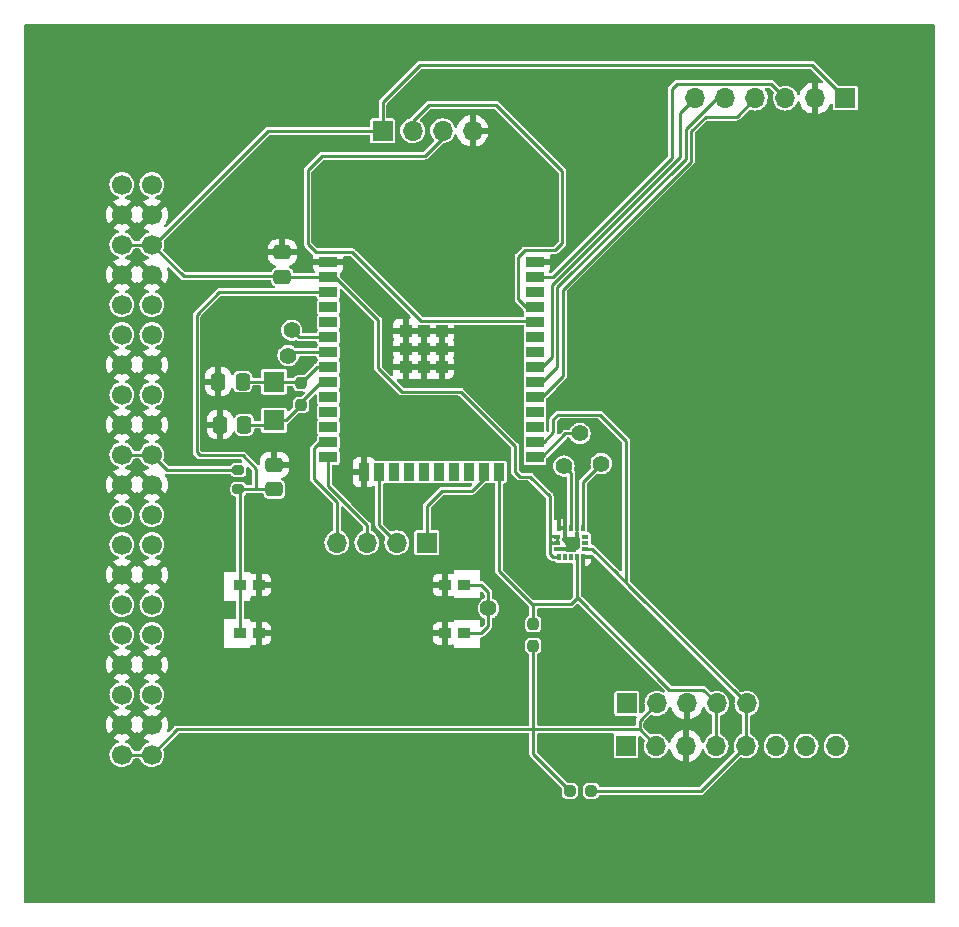
<source format=gbr>
%TF.GenerationSoftware,KiCad,Pcbnew,(6.0.4)*%
%TF.CreationDate,2022-10-21T15:06:29+11:00*%
%TF.ProjectId,Sensors,53656e73-6f72-4732-9e6b-696361645f70,rev?*%
%TF.SameCoordinates,Original*%
%TF.FileFunction,Copper,L1,Top*%
%TF.FilePolarity,Positive*%
%FSLAX46Y46*%
G04 Gerber Fmt 4.6, Leading zero omitted, Abs format (unit mm)*
G04 Created by KiCad (PCBNEW (6.0.4)) date 2022-10-21 15:06:29*
%MOMM*%
%LPD*%
G01*
G04 APERTURE LIST*
G04 Aperture macros list*
%AMRoundRect*
0 Rectangle with rounded corners*
0 $1 Rounding radius*
0 $2 $3 $4 $5 $6 $7 $8 $9 X,Y pos of 4 corners*
0 Add a 4 corners polygon primitive as box body*
4,1,4,$2,$3,$4,$5,$6,$7,$8,$9,$2,$3,0*
0 Add four circle primitives for the rounded corners*
1,1,$1+$1,$2,$3*
1,1,$1+$1,$4,$5*
1,1,$1+$1,$6,$7*
1,1,$1+$1,$8,$9*
0 Add four rect primitives between the rounded corners*
20,1,$1+$1,$2,$3,$4,$5,0*
20,1,$1+$1,$4,$5,$6,$7,0*
20,1,$1+$1,$6,$7,$8,$9,0*
20,1,$1+$1,$8,$9,$2,$3,0*%
G04 Aperture macros list end*
%TA.AperFunction,ComponentPad*%
%ADD10R,1.700000X1.700000*%
%TD*%
%TA.AperFunction,ComponentPad*%
%ADD11O,1.700000X1.700000*%
%TD*%
%TA.AperFunction,SMDPad,CuDef*%
%ADD12RoundRect,0.250000X0.337500X0.475000X-0.337500X0.475000X-0.337500X-0.475000X0.337500X-0.475000X0*%
%TD*%
%TA.AperFunction,SMDPad,CuDef*%
%ADD13R,1.000000X0.900000*%
%TD*%
%TA.AperFunction,SMDPad,CuDef*%
%ADD14RoundRect,0.200000X-0.275000X0.200000X-0.275000X-0.200000X0.275000X-0.200000X0.275000X0.200000X0*%
%TD*%
%TA.AperFunction,SMDPad,CuDef*%
%ADD15R,1.500000X0.900000*%
%TD*%
%TA.AperFunction,SMDPad,CuDef*%
%ADD16R,0.900000X1.500000*%
%TD*%
%TA.AperFunction,SMDPad,CuDef*%
%ADD17R,1.050000X1.050000*%
%TD*%
%TA.AperFunction,ComponentPad*%
%ADD18C,1.700000*%
%TD*%
%TA.AperFunction,SMDPad,CuDef*%
%ADD19RoundRect,0.237500X-0.237500X0.250000X-0.237500X-0.250000X0.237500X-0.250000X0.237500X0.250000X0*%
%TD*%
%TA.AperFunction,SMDPad,CuDef*%
%ADD20RoundRect,0.250000X-0.475000X0.337500X-0.475000X-0.337500X0.475000X-0.337500X0.475000X0.337500X0*%
%TD*%
%TA.AperFunction,SMDPad,CuDef*%
%ADD21RoundRect,0.237500X0.237500X-0.250000X0.237500X0.250000X-0.237500X0.250000X-0.237500X-0.250000X0*%
%TD*%
%TA.AperFunction,SMDPad,CuDef*%
%ADD22RoundRect,0.250000X0.475000X-0.337500X0.475000X0.337500X-0.475000X0.337500X-0.475000X-0.337500X0*%
%TD*%
%TA.AperFunction,SMDPad,CuDef*%
%ADD23RoundRect,0.237500X-0.250000X-0.237500X0.250000X-0.237500X0.250000X0.237500X-0.250000X0.237500X0*%
%TD*%
%TA.AperFunction,SMDPad,CuDef*%
%ADD24R,1.800000X1.750000*%
%TD*%
%TA.AperFunction,SMDPad,CuDef*%
%ADD25RoundRect,0.014000X0.161000X-0.251000X0.161000X0.251000X-0.161000X0.251000X-0.161000X-0.251000X0*%
%TD*%
%TA.AperFunction,SMDPad,CuDef*%
%ADD26RoundRect,0.014000X0.251000X0.161000X-0.251000X0.161000X-0.251000X-0.161000X0.251000X-0.161000X0*%
%TD*%
%TA.AperFunction,ViaPad*%
%ADD27C,1.400000*%
%TD*%
%TA.AperFunction,Conductor*%
%ADD28C,0.250000*%
%TD*%
G04 APERTURE END LIST*
D10*
%TO.P,MicroSD1,1,Pin_1*%
%TO.N,+3V3*%
X178970000Y-49350000D03*
D11*
%TO.P,MicroSD1,2,Pin_2*%
%TO.N,GND*%
X176430000Y-49350000D03*
%TO.P,MicroSD1,3,Pin_3*%
%TO.N,/IO23*%
X173890000Y-49350000D03*
%TO.P,MicroSD1,4,Pin_4*%
%TO.N,/IO5*%
X171350000Y-49350000D03*
%TO.P,MicroSD1,5,Pin_5*%
%TO.N,/IO18*%
X168810000Y-49350000D03*
%TO.P,MicroSD1,6,Pin_6*%
%TO.N,/IO19*%
X166270000Y-49350000D03*
%TD*%
D12*
%TO.P,C_{X2}1,1*%
%TO.N,/IO33*%
X128087500Y-77000000D03*
%TO.P,C_{X2}1,2*%
%TO.N,GND*%
X126012500Y-77000000D03*
%TD*%
D13*
%TO.P,SW2,1,1*%
%TO.N,/IO0*%
X146650000Y-94665000D03*
X146650000Y-90565000D03*
%TO.P,SW2,2,2*%
%TO.N,GND*%
X145050000Y-94665000D03*
X145050000Y-90565000D03*
%TD*%
D10*
%TO.P,J2,1,Pin_1*%
%TO.N,/IO15*%
X143540000Y-87000000D03*
D11*
%TO.P,J2,2,Pin_2*%
%TO.N,/IO13*%
X141000000Y-87000000D03*
%TO.P,J2,3,Pin_3*%
%TO.N,/IO12*%
X138460000Y-87000000D03*
%TO.P,J2,4,Pin_4*%
%TO.N,/IO14*%
X135920000Y-87000000D03*
%TD*%
D14*
%TO.P,R1,1*%
%TO.N,+3V3*%
X127592500Y-80820000D03*
%TO.P,R1,2*%
%TO.N,Net-(C1-Pad2)*%
X127592500Y-82470000D03*
%TD*%
D15*
%TO.P,U1,1,GND*%
%TO.N,GND*%
X135200000Y-63240000D03*
%TO.P,U1,2,3V3*%
%TO.N,+3V3*%
X135200000Y-64510000D03*
%TO.P,U1,3,EN/CHIP_PU*%
%TO.N,Net-(C1-Pad2)*%
X135200000Y-65780000D03*
%TO.P,U1,4,SENSOR_VP/GPIO36/ADC1_CH0*%
%TO.N,/I36*%
X135200000Y-67050000D03*
%TO.P,U1,5,SENSOR_VN/GPIO39/ADC1_CH3*%
%TO.N,/I39*%
X135200000Y-68320000D03*
%TO.P,U1,6,GPIO34/ADC1_CH6*%
%TO.N,/I34*%
X135200000Y-69590000D03*
%TO.P,U1,7,GPIO35/ADC1_CH7*%
%TO.N,/I35*%
X135200000Y-70860000D03*
%TO.P,U1,8,32K_XP/GPIO32/ADC1_CH4*%
%TO.N,/IO32*%
X135200000Y-72130000D03*
%TO.P,U1,9,32K_XN/GPIO33/ADC1_CH5*%
%TO.N,/IO33*%
X135200000Y-73400000D03*
%TO.P,U1,10,DAC_1/ADC2_CH8/GPIO25*%
%TO.N,/IO25*%
X135200000Y-74670000D03*
%TO.P,U1,11,DAC_2/ADC2_CH9/GPIO26*%
%TO.N,/IO26*%
X135200000Y-75940000D03*
%TO.P,U1,12,ADC2_CH7/GPIO27*%
%TO.N,/IO27*%
X135200000Y-77210000D03*
%TO.P,U1,13,MTMS/GPIO14/ADC2_CH6*%
%TO.N,/IO14*%
X135200000Y-78480000D03*
%TO.P,U1,14,MTDI/GPIO12/ADC2_CH5*%
%TO.N,/IO12*%
X135200000Y-79750000D03*
D16*
%TO.P,U1,15,GND*%
%TO.N,GND*%
X138230000Y-81000000D03*
%TO.P,U1,16,MTCK/GPIO13/ADC2_CH4*%
%TO.N,/IO13*%
X139500000Y-81000000D03*
%TO.P,U1,17,NC*%
%TO.N,unconnected-(U1-Pad17)*%
X140770000Y-81000000D03*
%TO.P,U1,18,NC*%
%TO.N,unconnected-(U1-Pad18)*%
X142040000Y-81000000D03*
%TO.P,U1,19,NC*%
%TO.N,unconnected-(U1-Pad19)*%
X143310000Y-81000000D03*
%TO.P,U1,20,NC*%
%TO.N,unconnected-(U1-Pad20)*%
X144580000Y-81000000D03*
%TO.P,U1,21,NC*%
%TO.N,unconnected-(U1-Pad21)*%
X145850000Y-81000000D03*
%TO.P,U1,22,NC*%
%TO.N,unconnected-(U1-Pad22)*%
X147120000Y-81000000D03*
%TO.P,U1,23,MTDO/GPIO15/ADC2_CH3*%
%TO.N,/IO15*%
X148390000Y-81000000D03*
%TO.P,U1,24,ADC2_CH2/GPIO2*%
%TO.N,/IO2*%
X149660000Y-81000000D03*
D15*
%TO.P,U1,25,GPIO0/BOOT/ADC2_CH1*%
%TO.N,/IO0*%
X152700000Y-79750000D03*
%TO.P,U1,26,ADC2_CH0/GPIO4*%
%TO.N,/IO4*%
X152700000Y-78480000D03*
%TO.P,U1,27,GPIO16*%
%TO.N,/IO16*%
X152700000Y-77210000D03*
%TO.P,U1,28,GPIO17*%
%TO.N,/IO17*%
X152700000Y-75940000D03*
%TO.P,U1,29,GPIO5*%
%TO.N,/IO5*%
X152700000Y-74670000D03*
%TO.P,U1,30,GPIO18*%
%TO.N,/IO18*%
X152700000Y-73400000D03*
%TO.P,U1,31,GPIO19*%
%TO.N,/IO19*%
X152700000Y-72130000D03*
%TO.P,U1,32,NC*%
%TO.N,unconnected-(U1-Pad32)*%
X152700000Y-70860000D03*
%TO.P,U1,33,GPIO21*%
%TO.N,/IO21*%
X152700000Y-69590000D03*
%TO.P,U1,34,U0RXD/GPIO3*%
%TO.N,/IO3*%
X152700000Y-68320000D03*
%TO.P,U1,35,U0TXD/GPIO1*%
%TO.N,/IO1*%
X152700000Y-67050000D03*
%TO.P,U1,36,GPIO22*%
%TO.N,/IO22*%
X152700000Y-65780000D03*
%TO.P,U1,37,GPIO23*%
%TO.N,/IO23*%
X152700000Y-64510000D03*
%TO.P,U1,38,GND*%
%TO.N,GND*%
X152700000Y-63240000D03*
D17*
%TO.P,U1,39,GND_THERMAL*%
X143270000Y-70580000D03*
X143270000Y-72105000D03*
X141745000Y-69055000D03*
X141745000Y-70580000D03*
X144795000Y-69055000D03*
X143270000Y-69055000D03*
X141745000Y-72105000D03*
X144795000Y-72105000D03*
X144795000Y-70580000D03*
%TD*%
D18*
%TO.P,Board1,1,5V*%
%TO.N,+5V*%
X117720000Y-56670000D03*
%TO.P,Board1,2,GND*%
%TO.N,GND*%
X117720000Y-59210000D03*
%TO.P,Board1,3,3.3V*%
%TO.N,+3V3*%
X117720000Y-61750000D03*
%TO.P,Board1,4,GND*%
%TO.N,GND*%
X117720000Y-64290000D03*
%TO.P,Board1,5,D1*%
%TO.N,unconnected-(Board1-Pad5)*%
X117720000Y-66830000D03*
%TO.P,Board1,6,D3*%
%TO.N,unconnected-(Board1-Pad6)*%
X117720000Y-69370000D03*
%TO.P,Board1,7,GND*%
%TO.N,GND*%
X117720000Y-71910000D03*
%TO.P,Board1,8,5V*%
%TO.N,+5V*%
X117720000Y-74450000D03*
%TO.P,Board1,9,GND*%
%TO.N,GND*%
X117720000Y-76990000D03*
%TO.P,Board1,10,3.3V*%
%TO.N,+3V3*%
X117720000Y-79530000D03*
%TO.P,Board1,11,GND*%
%TO.N,GND*%
X117720000Y-82070000D03*
%TO.P,Board1,12,D5*%
%TO.N,unconnected-(Board1-Pad12)*%
X117720000Y-84610000D03*
%TO.P,Board1,13,D7*%
%TO.N,unconnected-(Board1-Pad13)*%
X117720000Y-87150000D03*
%TO.P,Board1,14,GND*%
%TO.N,GND*%
X117720000Y-89690000D03*
%TO.P,Board1,15,D9*%
%TO.N,unconnected-(Board1-Pad15)*%
X117720000Y-92230000D03*
%TO.P,Board1,16,D11*%
%TO.N,unconnected-(Board1-Pad16)*%
X117720000Y-94770000D03*
%TO.P,Board1,17,GND*%
%TO.N,GND*%
X117720000Y-97310000D03*
%TO.P,Board1,18,5V*%
%TO.N,+5V*%
X117720000Y-99850000D03*
%TO.P,Board1,19,GND*%
%TO.N,GND*%
X117720000Y-102390000D03*
%TO.P,Board1,20,3.3V*%
%TO.N,+3V3*%
X117720000Y-104930000D03*
%TO.P,Board1,21,3.3V*%
X120260000Y-104930000D03*
%TO.P,Board1,22,GND*%
%TO.N,GND*%
X120260000Y-102390000D03*
%TO.P,Board1,23,5V*%
%TO.N,+5V*%
X120260000Y-99850000D03*
%TO.P,Board1,24,GND*%
%TO.N,GND*%
X120260000Y-97310000D03*
%TO.P,Board1,25,D12*%
%TO.N,unconnected-(Board1-Pad25)*%
X120260000Y-94770000D03*
%TO.P,Board1,26,D10*%
%TO.N,unconnected-(Board1-Pad26)*%
X120260000Y-92230000D03*
%TO.P,Board1,27,GND*%
%TO.N,GND*%
X120260000Y-89690000D03*
%TO.P,Board1,28,D8*%
%TO.N,unconnected-(Board1-Pad28)*%
X120260000Y-87150000D03*
%TO.P,Board1,29,D6*%
%TO.N,unconnected-(Board1-Pad29)*%
X120260000Y-84610000D03*
%TO.P,Board1,30,GND*%
%TO.N,GND*%
X120260000Y-82070000D03*
%TO.P,Board1,31,3.3V*%
%TO.N,+3V3*%
X120260000Y-79530000D03*
%TO.P,Board1,32,GND*%
%TO.N,GND*%
X120260000Y-76990000D03*
%TO.P,Board1,33,5V*%
%TO.N,+5V*%
X120260000Y-74450000D03*
%TO.P,Board1,34,GND*%
%TO.N,GND*%
X120260000Y-71910000D03*
%TO.P,Board1,35,D4*%
%TO.N,unconnected-(Board1-Pad35)*%
X120260000Y-69370000D03*
%TO.P,Board1,36,D2*%
%TO.N,unconnected-(Board1-Pad36)*%
X120260000Y-66830000D03*
%TO.P,Board1,37,GND*%
%TO.N,GND*%
X120260000Y-64290000D03*
%TO.P,Board1,38,3.3V*%
%TO.N,+3V3*%
X120260000Y-61750000D03*
%TO.P,Board1,39,GND*%
%TO.N,GND*%
X120260000Y-59210000D03*
%TO.P,Board1,40,5V*%
%TO.N,+5V*%
X120260000Y-56670000D03*
%TD*%
D19*
%TO.P,R_{X}1,1*%
%TO.N,/IO32*%
X132900000Y-73487500D03*
%TO.P,R_{X}1,2*%
%TO.N,/IO33*%
X132900000Y-75312500D03*
%TD*%
D13*
%TO.P,SW1,1,1*%
%TO.N,Net-(C1-Pad2)*%
X127722500Y-94663095D03*
X127722500Y-90563095D03*
%TO.P,SW1,2,2*%
%TO.N,GND*%
X129322500Y-90563095D03*
X129322500Y-94663095D03*
%TD*%
D10*
%TO.P,J1,1,Pin_1*%
%TO.N,/GY-91/5V*%
X160410000Y-104200000D03*
D11*
%TO.P,J1,2,Pin_2*%
%TO.N,+3V3*%
X162950000Y-104200000D03*
%TO.P,J1,3,Pin_3*%
%TO.N,GND*%
X165490000Y-104200000D03*
%TO.P,J1,4,Pin_4*%
%TO.N,/IO2*%
X168030000Y-104200000D03*
%TO.P,J1,5,Pin_5*%
%TO.N,/IO4*%
X170570000Y-104200000D03*
%TO.P,J1,6,Pin_6*%
%TO.N,/GY-91/SDO*%
X173110000Y-104200000D03*
%TO.P,J1,7,Pin_7*%
%TO.N,/GY-91/NCS*%
X175650000Y-104200000D03*
%TO.P,J1,8,Pin_8*%
%TO.N,/GY-91/CSB*%
X178190000Y-104200000D03*
%TD*%
D20*
%TO.P,C1,1*%
%TO.N,GND*%
X130632500Y-80397500D03*
%TO.P,C1,2*%
%TO.N,Net-(C1-Pad2)*%
X130632500Y-82472500D03*
%TD*%
D21*
%TO.P,R_{SCL}1,1*%
%TO.N,+3V3*%
X152550000Y-95712500D03*
%TO.P,R_{SCL}1,2*%
%TO.N,/IO2*%
X152550000Y-93887500D03*
%TD*%
D22*
%TO.P,PC1,1*%
%TO.N,+3V3*%
X131300000Y-64487500D03*
%TO.P,PC1,2*%
%TO.N,GND*%
X131300000Y-62412500D03*
%TD*%
D10*
%TO.P,J3,1,Pin_1*%
%TO.N,+3V3*%
X139790000Y-52120000D03*
D11*
%TO.P,J3,2,Pin_2*%
%TO.N,/IO1*%
X142330000Y-52120000D03*
%TO.P,J3,3,Pin_3*%
%TO.N,/IO3*%
X144870000Y-52120000D03*
%TO.P,J3,4,Pin_4*%
%TO.N,GND*%
X147410000Y-52120000D03*
%TD*%
D10*
%TO.P,Si7021,1,Pin_1*%
%TO.N,/Temp & Humidity Si7021/5V*%
X160475000Y-100600000D03*
D11*
%TO.P,Si7021,2,Pin_2*%
%TO.N,+3V3*%
X163015000Y-100600000D03*
%TO.P,Si7021,3,Pin_3*%
%TO.N,GND*%
X165555000Y-100600000D03*
%TO.P,Si7021,4,Pin_4*%
%TO.N,/IO2*%
X168095000Y-100600000D03*
%TO.P,Si7021,5,Pin_5*%
%TO.N,/IO4*%
X170635000Y-100600000D03*
%TD*%
D23*
%TO.P,R_{SDA}1,1*%
%TO.N,+3V3*%
X155637500Y-108000000D03*
%TO.P,R_{SDA}1,2*%
%TO.N,/IO4*%
X157462500Y-108000000D03*
%TD*%
D24*
%TO.P,Y1,1,1*%
%TO.N,/IO33*%
X130600000Y-76625000D03*
%TO.P,Y1,2,2*%
%TO.N,/IO32*%
X130600000Y-73375000D03*
%TD*%
D12*
%TO.P,C_{X1}1,1*%
%TO.N,/IO32*%
X127937500Y-73350000D03*
%TO.P,C_{X1}1,2*%
%TO.N,GND*%
X125862500Y-73350000D03*
%TD*%
D25*
%TO.P,U2,1,VDD_IO*%
%TO.N,+3V3*%
X154750000Y-88220000D03*
%TO.P,U2,2,NC*%
%TO.N,unconnected-(U2-Pad2)*%
X155250000Y-88220000D03*
%TO.P,U2,3,NC*%
%TO.N,unconnected-(U2-Pad3)*%
X155750000Y-88220000D03*
%TO.P,U2,4,SCL/SPC*%
%TO.N,/IO2*%
X156250000Y-88220000D03*
%TO.P,U2,5,GND*%
%TO.N,GND*%
X156750000Y-88220000D03*
D26*
%TO.P,U2,6,SDA/SDI/SDO*%
%TO.N,/IO4*%
X156970000Y-87500000D03*
%TO.P,U2,7,SDO/SA0*%
%TO.N,unconnected-(U2-Pad7)*%
X156970000Y-87000000D03*
%TO.P,U2,8,CS*%
%TO.N,unconnected-(U2-Pad8)*%
X156970000Y-86500000D03*
D25*
%TO.P,U2,9,INT2*%
%TO.N,/I35*%
X156750000Y-85780000D03*
%TO.P,U2,10,GND*%
%TO.N,GND*%
X156250000Y-85780000D03*
%TO.P,U2,11,INT1*%
%TO.N,/I34*%
X155750000Y-85780000D03*
%TO.P,U2,12,GND*%
%TO.N,GND*%
X155250000Y-85780000D03*
%TO.P,U2,13,GND*%
X154750000Y-85780000D03*
D26*
%TO.P,U2,14,VDD*%
%TO.N,+3V3*%
X154530000Y-86500000D03*
%TO.P,U2,15,VDD*%
X154530000Y-87000000D03*
%TO.P,U2,16,GND*%
%TO.N,GND*%
X154530000Y-87500000D03*
%TD*%
D27*
%TO.N,/IO0*%
X156500000Y-77750000D03*
X148750000Y-92550000D03*
%TO.N,/I35*%
X131800000Y-71150000D03*
X158300000Y-80300000D03*
%TO.N,/I34*%
X132100000Y-69000000D03*
X155150000Y-80500000D03*
%TD*%
D28*
%TO.N,Net-(C1-Pad2)*%
X127722500Y-82600000D02*
X127722500Y-90563095D01*
X127722500Y-90563095D02*
X127722500Y-94663095D01*
X127592500Y-82470000D02*
X129097500Y-82470000D01*
X127592500Y-82470000D02*
X127722500Y-82600000D01*
X124300000Y-79600000D02*
X124050000Y-79350000D01*
X130630000Y-82470000D02*
X130632500Y-82472500D01*
X129097500Y-80747500D02*
X127950000Y-79600000D01*
X129097500Y-82470000D02*
X130630000Y-82470000D01*
X124050000Y-67700000D02*
X125970000Y-65780000D01*
X129097500Y-82470000D02*
X129097500Y-80747500D01*
X124050000Y-79350000D02*
X124050000Y-67700000D01*
X127950000Y-79600000D02*
X124300000Y-79600000D01*
X125970000Y-65780000D02*
X135200000Y-65780000D01*
%TO.N,+3V3*%
X153940480Y-83040480D02*
X152300000Y-81400000D01*
X139790000Y-49710000D02*
X142950000Y-46550000D01*
X122950000Y-64440000D02*
X129540000Y-64440000D01*
X153940480Y-86440480D02*
X154470480Y-86440480D01*
X122390000Y-102800000D02*
X120260000Y-104930000D01*
X152550000Y-102800000D02*
X161550000Y-102800000D01*
X132990000Y-64510000D02*
X135200000Y-64510000D01*
X139400000Y-72200000D02*
X139400000Y-68130978D01*
X154470480Y-86440480D02*
X154530000Y-86500000D01*
X121550000Y-80820000D02*
X120260000Y-79530000D01*
X129540000Y-64440000D02*
X131252500Y-64440000D01*
X161550000Y-102800000D02*
X162950000Y-104200000D01*
X120260000Y-61750000D02*
X122950000Y-64440000D01*
X120260000Y-104930000D02*
X117720000Y-104930000D01*
X142950000Y-46550000D02*
X176170000Y-46550000D01*
X120260000Y-61750000D02*
X120450000Y-61750000D01*
X117720000Y-61750000D02*
X120260000Y-61750000D01*
X153940480Y-87198781D02*
X153940480Y-87950480D01*
X154530000Y-86500000D02*
X154530000Y-87000000D01*
X127592500Y-80820000D02*
X123820000Y-80820000D01*
X123820000Y-80820000D02*
X121550000Y-80820000D01*
X155637500Y-108000000D02*
X152550000Y-104912500D01*
X154210000Y-88220000D02*
X154750000Y-88220000D01*
X153940480Y-87950480D02*
X154210000Y-88220000D01*
X131252500Y-64440000D02*
X131300000Y-64487500D01*
X151000000Y-78800000D02*
X146400000Y-74200000D01*
X131322500Y-64510000D02*
X132990000Y-64510000D01*
X176170000Y-46550000D02*
X178970000Y-49350000D01*
X152550000Y-104912500D02*
X152550000Y-102800000D01*
X130080000Y-52120000D02*
X139790000Y-52120000D01*
X131300000Y-64487500D02*
X131322500Y-64510000D01*
X153940480Y-86440480D02*
X153940480Y-83040480D01*
X135779022Y-64510000D02*
X135200000Y-64510000D01*
X153940480Y-86809520D02*
X153940480Y-86440480D01*
X152300000Y-81400000D02*
X151400000Y-81400000D01*
X153940480Y-87198781D02*
X153940480Y-86809520D01*
X120260000Y-79530000D02*
X117720000Y-79530000D01*
X139790000Y-52120000D02*
X139780000Y-52130000D01*
X141400000Y-74200000D02*
X139400000Y-72200000D01*
X139790000Y-52120000D02*
X139790000Y-49710000D01*
X120450000Y-61750000D02*
X130080000Y-52120000D01*
X151400000Y-81400000D02*
X151000000Y-81000000D01*
X139400000Y-68130978D02*
X135779022Y-64510000D01*
X154530000Y-87000000D02*
X154130960Y-87000000D01*
X154130960Y-87000000D02*
X153940480Y-86809520D01*
X163015000Y-100600000D02*
X161550000Y-102065000D01*
X151000000Y-81000000D02*
X151000000Y-78800000D01*
X146400000Y-74200000D02*
X141400000Y-74200000D01*
X152550000Y-95712500D02*
X152550000Y-102800000D01*
X152550000Y-102800000D02*
X122390000Y-102800000D01*
X161550000Y-102065000D02*
X161550000Y-102800000D01*
%TO.N,/IO2*%
X166920489Y-99425489D02*
X168095000Y-100600000D01*
X156250000Y-88220000D02*
X156250000Y-88610739D01*
X156250000Y-91600000D02*
X164075489Y-99425489D01*
X168030000Y-104200000D02*
X168030000Y-100665000D01*
X168030000Y-100665000D02*
X168095000Y-100600000D01*
X155750000Y-92200000D02*
X156250000Y-91700000D01*
X152550000Y-92310739D02*
X152660739Y-92200000D01*
X156250000Y-88610739D02*
X156250000Y-91600000D01*
X152550000Y-93887500D02*
X152550000Y-92310739D01*
X152660739Y-92200000D02*
X155750000Y-92200000D01*
X156250000Y-91700000D02*
X156250000Y-88610739D01*
X164075489Y-99425489D02*
X166920489Y-99425489D01*
X149660000Y-81000000D02*
X149660000Y-89420739D01*
X149660000Y-89420739D02*
X152550000Y-92310739D01*
%TO.N,/IO4*%
X159542500Y-89507500D02*
X160867500Y-90832500D01*
X170570000Y-104200000D02*
X166770000Y-108000000D01*
X160400000Y-90365000D02*
X160867500Y-90832500D01*
X170570000Y-100665000D02*
X170635000Y-100600000D01*
X158200000Y-76150000D02*
X160400000Y-78350000D01*
X166770000Y-108000000D02*
X157462500Y-108000000D01*
X154250000Y-77650000D02*
X154250000Y-76550000D01*
X157535000Y-87500000D02*
X159542500Y-89507500D01*
X160867500Y-90832500D02*
X170635000Y-100600000D01*
X153420000Y-78480000D02*
X154250000Y-77650000D01*
X170570000Y-104200000D02*
X170570000Y-100665000D01*
X152700000Y-78480000D02*
X153420000Y-78480000D01*
X156970000Y-87500000D02*
X157535000Y-87500000D01*
X154650000Y-76150000D02*
X158200000Y-76150000D01*
X160400000Y-78350000D02*
X160400000Y-90365000D01*
X154250000Y-76550000D02*
X154650000Y-76150000D01*
%TO.N,/IO15*%
X143540000Y-83860000D02*
X144800000Y-82600000D01*
X144800000Y-82600000D02*
X147369022Y-82600000D01*
X147369022Y-82600000D02*
X148390000Y-81579022D01*
X143540000Y-87000000D02*
X143540000Y-83860000D01*
X148390000Y-81579022D02*
X148390000Y-81000000D01*
%TO.N,/IO13*%
X141000000Y-87000000D02*
X139500000Y-85500000D01*
X139500000Y-85500000D02*
X139500000Y-81000000D01*
%TO.N,/IO12*%
X138460000Y-85460000D02*
X138460000Y-87000000D01*
X135200000Y-79750000D02*
X135200000Y-82200000D01*
X135200000Y-82200000D02*
X138460000Y-85460000D01*
%TO.N,/IO14*%
X134000000Y-81635717D02*
X135920000Y-83555717D01*
X135200000Y-78480000D02*
X134520000Y-78480000D01*
X134520000Y-78480000D02*
X134000000Y-79000000D01*
X135920000Y-83555717D02*
X135920000Y-87000000D01*
X134000000Y-79000000D02*
X134000000Y-81635717D01*
%TO.N,/IO1*%
X142330000Y-51300000D02*
X142330000Y-52120000D01*
X154400000Y-62250000D02*
X155020000Y-61630000D01*
X151300000Y-66400000D02*
X151300000Y-62775489D01*
X149410000Y-49920000D02*
X143710000Y-49920000D01*
X143710000Y-49920000D02*
X142330000Y-51300000D01*
X155020000Y-61630000D02*
X155020000Y-55530000D01*
X155020000Y-55530000D02*
X149410000Y-49920000D01*
X151950000Y-67050000D02*
X151300000Y-66400000D01*
X151825489Y-62250000D02*
X154400000Y-62250000D01*
X152700000Y-67050000D02*
X151950000Y-67050000D01*
X151300000Y-62775489D02*
X151825489Y-62250000D01*
%TO.N,/IO3*%
X152700000Y-68320000D02*
X152585489Y-68205489D01*
X133439520Y-55446198D02*
X134655718Y-54230000D01*
X134655718Y-54230000D02*
X143360000Y-54230000D01*
X144870000Y-52720000D02*
X144870000Y-52120000D01*
X143360000Y-54230000D02*
X144870000Y-52720000D01*
X152585489Y-68205489D02*
X143005489Y-68205489D01*
X143005489Y-68205489D02*
X137190000Y-62390000D01*
X137190000Y-62390000D02*
X134140000Y-62390000D01*
X133439520Y-61689520D02*
X133439520Y-55446198D01*
X134140000Y-62390000D02*
X133439520Y-61689520D01*
%TO.N,/IO0*%
X148750000Y-94050000D02*
X148135000Y-94665000D01*
X148750000Y-92550000D02*
X148750000Y-94050000D01*
X156500000Y-77750000D02*
X155279022Y-77750000D01*
X148135000Y-94665000D02*
X146650000Y-94665000D01*
X148750000Y-91200000D02*
X148115000Y-90565000D01*
X155279022Y-77750000D02*
X153279022Y-79750000D01*
X148750000Y-92550000D02*
X148750000Y-91200000D01*
X153279022Y-79750000D02*
X152700000Y-79750000D01*
X148115000Y-90565000D02*
X146650000Y-90565000D01*
%TO.N,/IO33*%
X130600000Y-76625000D02*
X131587500Y-76625000D01*
X128087500Y-77000000D02*
X130225000Y-77000000D01*
X130225000Y-77000000D02*
X130600000Y-76625000D01*
X131587500Y-76625000D02*
X132900000Y-75312500D01*
X132900000Y-75312500D02*
X132900000Y-75120978D01*
X132900000Y-75120978D02*
X134620978Y-73400000D01*
X134620978Y-73400000D02*
X135200000Y-73400000D01*
%TO.N,/I35*%
X132090000Y-70860000D02*
X135200000Y-70860000D01*
X156750000Y-81850000D02*
X156750000Y-85780000D01*
X131800000Y-71150000D02*
X132090000Y-70860000D01*
X158300000Y-80300000D02*
X156750000Y-81850000D01*
%TO.N,/I34*%
X155150000Y-80500000D02*
X155750000Y-81100000D01*
X132690000Y-69590000D02*
X135200000Y-69590000D01*
X132100000Y-69000000D02*
X132690000Y-69590000D01*
X155750000Y-81100000D02*
X155750000Y-85780000D01*
%TO.N,/IO5*%
X152700000Y-74670000D02*
X153279022Y-74670000D01*
X169775000Y-50925000D02*
X171350000Y-49350000D01*
X167135718Y-50925000D02*
X169775000Y-50925000D01*
X165899040Y-52161678D02*
X167135718Y-50925000D01*
X155049040Y-72899982D02*
X155049040Y-65572396D01*
X165899040Y-54722394D02*
X165899040Y-52161678D01*
X155049040Y-65572396D02*
X165899040Y-54722394D01*
X153279022Y-74670000D02*
X155049040Y-72899982D01*
%TO.N,/IO18*%
X153279022Y-73400000D02*
X154599520Y-72079502D01*
X168075000Y-49350000D02*
X168810000Y-49350000D01*
X165449520Y-54536197D02*
X165449520Y-51975480D01*
X152700000Y-73400000D02*
X153279022Y-73400000D01*
X154599520Y-65386198D02*
X165449520Y-54536197D01*
X154599520Y-72079502D02*
X154599520Y-65386198D01*
X165449520Y-51975480D02*
X168075000Y-49350000D01*
%TO.N,/IO19*%
X154150000Y-71259022D02*
X154150000Y-65200000D01*
X165000000Y-54350000D02*
X165000000Y-50620000D01*
X154150000Y-65200000D02*
X165000000Y-54350000D01*
X152700000Y-72130000D02*
X153279022Y-72130000D01*
X153279022Y-72130000D02*
X154150000Y-71259022D01*
X165000000Y-50620000D02*
X166270000Y-49350000D01*
%TO.N,/IO23*%
X164300000Y-54400000D02*
X154190000Y-64510000D01*
X172690000Y-48150000D02*
X164700000Y-48150000D01*
X164700000Y-48150000D02*
X164300000Y-48550000D01*
X154190000Y-64510000D02*
X152700000Y-64510000D01*
X173890000Y-49350000D02*
X172690000Y-48150000D01*
X164300000Y-48550000D02*
X164300000Y-54400000D01*
%TO.N,/IO32*%
X130600000Y-73375000D02*
X132787500Y-73375000D01*
X132787500Y-73375000D02*
X132900000Y-73487500D01*
X134257500Y-72130000D02*
X135200000Y-72130000D01*
X132900000Y-73487500D02*
X134257500Y-72130000D01*
X130575000Y-73350000D02*
X130600000Y-73375000D01*
X127937500Y-73350000D02*
X130575000Y-73350000D01*
%TD*%
%TA.AperFunction,Conductor*%
%TO.N,GND*%
G36*
X186481621Y-43080502D02*
G01*
X186528114Y-43134158D01*
X186539500Y-43186500D01*
X186539500Y-117413500D01*
X186519498Y-117481621D01*
X186465842Y-117528114D01*
X186413500Y-117539500D01*
X109586500Y-117539500D01*
X109518379Y-117519498D01*
X109471886Y-117465842D01*
X109460500Y-117413500D01*
X109460500Y-104915262D01*
X116664520Y-104915262D01*
X116666032Y-104933270D01*
X116678926Y-105086812D01*
X116681759Y-105120553D01*
X116683458Y-105126478D01*
X116720412Y-105255351D01*
X116738544Y-105318586D01*
X116741359Y-105324063D01*
X116741360Y-105324066D01*
X116816458Y-105470191D01*
X116832712Y-105501818D01*
X116960677Y-105663270D01*
X117117564Y-105796791D01*
X117297398Y-105897297D01*
X117392238Y-105928113D01*
X117487471Y-105959056D01*
X117487475Y-105959057D01*
X117493329Y-105960959D01*
X117697894Y-105985351D01*
X117704029Y-105984879D01*
X117704031Y-105984879D01*
X117760039Y-105980569D01*
X117903300Y-105969546D01*
X117909230Y-105967890D01*
X117909232Y-105967890D01*
X118095797Y-105915800D01*
X118095796Y-105915800D01*
X118101725Y-105914145D01*
X118107214Y-105911372D01*
X118107220Y-105911370D01*
X118280116Y-105824033D01*
X118285610Y-105821258D01*
X118447951Y-105694424D01*
X118582564Y-105538472D01*
X118603387Y-105501818D01*
X118646299Y-105426279D01*
X118684323Y-105359344D01*
X118690184Y-105341726D01*
X118730666Y-105283403D01*
X118796254Y-105256224D01*
X118809741Y-105255500D01*
X119169211Y-105255500D01*
X119237332Y-105275502D01*
X119281278Y-105323906D01*
X119354527Y-105466433D01*
X119372712Y-105501818D01*
X119500677Y-105663270D01*
X119657564Y-105796791D01*
X119837398Y-105897297D01*
X119932238Y-105928113D01*
X120027471Y-105959056D01*
X120027475Y-105959057D01*
X120033329Y-105960959D01*
X120237894Y-105985351D01*
X120244029Y-105984879D01*
X120244031Y-105984879D01*
X120300039Y-105980569D01*
X120443300Y-105969546D01*
X120449230Y-105967890D01*
X120449232Y-105967890D01*
X120635797Y-105915800D01*
X120635796Y-105915800D01*
X120641725Y-105914145D01*
X120647214Y-105911372D01*
X120647220Y-105911370D01*
X120820116Y-105824033D01*
X120825610Y-105821258D01*
X120987951Y-105694424D01*
X121122564Y-105538472D01*
X121143387Y-105501818D01*
X121163488Y-105466433D01*
X121224323Y-105359344D01*
X121289351Y-105163863D01*
X121315171Y-104959474D01*
X121315425Y-104941307D01*
X121315534Y-104933522D01*
X121315534Y-104933518D01*
X121315583Y-104930000D01*
X121295480Y-104724970D01*
X121235935Y-104527749D01*
X121234312Y-104524696D01*
X121226944Y-104455024D01*
X121261808Y-104388518D01*
X122487921Y-103162405D01*
X122550233Y-103128379D01*
X122577016Y-103125500D01*
X152098500Y-103125500D01*
X152166621Y-103145502D01*
X152213114Y-103199158D01*
X152224500Y-103251500D01*
X152224500Y-104892790D01*
X152224020Y-104903772D01*
X152220736Y-104941307D01*
X152226543Y-104962978D01*
X152230491Y-104977710D01*
X152232870Y-104988442D01*
X152239412Y-105025545D01*
X152244923Y-105035090D01*
X152246115Y-105038366D01*
X152247592Y-105041534D01*
X152250446Y-105052184D01*
X152260674Y-105066791D01*
X152272055Y-105083044D01*
X152277961Y-105092315D01*
X152290719Y-105114411D01*
X152296806Y-105124955D01*
X152305251Y-105132041D01*
X152325682Y-105149185D01*
X152333785Y-105156611D01*
X154912595Y-107735422D01*
X154946621Y-107797734D01*
X154949500Y-107824517D01*
X154949501Y-108289832D01*
X154949780Y-108292781D01*
X154949780Y-108292787D01*
X154950775Y-108303318D01*
X154952399Y-108320500D01*
X154954944Y-108327748D01*
X154954945Y-108327751D01*
X154955477Y-108329264D01*
X154996039Y-108444768D01*
X155074289Y-108550711D01*
X155081860Y-108556303D01*
X155172655Y-108623365D01*
X155172657Y-108623366D01*
X155180232Y-108628961D01*
X155189119Y-108632082D01*
X155189121Y-108632083D01*
X155297252Y-108670056D01*
X155297254Y-108670057D01*
X155304500Y-108672601D01*
X155312144Y-108673324D01*
X155312146Y-108673324D01*
X155320121Y-108674078D01*
X155335167Y-108675500D01*
X155637347Y-108675500D01*
X155939832Y-108675499D01*
X155942782Y-108675220D01*
X155942787Y-108675220D01*
X155962850Y-108673324D01*
X155962851Y-108673324D01*
X155970500Y-108672601D01*
X155977748Y-108670056D01*
X155977751Y-108670055D01*
X156085879Y-108632083D01*
X156085881Y-108632082D01*
X156094768Y-108628961D01*
X156102343Y-108623366D01*
X156102345Y-108623365D01*
X156193140Y-108556303D01*
X156200711Y-108550711D01*
X156278961Y-108444768D01*
X156319524Y-108329264D01*
X156320056Y-108327748D01*
X156320057Y-108327746D01*
X156322601Y-108320500D01*
X156325500Y-108289833D01*
X156325499Y-107710168D01*
X156322601Y-107679500D01*
X156307885Y-107637595D01*
X156282083Y-107564121D01*
X156282081Y-107564117D01*
X156278961Y-107555232D01*
X156200711Y-107449289D01*
X156193140Y-107443697D01*
X156102345Y-107376635D01*
X156102343Y-107376634D01*
X156094768Y-107371039D01*
X156085881Y-107367918D01*
X156085879Y-107367917D01*
X155977748Y-107329944D01*
X155977746Y-107329943D01*
X155970500Y-107327399D01*
X155962856Y-107326676D01*
X155962854Y-107326676D01*
X155954879Y-107325922D01*
X155939833Y-107324500D01*
X155912031Y-107324500D01*
X155474518Y-107324501D01*
X155406397Y-107304499D01*
X155385423Y-107287596D01*
X152912405Y-104814579D01*
X152878380Y-104752267D01*
X152875500Y-104725484D01*
X152875500Y-103251500D01*
X152895502Y-103183379D01*
X152949158Y-103136886D01*
X153001500Y-103125500D01*
X159246696Y-103125500D01*
X159314817Y-103145502D01*
X159361310Y-103199158D01*
X159370275Y-103276081D01*
X159359500Y-103330252D01*
X159359500Y-105069748D01*
X159360707Y-105075816D01*
X159364331Y-105094033D01*
X159371133Y-105128231D01*
X159415448Y-105194552D01*
X159481769Y-105238867D01*
X159493938Y-105241288D01*
X159493939Y-105241288D01*
X159534184Y-105249293D01*
X159540252Y-105250500D01*
X161279748Y-105250500D01*
X161285816Y-105249293D01*
X161326061Y-105241288D01*
X161326062Y-105241288D01*
X161338231Y-105238867D01*
X161404552Y-105194552D01*
X161448867Y-105128231D01*
X161455670Y-105094033D01*
X161459293Y-105075816D01*
X161460500Y-105069748D01*
X161460500Y-103475016D01*
X161480502Y-103406895D01*
X161534158Y-103360402D01*
X161604432Y-103350298D01*
X161669012Y-103379792D01*
X161675595Y-103385921D01*
X161948257Y-103658583D01*
X161982283Y-103720895D01*
X161979264Y-103785776D01*
X161917484Y-103980532D01*
X161916798Y-103986649D01*
X161916797Y-103986653D01*
X161896013Y-104171950D01*
X161894520Y-104185262D01*
X161911759Y-104390553D01*
X161913458Y-104396478D01*
X161959395Y-104556678D01*
X161968544Y-104588586D01*
X161971359Y-104594063D01*
X161971360Y-104594066D01*
X162041238Y-104730034D01*
X162062712Y-104771818D01*
X162190677Y-104933270D01*
X162195370Y-104937264D01*
X162195371Y-104937265D01*
X162314165Y-105038366D01*
X162347564Y-105066791D01*
X162352942Y-105069797D01*
X162352944Y-105069798D01*
X162376645Y-105083044D01*
X162527398Y-105167297D01*
X162611280Y-105194552D01*
X162717471Y-105229056D01*
X162717475Y-105229057D01*
X162723329Y-105230959D01*
X162927894Y-105255351D01*
X162934029Y-105254879D01*
X162934031Y-105254879D01*
X163006625Y-105249293D01*
X163133300Y-105239546D01*
X163139230Y-105237890D01*
X163139232Y-105237890D01*
X163325797Y-105185800D01*
X163325796Y-105185800D01*
X163331725Y-105184145D01*
X163337214Y-105181372D01*
X163337220Y-105181370D01*
X163510116Y-105094033D01*
X163515610Y-105091258D01*
X163526124Y-105083044D01*
X163647209Y-104988442D01*
X163677951Y-104964424D01*
X163685267Y-104955949D01*
X163808540Y-104813134D01*
X163808540Y-104813133D01*
X163812564Y-104808472D01*
X163833387Y-104771818D01*
X163863353Y-104719068D01*
X163914323Y-104629344D01*
X163926055Y-104594077D01*
X163938496Y-104556678D01*
X163978978Y-104498354D01*
X164044566Y-104471175D01*
X164114437Y-104483770D01*
X164166406Y-104532141D01*
X164180971Y-104568751D01*
X164188564Y-104602444D01*
X164191645Y-104612275D01*
X164271770Y-104809603D01*
X164276413Y-104818794D01*
X164387694Y-105000388D01*
X164393777Y-105008699D01*
X164533213Y-105169667D01*
X164540580Y-105176883D01*
X164704434Y-105312916D01*
X164712881Y-105318831D01*
X164896756Y-105426279D01*
X164906042Y-105430729D01*
X165105001Y-105506703D01*
X165114899Y-105509579D01*
X165218250Y-105530606D01*
X165232299Y-105529410D01*
X165236000Y-105519065D01*
X165236000Y-102883102D01*
X165232082Y-102869758D01*
X165217806Y-102867771D01*
X165179324Y-102873660D01*
X165169288Y-102876051D01*
X164966868Y-102942212D01*
X164957359Y-102946209D01*
X164768463Y-103044542D01*
X164759738Y-103050036D01*
X164589433Y-103177905D01*
X164581726Y-103184748D01*
X164434590Y-103338717D01*
X164428104Y-103346727D01*
X164308098Y-103522649D01*
X164303000Y-103531623D01*
X164213338Y-103724783D01*
X164209775Y-103734470D01*
X164181012Y-103838185D01*
X164143533Y-103898483D01*
X164079405Y-103928946D01*
X164008986Y-103919903D01*
X163954636Y-103874224D01*
X163938973Y-103840933D01*
X163937754Y-103836895D01*
X163925935Y-103797749D01*
X163829218Y-103615849D01*
X163745355Y-103513023D01*
X163702906Y-103460975D01*
X163702903Y-103460972D01*
X163699011Y-103456200D01*
X163639412Y-103406895D01*
X163545025Y-103328811D01*
X163545021Y-103328809D01*
X163540275Y-103324882D01*
X163359055Y-103226897D01*
X163162254Y-103165977D01*
X163156129Y-103165333D01*
X163156128Y-103165333D01*
X162963498Y-103145087D01*
X162963496Y-103145087D01*
X162957369Y-103144443D01*
X162870529Y-103152346D01*
X162758342Y-103162555D01*
X162758339Y-103162556D01*
X162752203Y-103163114D01*
X162554572Y-103221280D01*
X162549108Y-103224137D01*
X162544781Y-103225885D01*
X162474128Y-103232860D01*
X162408482Y-103198156D01*
X161912405Y-102702079D01*
X161878379Y-102639767D01*
X161875500Y-102612984D01*
X161875500Y-102252016D01*
X161895502Y-102183895D01*
X161912405Y-102162921D01*
X162474122Y-101601204D01*
X162536434Y-101567178D01*
X162602151Y-101570466D01*
X162788329Y-101630959D01*
X162992894Y-101655351D01*
X162999029Y-101654879D01*
X162999031Y-101654879D01*
X163071625Y-101649293D01*
X163198300Y-101639546D01*
X163204230Y-101637890D01*
X163204232Y-101637890D01*
X163390797Y-101585800D01*
X163390796Y-101585800D01*
X163396725Y-101584145D01*
X163402214Y-101581372D01*
X163402220Y-101581370D01*
X163575116Y-101494033D01*
X163580610Y-101491258D01*
X163596345Y-101478965D01*
X163686281Y-101408699D01*
X163742951Y-101364424D01*
X163769236Y-101333973D01*
X163873540Y-101213134D01*
X163873540Y-101213133D01*
X163877564Y-101208472D01*
X163898387Y-101171818D01*
X163922123Y-101130034D01*
X163979323Y-101029344D01*
X163991055Y-100994077D01*
X164003496Y-100956678D01*
X164043978Y-100898354D01*
X164109566Y-100871175D01*
X164179437Y-100883770D01*
X164231406Y-100932141D01*
X164245971Y-100968751D01*
X164253564Y-101002444D01*
X164256645Y-101012275D01*
X164336770Y-101209603D01*
X164341413Y-101218794D01*
X164452694Y-101400388D01*
X164458777Y-101408699D01*
X164598213Y-101569667D01*
X164605580Y-101576883D01*
X164769434Y-101712916D01*
X164777881Y-101718831D01*
X164961756Y-101826279D01*
X164971042Y-101830729D01*
X165170001Y-101906703D01*
X165179899Y-101909579D01*
X165283250Y-101930606D01*
X165297299Y-101929410D01*
X165301000Y-101919065D01*
X165301000Y-100472000D01*
X165321002Y-100403879D01*
X165374658Y-100357386D01*
X165427000Y-100346000D01*
X165683000Y-100346000D01*
X165751121Y-100366002D01*
X165797614Y-100419658D01*
X165809000Y-100472000D01*
X165809000Y-101918517D01*
X165813064Y-101932359D01*
X165826478Y-101934393D01*
X165833184Y-101933534D01*
X165843262Y-101931392D01*
X166047255Y-101870191D01*
X166056842Y-101866433D01*
X166248095Y-101772739D01*
X166256945Y-101767464D01*
X166430328Y-101643792D01*
X166438200Y-101637139D01*
X166589052Y-101486812D01*
X166595730Y-101478965D01*
X166720003Y-101306020D01*
X166725313Y-101297183D01*
X166819670Y-101106267D01*
X166823469Y-101096672D01*
X166864593Y-100961319D01*
X166903534Y-100901955D01*
X166968388Y-100873068D01*
X167038564Y-100883830D01*
X167091782Y-100930823D01*
X167106270Y-100963217D01*
X167113544Y-100988586D01*
X167116359Y-100994063D01*
X167116360Y-100994066D01*
X167191928Y-101141106D01*
X167207712Y-101171818D01*
X167335677Y-101333270D01*
X167340370Y-101337264D01*
X167340371Y-101337265D01*
X167464657Y-101443040D01*
X167492564Y-101466791D01*
X167602498Y-101528231D01*
X167639971Y-101549174D01*
X167689676Y-101599868D01*
X167704500Y-101659162D01*
X167704500Y-103108688D01*
X167684498Y-103176809D01*
X167633436Y-103219107D01*
X167634572Y-103221280D01*
X167452002Y-103316726D01*
X167447201Y-103320586D01*
X167447198Y-103320588D01*
X167392263Y-103364757D01*
X167291447Y-103445815D01*
X167159024Y-103603630D01*
X167156056Y-103609028D01*
X167156053Y-103609033D01*
X167092420Y-103724783D01*
X167059776Y-103784162D01*
X167042001Y-103840198D01*
X167041068Y-103843138D01*
X167001405Y-103902022D01*
X166936202Y-103930114D01*
X166866163Y-103918497D01*
X166813523Y-103870857D01*
X166798762Y-103835735D01*
X166781214Y-103765875D01*
X166777894Y-103756124D01*
X166692972Y-103560814D01*
X166688105Y-103551739D01*
X166572426Y-103372926D01*
X166566136Y-103364757D01*
X166422806Y-103207240D01*
X166415273Y-103200215D01*
X166248139Y-103068222D01*
X166239552Y-103062517D01*
X166053117Y-102959599D01*
X166043705Y-102955369D01*
X165842959Y-102884280D01*
X165832988Y-102881646D01*
X165761837Y-102868972D01*
X165748540Y-102870432D01*
X165744000Y-102884989D01*
X165744000Y-105518517D01*
X165748064Y-105532359D01*
X165761478Y-105534393D01*
X165768184Y-105533534D01*
X165778262Y-105531392D01*
X165982255Y-105470191D01*
X165991842Y-105466433D01*
X166183095Y-105372739D01*
X166191945Y-105367464D01*
X166365328Y-105243792D01*
X166373200Y-105237139D01*
X166524052Y-105086812D01*
X166530730Y-105078965D01*
X166655003Y-104906020D01*
X166660313Y-104897183D01*
X166754670Y-104706267D01*
X166758469Y-104696672D01*
X166799593Y-104561319D01*
X166838534Y-104501955D01*
X166903388Y-104473068D01*
X166973564Y-104483830D01*
X167026782Y-104530823D01*
X167041270Y-104563217D01*
X167048544Y-104588586D01*
X167051359Y-104594063D01*
X167051360Y-104594066D01*
X167121238Y-104730034D01*
X167142712Y-104771818D01*
X167270677Y-104933270D01*
X167275370Y-104937264D01*
X167275371Y-104937265D01*
X167394165Y-105038366D01*
X167427564Y-105066791D01*
X167432942Y-105069797D01*
X167432944Y-105069798D01*
X167456645Y-105083044D01*
X167607398Y-105167297D01*
X167691280Y-105194552D01*
X167797471Y-105229056D01*
X167797475Y-105229057D01*
X167803329Y-105230959D01*
X168007894Y-105255351D01*
X168014029Y-105254879D01*
X168014031Y-105254879D01*
X168086625Y-105249293D01*
X168213300Y-105239546D01*
X168219230Y-105237890D01*
X168219232Y-105237890D01*
X168405797Y-105185800D01*
X168405796Y-105185800D01*
X168411725Y-105184145D01*
X168417214Y-105181372D01*
X168417220Y-105181370D01*
X168590116Y-105094033D01*
X168595610Y-105091258D01*
X168606124Y-105083044D01*
X168727209Y-104988442D01*
X168757951Y-104964424D01*
X168765267Y-104955949D01*
X168888540Y-104813134D01*
X168888540Y-104813133D01*
X168892564Y-104808472D01*
X168913387Y-104771818D01*
X168943353Y-104719068D01*
X168994323Y-104629344D01*
X169059351Y-104433863D01*
X169085171Y-104229474D01*
X169085583Y-104200000D01*
X169065480Y-103994970D01*
X169005935Y-103797749D01*
X168909218Y-103615849D01*
X168825355Y-103513023D01*
X168782906Y-103460975D01*
X168782903Y-103460972D01*
X168779011Y-103456200D01*
X168719412Y-103406895D01*
X168625025Y-103328811D01*
X168625021Y-103328809D01*
X168620275Y-103324882D01*
X168439055Y-103226897D01*
X168433167Y-103225074D01*
X168432676Y-103224868D01*
X168377628Y-103180033D01*
X168355500Y-103108712D01*
X168355500Y-101713631D01*
X168375502Y-101645510D01*
X168429158Y-101599017D01*
X168447613Y-101592273D01*
X168476725Y-101584145D01*
X168660610Y-101491258D01*
X168676345Y-101478965D01*
X168766281Y-101408699D01*
X168822951Y-101364424D01*
X168849236Y-101333973D01*
X168953540Y-101213134D01*
X168953540Y-101213133D01*
X168957564Y-101208472D01*
X168978387Y-101171818D01*
X169002123Y-101130034D01*
X169059323Y-101029344D01*
X169124351Y-100833863D01*
X169150171Y-100629474D01*
X169150390Y-100613806D01*
X169150534Y-100603522D01*
X169150534Y-100603518D01*
X169150583Y-100600000D01*
X169130480Y-100394970D01*
X169070935Y-100197749D01*
X168974218Y-100015849D01*
X168854298Y-99868813D01*
X168847906Y-99860975D01*
X168847903Y-99860972D01*
X168844011Y-99856200D01*
X168837173Y-99850543D01*
X168690025Y-99728811D01*
X168690021Y-99728809D01*
X168685275Y-99724882D01*
X168504055Y-99626897D01*
X168307254Y-99565977D01*
X168301129Y-99565333D01*
X168301128Y-99565333D01*
X168108498Y-99545087D01*
X168108496Y-99545087D01*
X168102369Y-99544443D01*
X168015529Y-99552346D01*
X167903342Y-99562555D01*
X167903339Y-99562556D01*
X167897203Y-99563114D01*
X167699572Y-99621280D01*
X167694112Y-99624134D01*
X167689779Y-99625885D01*
X167619126Y-99632858D01*
X167553483Y-99598156D01*
X167164594Y-99209268D01*
X167157167Y-99201163D01*
X167140030Y-99180740D01*
X167140031Y-99180740D01*
X167132944Y-99172295D01*
X167123395Y-99166782D01*
X167100304Y-99153450D01*
X167091033Y-99147544D01*
X167069204Y-99132259D01*
X167060173Y-99125935D01*
X167049523Y-99123081D01*
X167046355Y-99121604D01*
X167043079Y-99120412D01*
X167033534Y-99114901D01*
X166999790Y-99108951D01*
X166996431Y-99108359D01*
X166985704Y-99105981D01*
X166949296Y-99096225D01*
X166938311Y-99097186D01*
X166938309Y-99097186D01*
X166911761Y-99099509D01*
X166900779Y-99099989D01*
X164262505Y-99099989D01*
X164194384Y-99079987D01*
X164173410Y-99063084D01*
X156612405Y-91502079D01*
X156578379Y-91439767D01*
X156575500Y-91412984D01*
X156575500Y-88974885D01*
X156925000Y-88974885D01*
X156929475Y-88990124D01*
X156930865Y-88991329D01*
X156938548Y-88993000D01*
X156947767Y-88993000D01*
X156955321Y-88992544D01*
X157028651Y-88983670D01*
X157044209Y-88979719D01*
X157161669Y-88933214D01*
X157176508Y-88924852D01*
X157276740Y-88848772D01*
X157288772Y-88836740D01*
X157364852Y-88736508D01*
X157373214Y-88721669D01*
X157419719Y-88604209D01*
X157423670Y-88588651D01*
X157432544Y-88515321D01*
X157433000Y-88507767D01*
X157433000Y-88413115D01*
X157428525Y-88397876D01*
X157427135Y-88396671D01*
X157419452Y-88395000D01*
X156943115Y-88395000D01*
X156927876Y-88399475D01*
X156926671Y-88400865D01*
X156925000Y-88408548D01*
X156925000Y-88974885D01*
X156575500Y-88974885D01*
X156575500Y-88649118D01*
X156596734Y-88579118D01*
X156613054Y-88554694D01*
X156625500Y-88492125D01*
X156625499Y-88170999D01*
X156645501Y-88102880D01*
X156699156Y-88056387D01*
X156751499Y-88045000D01*
X157414885Y-88045000D01*
X157434088Y-88039361D01*
X157487148Y-88005263D01*
X157558144Y-88005264D01*
X157611739Y-88037065D01*
X160130682Y-90556008D01*
X160138109Y-90564112D01*
X160141294Y-90567908D01*
X160146806Y-90577455D01*
X160155251Y-90584541D01*
X160175682Y-90601685D01*
X160183785Y-90609111D01*
X169633257Y-100058583D01*
X169667283Y-100120895D01*
X169664264Y-100185776D01*
X169602484Y-100380532D01*
X169601798Y-100386649D01*
X169601797Y-100386653D01*
X169592224Y-100472000D01*
X169579520Y-100585262D01*
X169580036Y-100591406D01*
X169592853Y-100744033D01*
X169596759Y-100790553D01*
X169598458Y-100796478D01*
X169644395Y-100956678D01*
X169653544Y-100988586D01*
X169656359Y-100994063D01*
X169656360Y-100994066D01*
X169731928Y-101141106D01*
X169747712Y-101171818D01*
X169875677Y-101333270D01*
X169880370Y-101337264D01*
X169880371Y-101337265D01*
X170004657Y-101443040D01*
X170032564Y-101466791D01*
X170142498Y-101528231D01*
X170179971Y-101549174D01*
X170229676Y-101599868D01*
X170244500Y-101659162D01*
X170244500Y-103108688D01*
X170224498Y-103176809D01*
X170173436Y-103219107D01*
X170174572Y-103221280D01*
X169992002Y-103316726D01*
X169987201Y-103320586D01*
X169987198Y-103320588D01*
X169932263Y-103364757D01*
X169831447Y-103445815D01*
X169699024Y-103603630D01*
X169696056Y-103609028D01*
X169696053Y-103609033D01*
X169632420Y-103724783D01*
X169599776Y-103784162D01*
X169537484Y-103980532D01*
X169536798Y-103986649D01*
X169536797Y-103986653D01*
X169516013Y-104171950D01*
X169514520Y-104185262D01*
X169531759Y-104390553D01*
X169533458Y-104396478D01*
X169579395Y-104556678D01*
X169588544Y-104588586D01*
X169591362Y-104594069D01*
X169591365Y-104594077D01*
X169591545Y-104594428D01*
X169591584Y-104594630D01*
X169593630Y-104599799D01*
X169592647Y-104600188D01*
X169604886Y-104664160D01*
X169578409Y-104730034D01*
X169568568Y-104741106D01*
X166672079Y-107637595D01*
X166609767Y-107671621D01*
X166582984Y-107674500D01*
X158235141Y-107674500D01*
X158167020Y-107654498D01*
X158120527Y-107600842D01*
X158116258Y-107590248D01*
X158111201Y-107575848D01*
X158103961Y-107555232D01*
X158025711Y-107449289D01*
X158018140Y-107443697D01*
X157927345Y-107376635D01*
X157927343Y-107376634D01*
X157919768Y-107371039D01*
X157910881Y-107367918D01*
X157910879Y-107367917D01*
X157802748Y-107329944D01*
X157802746Y-107329943D01*
X157795500Y-107327399D01*
X157787856Y-107326676D01*
X157787854Y-107326676D01*
X157779879Y-107325922D01*
X157764833Y-107324500D01*
X157462653Y-107324500D01*
X157160168Y-107324501D01*
X157157218Y-107324780D01*
X157157213Y-107324780D01*
X157137150Y-107326676D01*
X157137149Y-107326676D01*
X157129500Y-107327399D01*
X157122252Y-107329944D01*
X157122249Y-107329945D01*
X157014121Y-107367917D01*
X157014119Y-107367918D01*
X157005232Y-107371039D01*
X156997657Y-107376634D01*
X156997655Y-107376635D01*
X156906860Y-107443697D01*
X156899289Y-107449289D01*
X156821039Y-107555232D01*
X156817919Y-107564117D01*
X156817917Y-107564121D01*
X156792115Y-107637595D01*
X156777399Y-107679500D01*
X156774500Y-107710167D01*
X156774501Y-108289832D01*
X156774780Y-108292781D01*
X156774780Y-108292787D01*
X156775775Y-108303318D01*
X156777399Y-108320500D01*
X156779944Y-108327748D01*
X156779945Y-108327751D01*
X156780477Y-108329264D01*
X156821039Y-108444768D01*
X156899289Y-108550711D01*
X156906860Y-108556303D01*
X156997655Y-108623365D01*
X156997657Y-108623366D01*
X157005232Y-108628961D01*
X157014119Y-108632082D01*
X157014121Y-108632083D01*
X157122252Y-108670056D01*
X157122254Y-108670057D01*
X157129500Y-108672601D01*
X157137144Y-108673324D01*
X157137146Y-108673324D01*
X157145121Y-108674078D01*
X157160167Y-108675500D01*
X157462347Y-108675500D01*
X157764832Y-108675499D01*
X157767782Y-108675220D01*
X157767787Y-108675220D01*
X157787850Y-108673324D01*
X157787851Y-108673324D01*
X157795500Y-108672601D01*
X157802748Y-108670056D01*
X157802751Y-108670055D01*
X157910879Y-108632083D01*
X157910881Y-108632082D01*
X157919768Y-108628961D01*
X157927343Y-108623366D01*
X157927345Y-108623365D01*
X158018140Y-108556303D01*
X158025711Y-108550711D01*
X158103961Y-108444768D01*
X158116258Y-108409752D01*
X158157701Y-108352106D01*
X158223731Y-108326018D01*
X158235141Y-108325500D01*
X166750290Y-108325500D01*
X166761272Y-108325980D01*
X166787820Y-108328303D01*
X166787822Y-108328303D01*
X166798807Y-108329264D01*
X166835215Y-108319508D01*
X166845942Y-108317130D01*
X166849301Y-108316538D01*
X166883045Y-108310588D01*
X166892590Y-108305077D01*
X166895866Y-108303885D01*
X166899034Y-108302408D01*
X166909684Y-108299554D01*
X166940544Y-108277945D01*
X166949815Y-108272039D01*
X166972906Y-108258707D01*
X166982455Y-108253194D01*
X167006685Y-108224317D01*
X167014111Y-108216215D01*
X170029122Y-105201204D01*
X170091434Y-105167178D01*
X170157151Y-105170466D01*
X170343329Y-105230959D01*
X170547894Y-105255351D01*
X170554029Y-105254879D01*
X170554031Y-105254879D01*
X170626625Y-105249293D01*
X170753300Y-105239546D01*
X170759230Y-105237890D01*
X170759232Y-105237890D01*
X170945797Y-105185800D01*
X170945796Y-105185800D01*
X170951725Y-105184145D01*
X170957214Y-105181372D01*
X170957220Y-105181370D01*
X171130116Y-105094033D01*
X171135610Y-105091258D01*
X171146124Y-105083044D01*
X171267209Y-104988442D01*
X171297951Y-104964424D01*
X171305267Y-104955949D01*
X171428540Y-104813134D01*
X171428540Y-104813133D01*
X171432564Y-104808472D01*
X171453387Y-104771818D01*
X171483353Y-104719068D01*
X171534323Y-104629344D01*
X171599351Y-104433863D01*
X171625171Y-104229474D01*
X171625583Y-104200000D01*
X171624138Y-104185262D01*
X172054520Y-104185262D01*
X172071759Y-104390553D01*
X172073458Y-104396478D01*
X172119395Y-104556678D01*
X172128544Y-104588586D01*
X172131359Y-104594063D01*
X172131360Y-104594066D01*
X172201238Y-104730034D01*
X172222712Y-104771818D01*
X172350677Y-104933270D01*
X172355370Y-104937264D01*
X172355371Y-104937265D01*
X172474165Y-105038366D01*
X172507564Y-105066791D01*
X172512942Y-105069797D01*
X172512944Y-105069798D01*
X172536645Y-105083044D01*
X172687398Y-105167297D01*
X172771280Y-105194552D01*
X172877471Y-105229056D01*
X172877475Y-105229057D01*
X172883329Y-105230959D01*
X173087894Y-105255351D01*
X173094029Y-105254879D01*
X173094031Y-105254879D01*
X173166625Y-105249293D01*
X173293300Y-105239546D01*
X173299230Y-105237890D01*
X173299232Y-105237890D01*
X173485797Y-105185800D01*
X173485796Y-105185800D01*
X173491725Y-105184145D01*
X173497214Y-105181372D01*
X173497220Y-105181370D01*
X173670116Y-105094033D01*
X173675610Y-105091258D01*
X173686124Y-105083044D01*
X173807209Y-104988442D01*
X173837951Y-104964424D01*
X173845267Y-104955949D01*
X173968540Y-104813134D01*
X173968540Y-104813133D01*
X173972564Y-104808472D01*
X173993387Y-104771818D01*
X174023353Y-104719068D01*
X174074323Y-104629344D01*
X174139351Y-104433863D01*
X174165171Y-104229474D01*
X174165583Y-104200000D01*
X174164138Y-104185262D01*
X174594520Y-104185262D01*
X174611759Y-104390553D01*
X174613458Y-104396478D01*
X174659395Y-104556678D01*
X174668544Y-104588586D01*
X174671359Y-104594063D01*
X174671360Y-104594066D01*
X174741238Y-104730034D01*
X174762712Y-104771818D01*
X174890677Y-104933270D01*
X174895370Y-104937264D01*
X174895371Y-104937265D01*
X175014165Y-105038366D01*
X175047564Y-105066791D01*
X175052942Y-105069797D01*
X175052944Y-105069798D01*
X175076645Y-105083044D01*
X175227398Y-105167297D01*
X175311280Y-105194552D01*
X175417471Y-105229056D01*
X175417475Y-105229057D01*
X175423329Y-105230959D01*
X175627894Y-105255351D01*
X175634029Y-105254879D01*
X175634031Y-105254879D01*
X175706625Y-105249293D01*
X175833300Y-105239546D01*
X175839230Y-105237890D01*
X175839232Y-105237890D01*
X176025797Y-105185800D01*
X176025796Y-105185800D01*
X176031725Y-105184145D01*
X176037214Y-105181372D01*
X176037220Y-105181370D01*
X176210116Y-105094033D01*
X176215610Y-105091258D01*
X176226124Y-105083044D01*
X176347209Y-104988442D01*
X176377951Y-104964424D01*
X176385267Y-104955949D01*
X176508540Y-104813134D01*
X176508540Y-104813133D01*
X176512564Y-104808472D01*
X176533387Y-104771818D01*
X176563353Y-104719068D01*
X176614323Y-104629344D01*
X176679351Y-104433863D01*
X176705171Y-104229474D01*
X176705583Y-104200000D01*
X176704138Y-104185262D01*
X177134520Y-104185262D01*
X177151759Y-104390553D01*
X177153458Y-104396478D01*
X177199395Y-104556678D01*
X177208544Y-104588586D01*
X177211359Y-104594063D01*
X177211360Y-104594066D01*
X177281238Y-104730034D01*
X177302712Y-104771818D01*
X177430677Y-104933270D01*
X177435370Y-104937264D01*
X177435371Y-104937265D01*
X177554165Y-105038366D01*
X177587564Y-105066791D01*
X177592942Y-105069797D01*
X177592944Y-105069798D01*
X177616645Y-105083044D01*
X177767398Y-105167297D01*
X177851280Y-105194552D01*
X177957471Y-105229056D01*
X177957475Y-105229057D01*
X177963329Y-105230959D01*
X178167894Y-105255351D01*
X178174029Y-105254879D01*
X178174031Y-105254879D01*
X178246625Y-105249293D01*
X178373300Y-105239546D01*
X178379230Y-105237890D01*
X178379232Y-105237890D01*
X178565797Y-105185800D01*
X178565796Y-105185800D01*
X178571725Y-105184145D01*
X178577214Y-105181372D01*
X178577220Y-105181370D01*
X178750116Y-105094033D01*
X178755610Y-105091258D01*
X178766124Y-105083044D01*
X178887209Y-104988442D01*
X178917951Y-104964424D01*
X178925267Y-104955949D01*
X179048540Y-104813134D01*
X179048540Y-104813133D01*
X179052564Y-104808472D01*
X179073387Y-104771818D01*
X179103353Y-104719068D01*
X179154323Y-104629344D01*
X179219351Y-104433863D01*
X179245171Y-104229474D01*
X179245583Y-104200000D01*
X179225480Y-103994970D01*
X179165935Y-103797749D01*
X179069218Y-103615849D01*
X178985355Y-103513023D01*
X178942906Y-103460975D01*
X178942903Y-103460972D01*
X178939011Y-103456200D01*
X178879412Y-103406895D01*
X178785025Y-103328811D01*
X178785021Y-103328809D01*
X178780275Y-103324882D01*
X178599055Y-103226897D01*
X178402254Y-103165977D01*
X178396129Y-103165333D01*
X178396128Y-103165333D01*
X178203498Y-103145087D01*
X178203496Y-103145087D01*
X178197369Y-103144443D01*
X178110529Y-103152346D01*
X177998342Y-103162555D01*
X177998339Y-103162556D01*
X177992203Y-103163114D01*
X177794572Y-103221280D01*
X177789107Y-103224137D01*
X177783828Y-103226897D01*
X177612002Y-103316726D01*
X177607201Y-103320586D01*
X177607198Y-103320588D01*
X177552263Y-103364757D01*
X177451447Y-103445815D01*
X177319024Y-103603630D01*
X177316056Y-103609028D01*
X177316053Y-103609033D01*
X177252420Y-103724783D01*
X177219776Y-103784162D01*
X177157484Y-103980532D01*
X177156798Y-103986649D01*
X177156797Y-103986653D01*
X177136013Y-104171950D01*
X177134520Y-104185262D01*
X176704138Y-104185262D01*
X176685480Y-103994970D01*
X176625935Y-103797749D01*
X176529218Y-103615849D01*
X176445355Y-103513023D01*
X176402906Y-103460975D01*
X176402903Y-103460972D01*
X176399011Y-103456200D01*
X176339412Y-103406895D01*
X176245025Y-103328811D01*
X176245021Y-103328809D01*
X176240275Y-103324882D01*
X176059055Y-103226897D01*
X175862254Y-103165977D01*
X175856129Y-103165333D01*
X175856128Y-103165333D01*
X175663498Y-103145087D01*
X175663496Y-103145087D01*
X175657369Y-103144443D01*
X175570529Y-103152346D01*
X175458342Y-103162555D01*
X175458339Y-103162556D01*
X175452203Y-103163114D01*
X175254572Y-103221280D01*
X175249107Y-103224137D01*
X175243828Y-103226897D01*
X175072002Y-103316726D01*
X175067201Y-103320586D01*
X175067198Y-103320588D01*
X175012263Y-103364757D01*
X174911447Y-103445815D01*
X174779024Y-103603630D01*
X174776056Y-103609028D01*
X174776053Y-103609033D01*
X174712420Y-103724783D01*
X174679776Y-103784162D01*
X174617484Y-103980532D01*
X174616798Y-103986649D01*
X174616797Y-103986653D01*
X174596013Y-104171950D01*
X174594520Y-104185262D01*
X174164138Y-104185262D01*
X174145480Y-103994970D01*
X174085935Y-103797749D01*
X173989218Y-103615849D01*
X173905355Y-103513023D01*
X173862906Y-103460975D01*
X173862903Y-103460972D01*
X173859011Y-103456200D01*
X173799412Y-103406895D01*
X173705025Y-103328811D01*
X173705021Y-103328809D01*
X173700275Y-103324882D01*
X173519055Y-103226897D01*
X173322254Y-103165977D01*
X173316129Y-103165333D01*
X173316128Y-103165333D01*
X173123498Y-103145087D01*
X173123496Y-103145087D01*
X173117369Y-103144443D01*
X173030529Y-103152346D01*
X172918342Y-103162555D01*
X172918339Y-103162556D01*
X172912203Y-103163114D01*
X172714572Y-103221280D01*
X172709107Y-103224137D01*
X172703828Y-103226897D01*
X172532002Y-103316726D01*
X172527201Y-103320586D01*
X172527198Y-103320588D01*
X172472263Y-103364757D01*
X172371447Y-103445815D01*
X172239024Y-103603630D01*
X172236056Y-103609028D01*
X172236053Y-103609033D01*
X172172420Y-103724783D01*
X172139776Y-103784162D01*
X172077484Y-103980532D01*
X172076798Y-103986649D01*
X172076797Y-103986653D01*
X172056013Y-104171950D01*
X172054520Y-104185262D01*
X171624138Y-104185262D01*
X171605480Y-103994970D01*
X171545935Y-103797749D01*
X171449218Y-103615849D01*
X171365355Y-103513023D01*
X171322906Y-103460975D01*
X171322903Y-103460972D01*
X171319011Y-103456200D01*
X171259412Y-103406895D01*
X171165025Y-103328811D01*
X171165021Y-103328809D01*
X171160275Y-103324882D01*
X170979055Y-103226897D01*
X170973167Y-103225074D01*
X170972676Y-103224868D01*
X170917628Y-103180033D01*
X170895500Y-103108712D01*
X170895500Y-101713631D01*
X170915502Y-101645510D01*
X170969158Y-101599017D01*
X170987613Y-101592273D01*
X171016725Y-101584145D01*
X171200610Y-101491258D01*
X171216345Y-101478965D01*
X171306281Y-101408699D01*
X171362951Y-101364424D01*
X171389236Y-101333973D01*
X171493540Y-101213134D01*
X171493540Y-101213133D01*
X171497564Y-101208472D01*
X171518387Y-101171818D01*
X171542123Y-101130034D01*
X171599323Y-101029344D01*
X171664351Y-100833863D01*
X171690171Y-100629474D01*
X171690390Y-100613806D01*
X171690534Y-100603522D01*
X171690534Y-100603518D01*
X171690583Y-100600000D01*
X171670480Y-100394970D01*
X171610935Y-100197749D01*
X171514218Y-100015849D01*
X171394298Y-99868813D01*
X171387906Y-99860975D01*
X171387903Y-99860972D01*
X171384011Y-99856200D01*
X171377173Y-99850543D01*
X171230025Y-99728811D01*
X171230021Y-99728809D01*
X171225275Y-99724882D01*
X171044055Y-99626897D01*
X170847254Y-99565977D01*
X170841129Y-99565333D01*
X170841128Y-99565333D01*
X170648498Y-99545087D01*
X170648496Y-99545087D01*
X170642369Y-99544443D01*
X170555529Y-99552346D01*
X170443342Y-99562555D01*
X170443339Y-99562556D01*
X170437203Y-99563114D01*
X170239572Y-99621280D01*
X170234108Y-99624137D01*
X170229781Y-99625885D01*
X170159128Y-99632860D01*
X170093482Y-99598156D01*
X160762405Y-90267079D01*
X160728379Y-90204767D01*
X160725500Y-90177984D01*
X160725500Y-78369710D01*
X160725980Y-78358728D01*
X160728303Y-78332180D01*
X160728303Y-78332178D01*
X160729264Y-78321193D01*
X160719508Y-78284785D01*
X160717130Y-78274058D01*
X160714022Y-78256433D01*
X160710588Y-78236955D01*
X160705077Y-78227410D01*
X160703885Y-78224134D01*
X160702408Y-78220966D01*
X160699554Y-78210316D01*
X160677945Y-78179456D01*
X160672039Y-78170185D01*
X160658707Y-78147094D01*
X160653194Y-78137545D01*
X160624317Y-78113315D01*
X160616215Y-78105889D01*
X158444111Y-75933785D01*
X158436684Y-75925681D01*
X158419541Y-75905251D01*
X158419542Y-75905251D01*
X158412455Y-75896806D01*
X158402906Y-75891293D01*
X158379815Y-75877961D01*
X158370544Y-75872055D01*
X158364953Y-75868140D01*
X158339684Y-75850446D01*
X158329034Y-75847592D01*
X158325866Y-75846115D01*
X158322590Y-75844923D01*
X158313045Y-75839412D01*
X158279301Y-75833462D01*
X158275942Y-75832870D01*
X158265215Y-75830492D01*
X158228807Y-75820736D01*
X158217822Y-75821697D01*
X158217820Y-75821697D01*
X158191272Y-75824020D01*
X158180290Y-75824500D01*
X154669698Y-75824500D01*
X154658716Y-75824020D01*
X154632180Y-75821698D01*
X154632178Y-75821698D01*
X154621193Y-75820737D01*
X154610543Y-75823591D01*
X154610541Y-75823591D01*
X154584804Y-75830488D01*
X154574069Y-75832868D01*
X154574058Y-75832870D01*
X154536955Y-75839412D01*
X154527407Y-75844924D01*
X154524130Y-75846117D01*
X154520962Y-75847594D01*
X154510316Y-75850447D01*
X154501287Y-75856769D01*
X154479453Y-75872057D01*
X154470185Y-75877961D01*
X154437545Y-75896806D01*
X154430462Y-75905247D01*
X154430461Y-75905248D01*
X154413325Y-75925670D01*
X154405900Y-75933773D01*
X154033778Y-76305896D01*
X154025674Y-76313322D01*
X153996806Y-76337545D01*
X153991293Y-76347094D01*
X153977961Y-76370185D01*
X153972055Y-76379456D01*
X153950446Y-76410316D01*
X153947592Y-76420966D01*
X153946115Y-76424134D01*
X153944923Y-76427410D01*
X153939412Y-76436955D01*
X153933900Y-76468218D01*
X153932870Y-76474058D01*
X153930492Y-76484785D01*
X153920736Y-76521193D01*
X153921697Y-76532178D01*
X153921697Y-76532180D01*
X153924020Y-76558728D01*
X153924500Y-76569710D01*
X153924500Y-77462983D01*
X153904498Y-77531104D01*
X153887595Y-77552078D01*
X153865595Y-77574078D01*
X153803283Y-77608104D01*
X153732468Y-77603039D01*
X153675632Y-77560492D01*
X153650821Y-77493972D01*
X153650500Y-77484983D01*
X153650500Y-76740252D01*
X153638867Y-76681769D01*
X153631973Y-76671452D01*
X153631972Y-76671449D01*
X153614301Y-76645003D01*
X153593085Y-76577251D01*
X153614301Y-76504997D01*
X153631972Y-76478551D01*
X153631973Y-76478548D01*
X153638867Y-76468231D01*
X153645998Y-76432384D01*
X153649293Y-76415816D01*
X153650500Y-76409748D01*
X153650500Y-75470252D01*
X153638867Y-75411769D01*
X153631973Y-75401452D01*
X153631972Y-75401449D01*
X153614301Y-75375003D01*
X153593085Y-75307251D01*
X153614301Y-75234997D01*
X153631972Y-75208551D01*
X153631973Y-75208548D01*
X153638867Y-75198231D01*
X153650500Y-75139748D01*
X153650500Y-74811038D01*
X153670502Y-74742917D01*
X153687405Y-74721943D01*
X154462543Y-73946806D01*
X155265262Y-73144087D01*
X155273366Y-73136660D01*
X155278759Y-73132135D01*
X155302234Y-73112437D01*
X155321079Y-73079797D01*
X155326983Y-73070529D01*
X155342271Y-73048695D01*
X155348593Y-73039666D01*
X155351446Y-73029020D01*
X155352923Y-73025852D01*
X155354116Y-73022575D01*
X155359628Y-73013027D01*
X155366172Y-72975913D01*
X155368552Y-72965178D01*
X155375450Y-72939436D01*
X155378303Y-72928789D01*
X155375019Y-72891251D01*
X155374540Y-72880270D01*
X155374540Y-65759412D01*
X155394542Y-65691291D01*
X155411445Y-65670317D01*
X166115256Y-54966504D01*
X166123360Y-54959077D01*
X166143789Y-54941935D01*
X166152234Y-54934849D01*
X166157747Y-54925300D01*
X166171079Y-54902209D01*
X166176985Y-54892938D01*
X166192270Y-54871109D01*
X166198594Y-54862078D01*
X166201449Y-54851425D01*
X166202923Y-54848263D01*
X166204115Y-54844987D01*
X166209628Y-54835439D01*
X166211542Y-54824584D01*
X166211544Y-54824579D01*
X166216173Y-54798329D01*
X166218551Y-54787602D01*
X166225452Y-54761846D01*
X166225452Y-54761843D01*
X166228304Y-54751200D01*
X166225019Y-54713650D01*
X166224540Y-54702669D01*
X166224540Y-52348694D01*
X166244542Y-52280573D01*
X166261445Y-52259599D01*
X167233639Y-51287405D01*
X167295951Y-51253379D01*
X167322734Y-51250500D01*
X169755290Y-51250500D01*
X169766272Y-51250980D01*
X169792820Y-51253303D01*
X169792822Y-51253303D01*
X169803807Y-51254264D01*
X169840215Y-51244508D01*
X169850942Y-51242130D01*
X169854301Y-51241538D01*
X169888045Y-51235588D01*
X169897590Y-51230077D01*
X169900866Y-51228885D01*
X169904034Y-51227408D01*
X169914684Y-51224554D01*
X169945544Y-51202945D01*
X169954815Y-51197039D01*
X169977906Y-51183707D01*
X169987455Y-51178194D01*
X170011680Y-51149324D01*
X170019106Y-51141220D01*
X170809123Y-50351204D01*
X170871435Y-50317179D01*
X170937154Y-50320467D01*
X171117471Y-50379056D01*
X171117475Y-50379057D01*
X171123329Y-50380959D01*
X171327894Y-50405351D01*
X171334029Y-50404879D01*
X171334031Y-50404879D01*
X171406625Y-50399293D01*
X171533300Y-50389546D01*
X171539230Y-50387890D01*
X171539232Y-50387890D01*
X171725797Y-50335800D01*
X171725796Y-50335800D01*
X171731725Y-50334145D01*
X171737214Y-50331372D01*
X171737220Y-50331370D01*
X171869952Y-50264322D01*
X171915610Y-50241258D01*
X171930042Y-50229983D01*
X172073101Y-50118213D01*
X172077951Y-50114424D01*
X172135992Y-50047183D01*
X172208540Y-49963134D01*
X172208540Y-49963133D01*
X172212564Y-49958472D01*
X172220458Y-49944577D01*
X172311276Y-49784707D01*
X172314323Y-49779344D01*
X172379351Y-49583863D01*
X172405171Y-49379474D01*
X172405583Y-49350000D01*
X172385480Y-49144970D01*
X172325935Y-48947749D01*
X172229218Y-48765849D01*
X172160128Y-48681136D01*
X172132574Y-48615704D01*
X172144770Y-48545762D01*
X172192842Y-48493517D01*
X172257771Y-48475500D01*
X172502983Y-48475500D01*
X172571104Y-48495502D01*
X172592078Y-48512405D01*
X172888257Y-48808584D01*
X172922283Y-48870896D01*
X172919264Y-48935776D01*
X172857484Y-49130532D01*
X172856798Y-49136649D01*
X172856797Y-49136653D01*
X172850326Y-49194347D01*
X172834520Y-49335262D01*
X172835036Y-49341406D01*
X172844896Y-49458819D01*
X172851759Y-49540553D01*
X172853458Y-49546478D01*
X172899395Y-49706678D01*
X172908544Y-49738586D01*
X172911359Y-49744063D01*
X172911360Y-49744066D01*
X172999897Y-49916341D01*
X173002712Y-49921818D01*
X173130677Y-50083270D01*
X173135370Y-50087264D01*
X173135371Y-50087265D01*
X173209541Y-50150388D01*
X173287564Y-50216791D01*
X173292942Y-50219797D01*
X173292944Y-50219798D01*
X173344084Y-50248379D01*
X173467398Y-50317297D01*
X173551280Y-50344552D01*
X173657471Y-50379056D01*
X173657475Y-50379057D01*
X173663329Y-50380959D01*
X173867894Y-50405351D01*
X173874029Y-50404879D01*
X173874031Y-50404879D01*
X173946625Y-50399293D01*
X174073300Y-50389546D01*
X174079230Y-50387890D01*
X174079232Y-50387890D01*
X174265797Y-50335800D01*
X174265796Y-50335800D01*
X174271725Y-50334145D01*
X174277214Y-50331372D01*
X174277220Y-50331370D01*
X174409952Y-50264322D01*
X174455610Y-50241258D01*
X174470042Y-50229983D01*
X174613101Y-50118213D01*
X174617951Y-50114424D01*
X174675992Y-50047183D01*
X174748540Y-49963134D01*
X174748540Y-49963133D01*
X174752564Y-49958472D01*
X174760458Y-49944577D01*
X174851276Y-49784707D01*
X174854323Y-49779344D01*
X174866058Y-49744067D01*
X174878496Y-49706678D01*
X174918978Y-49648354D01*
X174984566Y-49621175D01*
X175054437Y-49633770D01*
X175106406Y-49682141D01*
X175120971Y-49718751D01*
X175128564Y-49752444D01*
X175131645Y-49762275D01*
X175211770Y-49959603D01*
X175216413Y-49968794D01*
X175327694Y-50150388D01*
X175333777Y-50158699D01*
X175473213Y-50319667D01*
X175480580Y-50326883D01*
X175644434Y-50462916D01*
X175652881Y-50468831D01*
X175836756Y-50576279D01*
X175846042Y-50580729D01*
X176045001Y-50656703D01*
X176054899Y-50659579D01*
X176158250Y-50680606D01*
X176172299Y-50679410D01*
X176176000Y-50669065D01*
X176176000Y-48033102D01*
X176172082Y-48019758D01*
X176157806Y-48017771D01*
X176119324Y-48023660D01*
X176109288Y-48026051D01*
X175906868Y-48092212D01*
X175897359Y-48096209D01*
X175708463Y-48194542D01*
X175699738Y-48200036D01*
X175529433Y-48327905D01*
X175521726Y-48334748D01*
X175374590Y-48488717D01*
X175368104Y-48496727D01*
X175248098Y-48672649D01*
X175243000Y-48681623D01*
X175153338Y-48874783D01*
X175149775Y-48884470D01*
X175121012Y-48988185D01*
X175083533Y-49048483D01*
X175019405Y-49078946D01*
X174948986Y-49069903D01*
X174894636Y-49024224D01*
X174878973Y-48990933D01*
X174878143Y-48988185D01*
X174865935Y-48947749D01*
X174769218Y-48765849D01*
X174649803Y-48619432D01*
X174642906Y-48610975D01*
X174642903Y-48610972D01*
X174639011Y-48606200D01*
X174626458Y-48595815D01*
X174485025Y-48478811D01*
X174485021Y-48478809D01*
X174480275Y-48474882D01*
X174299055Y-48376897D01*
X174102254Y-48315977D01*
X174096129Y-48315333D01*
X174096128Y-48315333D01*
X173903498Y-48295087D01*
X173903496Y-48295087D01*
X173897369Y-48294443D01*
X173810529Y-48302346D01*
X173698342Y-48312555D01*
X173698339Y-48312556D01*
X173692203Y-48313114D01*
X173494572Y-48371280D01*
X173489112Y-48374134D01*
X173484779Y-48375885D01*
X173414126Y-48382858D01*
X173348483Y-48348156D01*
X172934105Y-47933779D01*
X172926678Y-47925674D01*
X172909541Y-47905251D01*
X172909542Y-47905251D01*
X172902455Y-47896806D01*
X172892906Y-47891293D01*
X172869815Y-47877961D01*
X172860544Y-47872055D01*
X172838715Y-47856770D01*
X172829684Y-47850446D01*
X172819034Y-47847592D01*
X172815866Y-47846115D01*
X172812590Y-47844923D01*
X172803045Y-47839412D01*
X172769301Y-47833462D01*
X172765942Y-47832870D01*
X172755215Y-47830492D01*
X172718807Y-47820736D01*
X172707822Y-47821697D01*
X172707820Y-47821697D01*
X172681272Y-47824020D01*
X172670290Y-47824500D01*
X164719698Y-47824500D01*
X164708716Y-47824020D01*
X164682180Y-47821698D01*
X164682178Y-47821698D01*
X164671193Y-47820737D01*
X164660543Y-47823591D01*
X164660541Y-47823591D01*
X164634804Y-47830488D01*
X164624069Y-47832868D01*
X164624058Y-47832870D01*
X164586955Y-47839412D01*
X164577407Y-47844924D01*
X164574130Y-47846117D01*
X164570962Y-47847594D01*
X164560316Y-47850447D01*
X164551287Y-47856769D01*
X164529453Y-47872057D01*
X164520185Y-47877961D01*
X164487545Y-47896806D01*
X164480462Y-47905247D01*
X164480461Y-47905248D01*
X164463325Y-47925670D01*
X164455900Y-47933773D01*
X164083778Y-48305896D01*
X164075674Y-48313322D01*
X164046806Y-48337545D01*
X164041293Y-48347094D01*
X164027961Y-48370185D01*
X164022055Y-48379456D01*
X164000446Y-48410316D01*
X163997592Y-48420966D01*
X163996115Y-48424134D01*
X163994923Y-48427410D01*
X163989412Y-48436955D01*
X163983462Y-48470699D01*
X163982870Y-48474058D01*
X163980492Y-48484785D01*
X163970736Y-48521193D01*
X163971697Y-48532178D01*
X163971697Y-48532180D01*
X163974020Y-48558728D01*
X163974500Y-48569710D01*
X163974500Y-54212984D01*
X163954498Y-54281105D01*
X163937595Y-54302079D01*
X154092079Y-64147595D01*
X154029767Y-64181621D01*
X154002984Y-64184500D01*
X153966169Y-64184500D01*
X153898048Y-64164498D01*
X153851555Y-64110842D01*
X153841451Y-64040568D01*
X153865342Y-63982936D01*
X153894786Y-63943648D01*
X153903324Y-63928054D01*
X153948478Y-63807606D01*
X153952105Y-63792351D01*
X153957631Y-63741486D01*
X153958000Y-63734672D01*
X153958000Y-63512115D01*
X153953525Y-63496876D01*
X153952135Y-63495671D01*
X153944452Y-63494000D01*
X152572000Y-63494000D01*
X152503879Y-63473998D01*
X152457386Y-63420342D01*
X152446000Y-63368000D01*
X152446000Y-63112000D01*
X152466002Y-63043879D01*
X152519658Y-62997386D01*
X152572000Y-62986000D01*
X153939884Y-62986000D01*
X153955123Y-62981525D01*
X153956328Y-62980135D01*
X153957999Y-62972452D01*
X153957999Y-62745331D01*
X153957630Y-62738515D01*
X153955087Y-62715107D01*
X153967615Y-62645225D01*
X154015936Y-62593209D01*
X154080350Y-62575500D01*
X154380290Y-62575500D01*
X154391272Y-62575980D01*
X154417820Y-62578303D01*
X154417822Y-62578303D01*
X154428807Y-62579264D01*
X154465215Y-62569508D01*
X154475942Y-62567130D01*
X154479301Y-62566538D01*
X154513045Y-62560588D01*
X154522590Y-62555077D01*
X154525866Y-62553885D01*
X154529034Y-62552408D01*
X154539684Y-62549554D01*
X154570544Y-62527945D01*
X154579815Y-62522039D01*
X154602906Y-62508707D01*
X154612455Y-62503194D01*
X154636679Y-62474325D01*
X154644106Y-62466220D01*
X155236228Y-61874099D01*
X155244332Y-61866673D01*
X155273194Y-61842455D01*
X155292039Y-61809815D01*
X155297943Y-61800547D01*
X155313231Y-61778713D01*
X155319553Y-61769684D01*
X155322406Y-61759038D01*
X155323883Y-61755870D01*
X155325076Y-61752593D01*
X155330588Y-61743045D01*
X155335799Y-61713492D01*
X155337132Y-61705931D01*
X155339512Y-61695196D01*
X155346410Y-61669454D01*
X155349263Y-61658807D01*
X155345979Y-61621269D01*
X155345500Y-61610288D01*
X155345500Y-55549710D01*
X155345980Y-55538728D01*
X155348303Y-55512180D01*
X155348303Y-55512178D01*
X155349264Y-55501193D01*
X155339508Y-55464785D01*
X155337130Y-55454058D01*
X155336538Y-55450699D01*
X155330588Y-55416955D01*
X155325077Y-55407410D01*
X155323885Y-55404134D01*
X155322408Y-55400966D01*
X155319554Y-55390316D01*
X155297945Y-55359456D01*
X155292039Y-55350185D01*
X155278707Y-55327094D01*
X155273194Y-55317545D01*
X155244317Y-55293315D01*
X155236215Y-55285889D01*
X149654111Y-49703785D01*
X149646684Y-49695681D01*
X149641241Y-49689195D01*
X149622455Y-49666806D01*
X149612906Y-49661293D01*
X149589815Y-49647961D01*
X149580544Y-49642055D01*
X149549684Y-49620446D01*
X149539034Y-49617592D01*
X149535866Y-49616115D01*
X149532590Y-49614923D01*
X149523045Y-49609412D01*
X149489301Y-49603462D01*
X149485942Y-49602870D01*
X149475215Y-49600492D01*
X149438807Y-49590736D01*
X149427822Y-49591697D01*
X149427820Y-49591697D01*
X149401272Y-49594020D01*
X149390290Y-49594500D01*
X143729710Y-49594500D01*
X143718728Y-49594020D01*
X143692180Y-49591697D01*
X143692178Y-49591697D01*
X143681193Y-49590736D01*
X143644785Y-49600492D01*
X143634058Y-49602870D01*
X143630699Y-49603462D01*
X143596955Y-49609412D01*
X143587410Y-49614923D01*
X143584134Y-49616115D01*
X143580966Y-49617592D01*
X143570316Y-49620446D01*
X143539456Y-49642055D01*
X143530185Y-49647961D01*
X143507094Y-49661293D01*
X143497545Y-49666806D01*
X143490459Y-49675251D01*
X143473315Y-49695682D01*
X143465889Y-49703785D01*
X142113785Y-51055889D01*
X142105681Y-51063316D01*
X142076806Y-51087545D01*
X142074192Y-51084430D01*
X142030400Y-51113075D01*
X141940493Y-51139536D01*
X141940481Y-51139541D01*
X141934572Y-51141280D01*
X141752002Y-51236726D01*
X141747201Y-51240586D01*
X141747198Y-51240588D01*
X141682103Y-51292926D01*
X141591447Y-51365815D01*
X141459024Y-51523630D01*
X141456056Y-51529028D01*
X141456053Y-51529033D01*
X141449315Y-51541290D01*
X141359776Y-51704162D01*
X141297484Y-51900532D01*
X141296798Y-51906649D01*
X141296797Y-51906653D01*
X141275207Y-52099137D01*
X141274520Y-52105262D01*
X141291759Y-52310553D01*
X141293458Y-52316478D01*
X141341037Y-52482405D01*
X141348544Y-52508586D01*
X141351359Y-52514063D01*
X141351360Y-52514066D01*
X141439897Y-52686341D01*
X141442712Y-52691818D01*
X141570677Y-52853270D01*
X141575370Y-52857264D01*
X141575371Y-52857265D01*
X141649541Y-52920388D01*
X141727564Y-52986791D01*
X141732942Y-52989797D01*
X141732944Y-52989798D01*
X141763387Y-53006812D01*
X141907398Y-53087297D01*
X141991280Y-53114552D01*
X142097471Y-53149056D01*
X142097475Y-53149057D01*
X142103329Y-53150959D01*
X142307894Y-53175351D01*
X142314029Y-53174879D01*
X142314031Y-53174879D01*
X142386625Y-53169293D01*
X142513300Y-53159546D01*
X142519230Y-53157890D01*
X142519232Y-53157890D01*
X142705797Y-53105800D01*
X142705796Y-53105800D01*
X142711725Y-53104145D01*
X142717214Y-53101372D01*
X142717220Y-53101370D01*
X142849952Y-53034322D01*
X142895610Y-53011258D01*
X142911345Y-52998965D01*
X142976780Y-52947841D01*
X143057951Y-52884424D01*
X143115992Y-52817183D01*
X143188540Y-52733134D01*
X143188540Y-52733133D01*
X143192564Y-52728472D01*
X143213387Y-52691818D01*
X143231056Y-52660714D01*
X143294323Y-52549344D01*
X143359351Y-52353863D01*
X143385171Y-52149474D01*
X143385583Y-52120000D01*
X143365480Y-51914970D01*
X143305935Y-51717749D01*
X143209218Y-51535849D01*
X143106980Y-51410493D01*
X143082906Y-51380975D01*
X143082903Y-51380972D01*
X143079011Y-51376200D01*
X142986016Y-51299268D01*
X142946279Y-51240435D01*
X142944656Y-51169457D01*
X142977237Y-51113089D01*
X143807921Y-50282405D01*
X143870233Y-50248379D01*
X143897016Y-50245500D01*
X149222984Y-50245500D01*
X149291105Y-50265502D01*
X149312079Y-50282405D01*
X154657595Y-55627921D01*
X154691621Y-55690233D01*
X154694500Y-55717016D01*
X154694500Y-61442982D01*
X154674498Y-61511103D01*
X154657596Y-61532077D01*
X154302079Y-61887595D01*
X154239766Y-61921620D01*
X154212983Y-61924500D01*
X151845199Y-61924500D01*
X151834217Y-61924020D01*
X151807669Y-61921697D01*
X151807667Y-61921697D01*
X151796682Y-61920736D01*
X151760274Y-61930492D01*
X151749547Y-61932870D01*
X151746188Y-61933462D01*
X151712444Y-61939412D01*
X151702899Y-61944923D01*
X151699623Y-61946115D01*
X151696455Y-61947592D01*
X151685805Y-61950446D01*
X151676774Y-61956770D01*
X151654945Y-61972055D01*
X151645674Y-61977961D01*
X151635452Y-61983863D01*
X151613034Y-61996806D01*
X151605948Y-62005251D01*
X151588804Y-62025682D01*
X151581378Y-62033785D01*
X151083785Y-62531378D01*
X151075681Y-62538805D01*
X151046806Y-62563034D01*
X151041293Y-62572583D01*
X151027961Y-62595674D01*
X151022055Y-62604945D01*
X151000446Y-62635805D01*
X150997592Y-62646455D01*
X150996115Y-62649623D01*
X150994923Y-62652899D01*
X150989412Y-62662444D01*
X150985503Y-62684615D01*
X150982870Y-62699547D01*
X150980492Y-62710274D01*
X150970736Y-62746682D01*
X150971697Y-62757667D01*
X150971697Y-62757669D01*
X150974020Y-62784217D01*
X150974500Y-62795199D01*
X150974500Y-66380290D01*
X150974020Y-66391272D01*
X150972490Y-66408765D01*
X150970736Y-66428807D01*
X150973590Y-66439456D01*
X150980491Y-66465210D01*
X150982870Y-66475942D01*
X150989412Y-66513045D01*
X150994923Y-66522590D01*
X150996115Y-66525866D01*
X150997592Y-66529034D01*
X151000446Y-66539684D01*
X151006770Y-66548715D01*
X151022055Y-66570544D01*
X151027961Y-66579815D01*
X151041293Y-66602906D01*
X151046806Y-66612455D01*
X151055251Y-66619541D01*
X151075682Y-66636685D01*
X151083785Y-66644111D01*
X151705889Y-67266215D01*
X151713316Y-67274319D01*
X151720022Y-67282311D01*
X151748486Y-67347352D01*
X151749500Y-67363302D01*
X151749500Y-67519748D01*
X151761133Y-67578231D01*
X151768027Y-67588548D01*
X151768028Y-67588551D01*
X151785699Y-67614997D01*
X151806915Y-67682749D01*
X151785699Y-67755003D01*
X151768028Y-67781449D01*
X151768027Y-67781452D01*
X151761133Y-67791769D01*
X151758935Y-67802821D01*
X151714882Y-67857488D01*
X151643021Y-67879989D01*
X143192506Y-67879989D01*
X143124385Y-67859987D01*
X143103411Y-67843084D01*
X137434110Y-62173784D01*
X137426683Y-62165680D01*
X137409541Y-62145251D01*
X137409542Y-62145251D01*
X137402455Y-62136806D01*
X137392906Y-62131293D01*
X137369815Y-62117961D01*
X137360544Y-62112055D01*
X137338715Y-62096770D01*
X137329684Y-62090446D01*
X137319034Y-62087592D01*
X137315866Y-62086115D01*
X137312590Y-62084923D01*
X137303045Y-62079412D01*
X137269301Y-62073462D01*
X137265942Y-62072870D01*
X137255215Y-62070492D01*
X137218807Y-62060736D01*
X137207822Y-62061697D01*
X137207820Y-62061697D01*
X137181272Y-62064020D01*
X137170290Y-62064500D01*
X134327018Y-62064500D01*
X134258897Y-62044498D01*
X134237923Y-62027596D01*
X133801925Y-61591599D01*
X133767900Y-61529286D01*
X133765020Y-61502503D01*
X133765020Y-55633214D01*
X133785022Y-55565093D01*
X133801925Y-55544119D01*
X134753639Y-54592405D01*
X134815951Y-54558379D01*
X134842734Y-54555500D01*
X143340290Y-54555500D01*
X143351272Y-54555980D01*
X143377820Y-54558303D01*
X143377822Y-54558303D01*
X143388807Y-54559264D01*
X143425215Y-54549508D01*
X143435942Y-54547130D01*
X143439301Y-54546538D01*
X143473045Y-54540588D01*
X143482590Y-54535077D01*
X143485866Y-54533885D01*
X143489034Y-54532408D01*
X143499684Y-54529554D01*
X143530544Y-54507945D01*
X143539815Y-54502039D01*
X143562906Y-54488707D01*
X143572455Y-54483194D01*
X143596685Y-54454317D01*
X143604111Y-54446215D01*
X144844275Y-53206051D01*
X144906587Y-53172025D01*
X144923698Y-53169518D01*
X145053300Y-53159546D01*
X145251725Y-53104145D01*
X145257214Y-53101372D01*
X145257220Y-53101370D01*
X145389952Y-53034322D01*
X145435610Y-53011258D01*
X145451345Y-52998965D01*
X145516780Y-52947841D01*
X145597951Y-52884424D01*
X145655992Y-52817183D01*
X145728540Y-52733134D01*
X145728540Y-52733133D01*
X145732564Y-52728472D01*
X145753387Y-52691818D01*
X145771056Y-52660714D01*
X145834323Y-52549344D01*
X145844365Y-52519158D01*
X145858496Y-52476678D01*
X145898978Y-52418354D01*
X145964566Y-52391175D01*
X146034437Y-52403770D01*
X146086406Y-52452141D01*
X146100971Y-52488751D01*
X146108564Y-52522444D01*
X146111645Y-52532275D01*
X146191770Y-52729603D01*
X146196413Y-52738794D01*
X146307694Y-52920388D01*
X146313777Y-52928699D01*
X146453213Y-53089667D01*
X146460580Y-53096883D01*
X146624434Y-53232916D01*
X146632881Y-53238831D01*
X146816756Y-53346279D01*
X146826042Y-53350729D01*
X147025001Y-53426703D01*
X147034899Y-53429579D01*
X147138250Y-53450606D01*
X147152299Y-53449410D01*
X147156000Y-53439065D01*
X147156000Y-53438517D01*
X147664000Y-53438517D01*
X147668064Y-53452359D01*
X147681478Y-53454393D01*
X147688184Y-53453534D01*
X147698262Y-53451392D01*
X147902255Y-53390191D01*
X147911842Y-53386433D01*
X148103095Y-53292739D01*
X148111945Y-53287464D01*
X148285328Y-53163792D01*
X148293200Y-53157139D01*
X148444052Y-53006812D01*
X148450730Y-52998965D01*
X148575003Y-52826020D01*
X148580313Y-52817183D01*
X148674670Y-52626267D01*
X148678469Y-52616672D01*
X148740377Y-52412910D01*
X148742555Y-52402837D01*
X148743986Y-52391962D01*
X148741775Y-52377778D01*
X148728617Y-52374000D01*
X147682115Y-52374000D01*
X147666876Y-52378475D01*
X147665671Y-52379865D01*
X147664000Y-52387548D01*
X147664000Y-53438517D01*
X147156000Y-53438517D01*
X147156000Y-51847885D01*
X147664000Y-51847885D01*
X147668475Y-51863124D01*
X147669865Y-51864329D01*
X147677548Y-51866000D01*
X148728344Y-51866000D01*
X148741875Y-51862027D01*
X148743180Y-51852947D01*
X148701214Y-51685875D01*
X148697894Y-51676124D01*
X148612972Y-51480814D01*
X148608105Y-51471739D01*
X148492426Y-51292926D01*
X148486136Y-51284757D01*
X148342806Y-51127240D01*
X148335273Y-51120215D01*
X148168139Y-50988222D01*
X148159552Y-50982517D01*
X147973117Y-50879599D01*
X147963705Y-50875369D01*
X147762959Y-50804280D01*
X147752988Y-50801646D01*
X147681837Y-50788972D01*
X147668540Y-50790432D01*
X147664000Y-50804989D01*
X147664000Y-51847885D01*
X147156000Y-51847885D01*
X147156000Y-50803102D01*
X147152082Y-50789758D01*
X147137806Y-50787771D01*
X147099324Y-50793660D01*
X147089288Y-50796051D01*
X146886868Y-50862212D01*
X146877359Y-50866209D01*
X146688463Y-50964542D01*
X146679738Y-50970036D01*
X146509433Y-51097905D01*
X146501726Y-51104748D01*
X146354590Y-51258717D01*
X146348104Y-51266727D01*
X146228098Y-51442649D01*
X146223000Y-51451623D01*
X146133338Y-51644783D01*
X146129775Y-51654470D01*
X146101012Y-51758185D01*
X146063533Y-51818483D01*
X145999405Y-51848946D01*
X145928986Y-51839903D01*
X145874636Y-51794224D01*
X145858973Y-51760933D01*
X145858143Y-51758185D01*
X145845935Y-51717749D01*
X145749218Y-51535849D01*
X145646980Y-51410493D01*
X145622906Y-51380975D01*
X145622903Y-51380972D01*
X145619011Y-51376200D01*
X145601786Y-51361950D01*
X145465025Y-51248811D01*
X145465021Y-51248809D01*
X145460275Y-51244882D01*
X145279055Y-51146897D01*
X145082254Y-51085977D01*
X145076129Y-51085333D01*
X145076128Y-51085333D01*
X144883498Y-51065087D01*
X144883496Y-51065087D01*
X144877369Y-51064443D01*
X144790529Y-51072346D01*
X144678342Y-51082555D01*
X144678339Y-51082556D01*
X144672203Y-51083114D01*
X144474572Y-51141280D01*
X144292002Y-51236726D01*
X144287201Y-51240586D01*
X144287198Y-51240588D01*
X144222103Y-51292926D01*
X144131447Y-51365815D01*
X143999024Y-51523630D01*
X143996056Y-51529028D01*
X143996053Y-51529033D01*
X143989315Y-51541290D01*
X143899776Y-51704162D01*
X143837484Y-51900532D01*
X143836798Y-51906649D01*
X143836797Y-51906653D01*
X143815207Y-52099137D01*
X143814520Y-52105262D01*
X143831759Y-52310553D01*
X143833458Y-52316478D01*
X143881037Y-52482405D01*
X143888544Y-52508586D01*
X143891359Y-52514063D01*
X143891360Y-52514066D01*
X143979897Y-52686341D01*
X143982712Y-52691818D01*
X143986539Y-52696646D01*
X144110677Y-52853270D01*
X144109648Y-52854085D01*
X144139439Y-52910984D01*
X144133139Y-52981700D01*
X144104965Y-53024708D01*
X143262078Y-53867595D01*
X143199766Y-53901621D01*
X143172983Y-53904500D01*
X134675428Y-53904500D01*
X134664446Y-53904020D01*
X134637898Y-53901697D01*
X134637896Y-53901697D01*
X134626911Y-53900736D01*
X134590503Y-53910492D01*
X134579776Y-53912870D01*
X134576417Y-53913462D01*
X134542673Y-53919412D01*
X134533128Y-53924923D01*
X134529852Y-53926115D01*
X134526684Y-53927592D01*
X134516034Y-53930446D01*
X134507003Y-53936770D01*
X134485174Y-53952055D01*
X134475903Y-53957961D01*
X134452812Y-53971293D01*
X134443263Y-53976806D01*
X134436177Y-53985251D01*
X134419033Y-54005682D01*
X134411607Y-54013785D01*
X133223305Y-55202087D01*
X133215201Y-55209514D01*
X133186326Y-55233743D01*
X133180813Y-55243292D01*
X133167481Y-55266383D01*
X133161575Y-55275654D01*
X133139966Y-55306514D01*
X133137112Y-55317164D01*
X133135635Y-55320332D01*
X133134443Y-55323608D01*
X133128932Y-55333153D01*
X133122982Y-55366897D01*
X133122390Y-55370256D01*
X133120012Y-55380983D01*
X133110256Y-55417391D01*
X133111217Y-55428376D01*
X133111217Y-55428378D01*
X133113540Y-55454926D01*
X133114020Y-55465908D01*
X133114020Y-61669810D01*
X133113540Y-61680792D01*
X133111341Y-61705931D01*
X133110256Y-61718327D01*
X133119687Y-61753522D01*
X133120011Y-61754730D01*
X133122390Y-61765462D01*
X133128932Y-61802565D01*
X133134443Y-61812110D01*
X133135635Y-61815386D01*
X133137112Y-61818554D01*
X133139966Y-61829204D01*
X133161575Y-61860064D01*
X133167481Y-61869335D01*
X133167986Y-61870209D01*
X133186326Y-61901975D01*
X133209738Y-61921620D01*
X133215195Y-61926199D01*
X133223300Y-61933626D01*
X133895901Y-62606228D01*
X133903325Y-62614330D01*
X133915291Y-62628590D01*
X133943757Y-62693630D01*
X133944034Y-62723193D01*
X133942369Y-62738519D01*
X133942000Y-62745328D01*
X133942000Y-62967885D01*
X133946475Y-62983124D01*
X133947865Y-62984329D01*
X133955548Y-62986000D01*
X136439884Y-62986000D01*
X136455123Y-62981525D01*
X136456328Y-62980135D01*
X136457999Y-62972452D01*
X136457999Y-62841500D01*
X136478001Y-62773379D01*
X136531657Y-62726886D01*
X136583999Y-62715500D01*
X137002984Y-62715500D01*
X137071105Y-62735502D01*
X137092079Y-62752405D01*
X142146578Y-67806905D01*
X142180604Y-67869217D01*
X142175539Y-67940032D01*
X142132992Y-67996868D01*
X142066472Y-68021679D01*
X142057483Y-68022000D01*
X142017115Y-68022000D01*
X142001876Y-68026475D01*
X142000671Y-68027865D01*
X141999000Y-68035548D01*
X141999000Y-68782885D01*
X142003475Y-68798124D01*
X142004865Y-68799329D01*
X142012548Y-68801000D01*
X145809884Y-68801000D01*
X145825123Y-68796525D01*
X145826328Y-68795135D01*
X145827999Y-68787452D01*
X145827999Y-68656989D01*
X145848001Y-68588868D01*
X145901657Y-68542375D01*
X145953999Y-68530989D01*
X151623500Y-68530989D01*
X151691621Y-68550991D01*
X151738114Y-68604647D01*
X151749500Y-68656989D01*
X151749500Y-68789748D01*
X151750707Y-68795816D01*
X151752627Y-68805466D01*
X151761133Y-68848231D01*
X151768027Y-68858548D01*
X151768028Y-68858551D01*
X151785699Y-68884997D01*
X151806915Y-68952749D01*
X151785699Y-69025003D01*
X151768028Y-69051449D01*
X151768027Y-69051452D01*
X151761133Y-69061769D01*
X151749500Y-69120252D01*
X151749500Y-70059748D01*
X151761133Y-70118231D01*
X151768027Y-70128548D01*
X151768028Y-70128551D01*
X151785699Y-70154997D01*
X151806915Y-70222749D01*
X151785699Y-70295003D01*
X151768028Y-70321449D01*
X151768027Y-70321452D01*
X151761133Y-70331769D01*
X151749500Y-70390252D01*
X151749500Y-71329748D01*
X151761133Y-71388231D01*
X151768027Y-71398548D01*
X151768028Y-71398551D01*
X151785699Y-71424997D01*
X151806915Y-71492749D01*
X151785699Y-71565003D01*
X151768028Y-71591449D01*
X151768027Y-71591452D01*
X151761133Y-71601769D01*
X151749500Y-71660252D01*
X151749500Y-72599748D01*
X151750707Y-72605816D01*
X151752737Y-72616019D01*
X151761133Y-72658231D01*
X151768027Y-72668548D01*
X151768028Y-72668551D01*
X151785699Y-72694997D01*
X151806915Y-72762749D01*
X151785699Y-72835003D01*
X151768028Y-72861449D01*
X151768027Y-72861452D01*
X151761133Y-72871769D01*
X151749500Y-72930252D01*
X151749500Y-73869748D01*
X151750707Y-73875816D01*
X151754858Y-73896682D01*
X151761133Y-73928231D01*
X151768027Y-73938548D01*
X151768028Y-73938551D01*
X151785699Y-73964997D01*
X151806915Y-74032749D01*
X151785699Y-74105003D01*
X151768028Y-74131449D01*
X151768027Y-74131452D01*
X151761133Y-74141769D01*
X151749500Y-74200252D01*
X151749500Y-75139748D01*
X151761133Y-75198231D01*
X151768027Y-75208548D01*
X151768028Y-75208551D01*
X151785699Y-75234997D01*
X151806915Y-75302749D01*
X151785699Y-75375003D01*
X151768028Y-75401449D01*
X151768027Y-75401452D01*
X151761133Y-75411769D01*
X151749500Y-75470252D01*
X151749500Y-76409748D01*
X151750707Y-76415816D01*
X151754003Y-76432384D01*
X151761133Y-76468231D01*
X151768027Y-76478548D01*
X151768028Y-76478551D01*
X151785699Y-76504997D01*
X151806915Y-76572749D01*
X151785699Y-76645003D01*
X151768028Y-76671449D01*
X151768027Y-76671452D01*
X151761133Y-76681769D01*
X151749500Y-76740252D01*
X151749500Y-77679748D01*
X151750707Y-77685816D01*
X151752737Y-77696019D01*
X151761133Y-77738231D01*
X151768027Y-77748548D01*
X151768028Y-77748551D01*
X151785699Y-77774997D01*
X151806915Y-77842749D01*
X151785699Y-77915003D01*
X151768028Y-77941449D01*
X151768027Y-77941452D01*
X151761133Y-77951769D01*
X151749500Y-78010252D01*
X151749500Y-78949748D01*
X151761133Y-79008231D01*
X151768027Y-79018548D01*
X151768028Y-79018551D01*
X151785699Y-79044997D01*
X151806915Y-79112749D01*
X151785699Y-79185003D01*
X151768028Y-79211449D01*
X151768027Y-79211452D01*
X151761133Y-79221769D01*
X151758712Y-79233938D01*
X151758712Y-79233939D01*
X151755478Y-79250198D01*
X151749500Y-79280252D01*
X151749500Y-80219748D01*
X151750707Y-80225816D01*
X151752365Y-80234149D01*
X151761133Y-80278231D01*
X151805448Y-80344552D01*
X151871769Y-80388867D01*
X151883938Y-80391288D01*
X151883939Y-80391288D01*
X151924184Y-80399293D01*
X151930252Y-80400500D01*
X153469748Y-80400500D01*
X153475816Y-80399293D01*
X153516061Y-80391288D01*
X153516062Y-80391288D01*
X153528231Y-80388867D01*
X153594552Y-80344552D01*
X153638867Y-80278231D01*
X153647636Y-80234149D01*
X153649293Y-80225816D01*
X153650500Y-80219748D01*
X153650500Y-79891038D01*
X153670502Y-79822917D01*
X153687405Y-79801943D01*
X155376943Y-78112405D01*
X155439255Y-78078379D01*
X155466038Y-78075500D01*
X155575374Y-78075500D01*
X155643495Y-78095502D01*
X155684492Y-78138499D01*
X155767467Y-78282216D01*
X155771885Y-78287123D01*
X155771886Y-78287124D01*
X155841299Y-78364214D01*
X155894129Y-78422888D01*
X155899468Y-78426767D01*
X156014350Y-78510233D01*
X156047270Y-78534151D01*
X156220197Y-78611144D01*
X156285136Y-78624947D01*
X156398897Y-78649128D01*
X156398901Y-78649128D01*
X156405354Y-78650500D01*
X156594646Y-78650500D01*
X156601099Y-78649128D01*
X156601103Y-78649128D01*
X156714864Y-78624947D01*
X156779803Y-78611144D01*
X156952730Y-78534151D01*
X156985651Y-78510233D01*
X157100532Y-78426767D01*
X157105871Y-78422888D01*
X157158702Y-78364214D01*
X157228114Y-78287124D01*
X157228115Y-78287123D01*
X157232533Y-78282216D01*
X157266870Y-78222743D01*
X157323875Y-78124007D01*
X157323876Y-78124006D01*
X157327179Y-78118284D01*
X157385674Y-77938256D01*
X157387596Y-77919974D01*
X157404770Y-77756565D01*
X157405460Y-77750000D01*
X157402362Y-77720519D01*
X157386364Y-77568307D01*
X157386364Y-77568305D01*
X157385674Y-77561744D01*
X157327179Y-77381716D01*
X157311489Y-77354539D01*
X157235836Y-77223505D01*
X157232533Y-77217784D01*
X157105871Y-77077112D01*
X157011887Y-77008829D01*
X156958072Y-76969730D01*
X156958071Y-76969729D01*
X156952730Y-76965849D01*
X156779803Y-76888856D01*
X156681788Y-76868022D01*
X156601103Y-76850872D01*
X156601099Y-76850872D01*
X156594646Y-76849500D01*
X156405354Y-76849500D01*
X156398901Y-76850872D01*
X156398897Y-76850872D01*
X156318212Y-76868022D01*
X156220197Y-76888856D01*
X156047270Y-76965849D01*
X156041929Y-76969729D01*
X156041928Y-76969730D01*
X155988113Y-77008829D01*
X155894129Y-77077112D01*
X155767467Y-77217784D01*
X155686058Y-77358790D01*
X155684493Y-77361500D01*
X155633111Y-77410493D01*
X155575374Y-77424500D01*
X155298735Y-77424500D01*
X155287754Y-77424021D01*
X155261192Y-77421697D01*
X155261190Y-77421697D01*
X155250215Y-77420737D01*
X155213805Y-77430492D01*
X155203098Y-77432866D01*
X155165977Y-77439412D01*
X155156434Y-77444921D01*
X155153162Y-77446112D01*
X155149989Y-77447592D01*
X155139338Y-77450446D01*
X155121434Y-77462983D01*
X155108478Y-77472055D01*
X155099207Y-77477961D01*
X155087045Y-77484983D01*
X155066567Y-77496806D01*
X155059481Y-77505251D01*
X155042337Y-77525682D01*
X155034911Y-77533785D01*
X154792163Y-77776533D01*
X154729851Y-77810559D01*
X154659036Y-77805494D01*
X154602200Y-77762947D01*
X154577389Y-77696427D01*
X154577476Y-77685476D01*
X154579263Y-77678807D01*
X154577985Y-77664191D01*
X154575979Y-77641269D01*
X154575500Y-77630288D01*
X154575500Y-76737017D01*
X154595502Y-76668896D01*
X154612405Y-76647921D01*
X154747923Y-76512404D01*
X154810235Y-76478379D01*
X154837018Y-76475500D01*
X158012984Y-76475500D01*
X158081105Y-76495502D01*
X158102079Y-76512405D01*
X160037595Y-78447921D01*
X160071621Y-78510233D01*
X160074500Y-78537016D01*
X160074500Y-89274984D01*
X160054498Y-89343105D01*
X160000842Y-89389598D01*
X159930568Y-89399702D01*
X159865988Y-89370208D01*
X159859405Y-89364079D01*
X157779111Y-87283785D01*
X157771684Y-87275681D01*
X157754541Y-87255251D01*
X157754542Y-87255251D01*
X157747455Y-87246806D01*
X157725037Y-87233863D01*
X157714815Y-87227961D01*
X157705544Y-87222055D01*
X157683715Y-87206770D01*
X157674684Y-87200446D01*
X157664034Y-87197592D01*
X157660866Y-87196115D01*
X157657590Y-87194923D01*
X157648045Y-87189412D01*
X157611554Y-87182978D01*
X157610942Y-87182870D01*
X157600215Y-87180492D01*
X157563807Y-87170736D01*
X157552820Y-87171697D01*
X157550519Y-87171496D01*
X157484400Y-87145633D01*
X157442761Y-87088129D01*
X157435500Y-87045976D01*
X157435499Y-86824065D01*
X157435499Y-86817876D01*
X157426887Y-86774577D01*
X157426888Y-86725419D01*
X157435500Y-86682125D01*
X157435499Y-86317876D01*
X157434292Y-86311810D01*
X157434292Y-86311805D01*
X157426365Y-86271951D01*
X157423054Y-86255306D01*
X157375646Y-86184354D01*
X157304694Y-86136946D01*
X157242125Y-86124500D01*
X157238365Y-86124500D01*
X157173316Y-86098232D01*
X157132307Y-86040277D01*
X157125500Y-85999423D01*
X157125499Y-85514064D01*
X157125499Y-85507876D01*
X157124292Y-85501806D01*
X157124292Y-85501805D01*
X157115475Y-85457480D01*
X157113054Y-85445306D01*
X157096734Y-85420882D01*
X157075500Y-85350882D01*
X157075500Y-82037016D01*
X157095502Y-81968895D01*
X157112405Y-81947921D01*
X157875229Y-81185097D01*
X157937541Y-81151071D01*
X158008356Y-81156136D01*
X158013546Y-81158257D01*
X158014163Y-81158457D01*
X158020197Y-81161144D01*
X158108038Y-81179815D01*
X158198897Y-81199128D01*
X158198901Y-81199128D01*
X158205354Y-81200500D01*
X158394646Y-81200500D01*
X158401099Y-81199128D01*
X158401103Y-81199128D01*
X158481788Y-81181978D01*
X158579803Y-81161144D01*
X158752730Y-81084151D01*
X158813337Y-81040118D01*
X158900532Y-80976767D01*
X158905871Y-80972888D01*
X158925324Y-80951284D01*
X159028114Y-80837124D01*
X159028115Y-80837123D01*
X159032533Y-80832216D01*
X159065085Y-80775835D01*
X159123875Y-80674007D01*
X159123876Y-80674006D01*
X159127179Y-80668284D01*
X159185674Y-80488256D01*
X159188897Y-80457596D01*
X159204770Y-80306565D01*
X159205460Y-80300000D01*
X159197025Y-80219748D01*
X159186364Y-80118307D01*
X159186364Y-80118305D01*
X159185674Y-80111744D01*
X159127179Y-79931716D01*
X159119599Y-79918586D01*
X159035836Y-79773505D01*
X159032533Y-79767784D01*
X159012464Y-79745495D01*
X158910286Y-79632015D01*
X158910284Y-79632014D01*
X158905871Y-79627112D01*
X158857809Y-79592193D01*
X158758072Y-79519730D01*
X158758071Y-79519729D01*
X158752730Y-79515849D01*
X158579803Y-79438856D01*
X158481788Y-79418022D01*
X158401103Y-79400872D01*
X158401099Y-79400872D01*
X158394646Y-79399500D01*
X158205354Y-79399500D01*
X158198901Y-79400872D01*
X158198897Y-79400872D01*
X158118212Y-79418022D01*
X158020197Y-79438856D01*
X157847270Y-79515849D01*
X157841929Y-79519729D01*
X157841928Y-79519730D01*
X157742191Y-79592193D01*
X157694129Y-79627112D01*
X157689716Y-79632014D01*
X157689714Y-79632015D01*
X157587536Y-79745495D01*
X157567467Y-79767784D01*
X157564164Y-79773505D01*
X157480402Y-79918586D01*
X157472821Y-79931716D01*
X157414326Y-80111744D01*
X157413636Y-80118305D01*
X157413636Y-80118307D01*
X157402975Y-80219748D01*
X157394540Y-80300000D01*
X157395230Y-80306565D01*
X157411104Y-80457596D01*
X157414326Y-80488256D01*
X157421836Y-80511368D01*
X157448610Y-80593771D01*
X157450638Y-80664738D01*
X157417872Y-80721802D01*
X156533785Y-81605889D01*
X156525681Y-81613316D01*
X156496806Y-81637545D01*
X156491293Y-81647094D01*
X156477961Y-81670185D01*
X156472055Y-81679456D01*
X156450446Y-81710316D01*
X156447592Y-81720966D01*
X156446115Y-81724134D01*
X156444923Y-81727410D01*
X156439412Y-81736955D01*
X156435110Y-81761354D01*
X156432870Y-81774058D01*
X156430492Y-81784785D01*
X156420736Y-81821193D01*
X156421697Y-81832178D01*
X156421697Y-81832180D01*
X156424020Y-81858728D01*
X156424500Y-81869710D01*
X156424500Y-85350882D01*
X156403266Y-85420882D01*
X156386946Y-85445306D01*
X156384525Y-85457477D01*
X156375709Y-85501799D01*
X156374500Y-85507875D01*
X156374253Y-85507826D01*
X156348807Y-85570837D01*
X156290851Y-85611845D01*
X156219925Y-85615009D01*
X156158547Y-85579326D01*
X156126205Y-85516124D01*
X156125499Y-85511214D01*
X156125499Y-85507876D01*
X156113054Y-85445306D01*
X156096734Y-85420882D01*
X156075500Y-85350882D01*
X156075500Y-81119713D01*
X156075979Y-81108732D01*
X156078303Y-81082170D01*
X156078303Y-81082168D01*
X156079263Y-81071193D01*
X156069508Y-81034783D01*
X156067133Y-81024072D01*
X156066691Y-81021566D01*
X156060588Y-80986955D01*
X156055079Y-80977412D01*
X156053888Y-80974140D01*
X156052408Y-80970967D01*
X156049554Y-80960316D01*
X156027945Y-80929456D01*
X156022037Y-80920183D01*
X156010591Y-80900357D01*
X155993855Y-80831361D01*
X155999879Y-80798423D01*
X156033634Y-80694534D01*
X156035674Y-80688256D01*
X156039362Y-80653171D01*
X156054770Y-80506565D01*
X156055460Y-80500000D01*
X156045970Y-80409702D01*
X156036364Y-80318307D01*
X156036364Y-80318305D01*
X156035674Y-80311744D01*
X155977179Y-80131716D01*
X155967968Y-80115761D01*
X155885836Y-79973505D01*
X155882533Y-79967784D01*
X155874934Y-79959344D01*
X155760286Y-79832015D01*
X155760284Y-79832014D01*
X155755871Y-79827112D01*
X155682087Y-79773505D01*
X155608072Y-79719730D01*
X155608071Y-79719729D01*
X155602730Y-79715849D01*
X155429803Y-79638856D01*
X155331788Y-79618022D01*
X155251103Y-79600872D01*
X155251099Y-79600872D01*
X155244646Y-79599500D01*
X155055354Y-79599500D01*
X155048901Y-79600872D01*
X155048897Y-79600872D01*
X154968212Y-79618022D01*
X154870197Y-79638856D01*
X154697270Y-79715849D01*
X154691929Y-79719729D01*
X154691928Y-79719730D01*
X154617913Y-79773505D01*
X154544129Y-79827112D01*
X154539716Y-79832014D01*
X154539714Y-79832015D01*
X154425066Y-79959344D01*
X154417467Y-79967784D01*
X154414164Y-79973505D01*
X154332033Y-80115761D01*
X154322821Y-80131716D01*
X154264326Y-80311744D01*
X154263636Y-80318305D01*
X154263636Y-80318307D01*
X154254030Y-80409702D01*
X154244540Y-80500000D01*
X154245230Y-80506565D01*
X154260639Y-80653171D01*
X154264326Y-80688256D01*
X154322821Y-80868284D01*
X154326124Y-80874006D01*
X154326125Y-80874007D01*
X154361462Y-80935213D01*
X154417467Y-81032216D01*
X154421885Y-81037123D01*
X154421886Y-81037124D01*
X154537479Y-81165502D01*
X154544129Y-81172888D01*
X154549468Y-81176767D01*
X154671397Y-81265353D01*
X154697270Y-81284151D01*
X154870197Y-81361144D01*
X154968212Y-81381978D01*
X155048897Y-81399128D01*
X155048901Y-81399128D01*
X155055354Y-81400500D01*
X155244646Y-81400500D01*
X155251102Y-81399128D01*
X155251109Y-81399127D01*
X155272302Y-81394622D01*
X155343093Y-81400023D01*
X155399726Y-81442839D01*
X155424220Y-81509476D01*
X155424500Y-81517868D01*
X155424500Y-85350882D01*
X155403266Y-85420882D01*
X155386946Y-85445306D01*
X155374500Y-85507875D01*
X155374501Y-86052124D01*
X155375708Y-86058190D01*
X155375708Y-86058195D01*
X155378408Y-86071769D01*
X155386946Y-86114694D01*
X155393840Y-86125012D01*
X155393841Y-86125014D01*
X155403765Y-86139866D01*
X155425000Y-86209868D01*
X155425000Y-86534885D01*
X155429475Y-86550124D01*
X155430865Y-86551329D01*
X155438548Y-86553000D01*
X155447767Y-86553000D01*
X155455321Y-86552544D01*
X155528651Y-86543670D01*
X155544209Y-86539719D01*
X155661674Y-86493212D01*
X155683989Y-86480639D01*
X155685095Y-86482603D01*
X155740171Y-86461640D01*
X155809645Y-86476267D01*
X155819554Y-86482635D01*
X155838326Y-86493212D01*
X155955791Y-86539719D01*
X155971349Y-86543670D01*
X156044679Y-86552544D01*
X156052233Y-86553000D01*
X156056885Y-86553000D01*
X156072124Y-86548525D01*
X156073329Y-86547135D01*
X156075000Y-86539452D01*
X156075000Y-86209868D01*
X156096235Y-86139866D01*
X156106160Y-86125013D01*
X156106161Y-86125010D01*
X156113054Y-86114694D01*
X156119172Y-86083939D01*
X156124293Y-86058194D01*
X156124293Y-86058192D01*
X156125500Y-86052125D01*
X156125747Y-86052174D01*
X156151193Y-85989163D01*
X156209149Y-85948155D01*
X156280075Y-85944991D01*
X156341453Y-85980674D01*
X156373795Y-86043876D01*
X156374501Y-86048786D01*
X156374501Y-86052124D01*
X156386946Y-86114694D01*
X156393840Y-86125012D01*
X156393841Y-86125014D01*
X156403765Y-86139866D01*
X156425000Y-86209868D01*
X156425000Y-86534885D01*
X156429475Y-86550124D01*
X156455170Y-86572389D01*
X156454808Y-86572807D01*
X156467595Y-86579789D01*
X156501621Y-86642100D01*
X156504501Y-86668885D01*
X156504501Y-86682124D01*
X156505708Y-86688190D01*
X156505709Y-86688197D01*
X156513112Y-86725419D01*
X156513112Y-86774578D01*
X156504500Y-86817875D01*
X156504501Y-87182124D01*
X156505709Y-87188197D01*
X156513112Y-87225419D01*
X156513112Y-87274580D01*
X156504500Y-87317875D01*
X156504500Y-87355366D01*
X156484498Y-87423487D01*
X156424883Y-87472518D01*
X156338331Y-87506786D01*
X156323492Y-87515148D01*
X156223260Y-87591228D01*
X156211228Y-87603260D01*
X156130406Y-87709738D01*
X156073288Y-87751905D01*
X156054635Y-87757135D01*
X156024577Y-87763113D01*
X155975420Y-87763112D01*
X155952093Y-87758472D01*
X155932125Y-87754500D01*
X155750015Y-87754500D01*
X155567876Y-87754501D01*
X155561802Y-87755709D01*
X155561803Y-87755709D01*
X155524581Y-87763112D01*
X155475420Y-87763112D01*
X155432125Y-87754500D01*
X155415346Y-87754500D01*
X155347225Y-87734498D01*
X155300732Y-87680842D01*
X155300151Y-87679285D01*
X155297135Y-87676671D01*
X155289452Y-87675000D01*
X154481000Y-87675000D01*
X154412879Y-87654998D01*
X154366386Y-87601342D01*
X154355000Y-87549000D01*
X154355000Y-87501500D01*
X154375002Y-87433379D01*
X154428658Y-87386886D01*
X154481000Y-87375500D01*
X154787126Y-87375499D01*
X154802124Y-87375499D01*
X154808190Y-87374292D01*
X154808195Y-87374292D01*
X154841065Y-87367754D01*
X154864694Y-87363054D01*
X154875012Y-87356160D01*
X154875014Y-87356159D01*
X154889866Y-87346235D01*
X154959868Y-87325000D01*
X155284885Y-87325000D01*
X155300124Y-87320525D01*
X155301329Y-87319135D01*
X155303000Y-87311452D01*
X155303000Y-87302233D01*
X155302544Y-87294679D01*
X155293670Y-87221349D01*
X155289719Y-87205791D01*
X155243214Y-87088331D01*
X155234852Y-87073492D01*
X155158772Y-86973260D01*
X155146740Y-86961228D01*
X155040262Y-86880406D01*
X154998095Y-86823288D01*
X154992864Y-86804629D01*
X154986887Y-86774577D01*
X154986888Y-86725419D01*
X154995500Y-86682125D01*
X154995500Y-86665346D01*
X155015502Y-86597225D01*
X155069158Y-86550732D01*
X155070715Y-86550151D01*
X155073329Y-86547135D01*
X155075000Y-86539452D01*
X155075000Y-85973115D01*
X155070525Y-85957876D01*
X155069135Y-85956671D01*
X155061452Y-85955000D01*
X154653000Y-85955000D01*
X154584879Y-85934998D01*
X154538386Y-85881342D01*
X154527000Y-85829000D01*
X154527000Y-85699597D01*
X154547002Y-85631476D01*
X154557775Y-85617085D01*
X154573329Y-85599135D01*
X154575000Y-85591452D01*
X154575000Y-85586885D01*
X154925000Y-85586885D01*
X154929475Y-85602124D01*
X154930865Y-85603329D01*
X154938548Y-85605000D01*
X155056885Y-85605000D01*
X155072124Y-85600525D01*
X155073329Y-85599135D01*
X155075000Y-85591452D01*
X155075000Y-85025115D01*
X155070525Y-85009876D01*
X155069135Y-85008671D01*
X155061452Y-85007000D01*
X155052232Y-85007000D01*
X155044684Y-85007455D01*
X155015140Y-85011031D01*
X154984860Y-85011031D01*
X154955316Y-85007455D01*
X154947768Y-85007000D01*
X154943115Y-85007000D01*
X154927876Y-85011475D01*
X154926671Y-85012865D01*
X154925000Y-85020548D01*
X154925000Y-85586885D01*
X154575000Y-85586885D01*
X154575000Y-85025115D01*
X154570525Y-85009876D01*
X154569135Y-85008671D01*
X154561452Y-85007000D01*
X154552233Y-85007000D01*
X154544679Y-85007456D01*
X154471349Y-85016330D01*
X154455791Y-85020281D01*
X154438363Y-85027181D01*
X154367663Y-85033660D01*
X154304683Y-85000887D01*
X154269419Y-84939267D01*
X154265980Y-84910029D01*
X154265980Y-83060190D01*
X154266460Y-83049208D01*
X154268783Y-83022660D01*
X154268783Y-83022658D01*
X154269744Y-83011673D01*
X154259988Y-82975265D01*
X154257610Y-82964538D01*
X154257018Y-82961179D01*
X154251068Y-82927435D01*
X154245557Y-82917890D01*
X154244365Y-82914614D01*
X154242888Y-82911446D01*
X154240034Y-82900796D01*
X154218425Y-82869936D01*
X154212519Y-82860665D01*
X154199187Y-82837574D01*
X154193674Y-82828025D01*
X154164797Y-82803795D01*
X154156695Y-82796369D01*
X152544111Y-81183785D01*
X152536684Y-81175681D01*
X152519541Y-81155251D01*
X152519542Y-81155251D01*
X152512455Y-81146806D01*
X152492895Y-81135513D01*
X152479815Y-81127961D01*
X152470544Y-81122055D01*
X152457677Y-81113045D01*
X152439684Y-81100446D01*
X152429034Y-81097592D01*
X152425866Y-81096115D01*
X152422590Y-81094923D01*
X152413045Y-81089412D01*
X152379301Y-81083462D01*
X152375942Y-81082870D01*
X152365215Y-81080492D01*
X152328807Y-81070736D01*
X152317822Y-81071697D01*
X152317820Y-81071697D01*
X152291272Y-81074020D01*
X152280290Y-81074500D01*
X151587018Y-81074500D01*
X151518897Y-81054498D01*
X151497923Y-81037596D01*
X151362405Y-80902079D01*
X151328380Y-80839767D01*
X151325500Y-80812983D01*
X151325500Y-78819710D01*
X151325980Y-78808728D01*
X151328303Y-78782175D01*
X151328303Y-78782170D01*
X151329263Y-78771193D01*
X151319512Y-78734803D01*
X151317132Y-78724069D01*
X151314949Y-78711689D01*
X151310588Y-78686955D01*
X151305076Y-78677407D01*
X151303883Y-78674130D01*
X151302406Y-78670962D01*
X151299553Y-78660316D01*
X151277942Y-78629452D01*
X151272038Y-78620184D01*
X151253194Y-78587545D01*
X151224331Y-78563326D01*
X151216227Y-78555900D01*
X146644110Y-73983784D01*
X146636683Y-73975680D01*
X146635446Y-73974206D01*
X146612455Y-73946806D01*
X146598157Y-73938551D01*
X146579815Y-73927961D01*
X146570544Y-73922055D01*
X146553855Y-73910369D01*
X146539684Y-73900446D01*
X146529034Y-73897592D01*
X146525866Y-73896115D01*
X146522590Y-73894923D01*
X146513045Y-73889412D01*
X146479301Y-73883462D01*
X146475942Y-73882870D01*
X146465215Y-73880492D01*
X146428807Y-73870736D01*
X146417822Y-73871697D01*
X146417820Y-73871697D01*
X146391272Y-73874020D01*
X146380290Y-73874500D01*
X141587016Y-73874500D01*
X141518895Y-73854498D01*
X141497921Y-73837595D01*
X141005576Y-73345250D01*
X140971550Y-73282938D01*
X140976615Y-73212123D01*
X141019162Y-73155287D01*
X141085682Y-73130476D01*
X141109666Y-73132424D01*
X141109793Y-73131252D01*
X141168514Y-73137631D01*
X141175328Y-73138000D01*
X141472885Y-73138000D01*
X141488124Y-73133525D01*
X141489329Y-73132135D01*
X141491000Y-73124452D01*
X141491000Y-73119884D01*
X141999000Y-73119884D01*
X142003475Y-73135123D01*
X142004865Y-73136328D01*
X142012548Y-73137999D01*
X142314669Y-73137999D01*
X142321490Y-73137629D01*
X142372350Y-73132105D01*
X142387607Y-73128478D01*
X142463271Y-73100113D01*
X142534078Y-73094930D01*
X142551729Y-73100113D01*
X142627398Y-73128480D01*
X142642643Y-73132105D01*
X142693514Y-73137631D01*
X142700328Y-73138000D01*
X142997885Y-73138000D01*
X143013124Y-73133525D01*
X143014329Y-73132135D01*
X143016000Y-73124452D01*
X143016000Y-73119884D01*
X143524000Y-73119884D01*
X143528475Y-73135123D01*
X143529865Y-73136328D01*
X143537548Y-73137999D01*
X143839669Y-73137999D01*
X143846490Y-73137629D01*
X143897350Y-73132105D01*
X143912607Y-73128478D01*
X143988271Y-73100113D01*
X144059078Y-73094930D01*
X144076729Y-73100113D01*
X144152398Y-73128480D01*
X144167643Y-73132105D01*
X144218514Y-73137631D01*
X144225328Y-73138000D01*
X144522885Y-73138000D01*
X144538124Y-73133525D01*
X144539329Y-73132135D01*
X144541000Y-73124452D01*
X144541000Y-73119884D01*
X145049000Y-73119884D01*
X145053475Y-73135123D01*
X145054865Y-73136328D01*
X145062548Y-73137999D01*
X145364669Y-73137999D01*
X145371490Y-73137629D01*
X145422352Y-73132105D01*
X145437604Y-73128479D01*
X145558054Y-73083324D01*
X145573649Y-73074786D01*
X145675724Y-72998285D01*
X145688285Y-72985724D01*
X145764786Y-72883649D01*
X145773324Y-72868054D01*
X145818478Y-72747606D01*
X145822105Y-72732351D01*
X145827631Y-72681486D01*
X145828000Y-72674672D01*
X145828000Y-72377115D01*
X145823525Y-72361876D01*
X145822135Y-72360671D01*
X145814452Y-72359000D01*
X145067115Y-72359000D01*
X145051876Y-72363475D01*
X145050671Y-72364865D01*
X145049000Y-72372548D01*
X145049000Y-73119884D01*
X144541000Y-73119884D01*
X144541000Y-72377115D01*
X144536525Y-72361876D01*
X144535135Y-72360671D01*
X144527452Y-72359000D01*
X143542115Y-72359000D01*
X143526876Y-72363475D01*
X143525671Y-72364865D01*
X143524000Y-72372548D01*
X143524000Y-73119884D01*
X143016000Y-73119884D01*
X143016000Y-72377115D01*
X143011525Y-72361876D01*
X143010135Y-72360671D01*
X143002452Y-72359000D01*
X142017115Y-72359000D01*
X142001876Y-72363475D01*
X142000671Y-72364865D01*
X141999000Y-72372548D01*
X141999000Y-73119884D01*
X141491000Y-73119884D01*
X141491000Y-72377115D01*
X141486525Y-72361876D01*
X141485135Y-72360671D01*
X141477452Y-72359000D01*
X140730116Y-72359000D01*
X140714877Y-72363475D01*
X140713672Y-72364865D01*
X140712001Y-72372548D01*
X140712001Y-72674669D01*
X140712371Y-72681490D01*
X140718748Y-72740207D01*
X140715678Y-72740540D01*
X140712728Y-72797079D01*
X140671285Y-72854724D01*
X140605256Y-72880812D01*
X140535603Y-72867061D01*
X140504751Y-72844425D01*
X139762405Y-72102079D01*
X139728379Y-72039767D01*
X139725500Y-72012984D01*
X139725500Y-71832885D01*
X140712000Y-71832885D01*
X140716475Y-71848124D01*
X140717865Y-71849329D01*
X140725548Y-71851000D01*
X141472885Y-71851000D01*
X141488124Y-71846525D01*
X141489329Y-71845135D01*
X141491000Y-71837452D01*
X141491000Y-71832885D01*
X141999000Y-71832885D01*
X142003475Y-71848124D01*
X142004865Y-71849329D01*
X142012548Y-71851000D01*
X142997885Y-71851000D01*
X143013124Y-71846525D01*
X143014329Y-71845135D01*
X143016000Y-71837452D01*
X143016000Y-71832885D01*
X143524000Y-71832885D01*
X143528475Y-71848124D01*
X143529865Y-71849329D01*
X143537548Y-71851000D01*
X144522885Y-71851000D01*
X144538124Y-71846525D01*
X144539329Y-71845135D01*
X144541000Y-71837452D01*
X144541000Y-71832885D01*
X145049000Y-71832885D01*
X145053475Y-71848124D01*
X145054865Y-71849329D01*
X145062548Y-71851000D01*
X145809884Y-71851000D01*
X145825123Y-71846525D01*
X145826328Y-71845135D01*
X145827999Y-71837452D01*
X145827999Y-71535331D01*
X145827629Y-71528510D01*
X145822105Y-71477650D01*
X145818478Y-71462393D01*
X145790113Y-71386729D01*
X145784930Y-71315922D01*
X145790113Y-71298271D01*
X145818480Y-71222602D01*
X145822105Y-71207357D01*
X145827631Y-71156486D01*
X145828000Y-71149672D01*
X145828000Y-70852115D01*
X145823525Y-70836876D01*
X145822135Y-70835671D01*
X145814452Y-70834000D01*
X145067115Y-70834000D01*
X145051876Y-70838475D01*
X145050671Y-70839865D01*
X145049000Y-70847548D01*
X145049000Y-71832885D01*
X144541000Y-71832885D01*
X144541000Y-70852115D01*
X144536525Y-70836876D01*
X144535135Y-70835671D01*
X144527452Y-70834000D01*
X143542115Y-70834000D01*
X143526876Y-70838475D01*
X143525671Y-70839865D01*
X143524000Y-70847548D01*
X143524000Y-71832885D01*
X143016000Y-71832885D01*
X143016000Y-70852115D01*
X143011525Y-70836876D01*
X143010135Y-70835671D01*
X143002452Y-70834000D01*
X142017115Y-70834000D01*
X142001876Y-70838475D01*
X142000671Y-70839865D01*
X141999000Y-70847548D01*
X141999000Y-71832885D01*
X141491000Y-71832885D01*
X141491000Y-70852115D01*
X141486525Y-70836876D01*
X141485135Y-70835671D01*
X141477452Y-70834000D01*
X140730116Y-70834000D01*
X140714877Y-70838475D01*
X140713672Y-70839865D01*
X140712001Y-70847548D01*
X140712001Y-71149669D01*
X140712371Y-71156490D01*
X140717895Y-71207350D01*
X140721522Y-71222607D01*
X140749887Y-71298271D01*
X140755070Y-71369078D01*
X140749887Y-71386729D01*
X140721520Y-71462398D01*
X140717895Y-71477643D01*
X140712369Y-71528514D01*
X140712000Y-71535328D01*
X140712000Y-71832885D01*
X139725500Y-71832885D01*
X139725500Y-70307885D01*
X140712000Y-70307885D01*
X140716475Y-70323124D01*
X140717865Y-70324329D01*
X140725548Y-70326000D01*
X141472885Y-70326000D01*
X141488124Y-70321525D01*
X141489329Y-70320135D01*
X141491000Y-70312452D01*
X141491000Y-70307885D01*
X141999000Y-70307885D01*
X142003475Y-70323124D01*
X142004865Y-70324329D01*
X142012548Y-70326000D01*
X142997885Y-70326000D01*
X143013124Y-70321525D01*
X143014329Y-70320135D01*
X143016000Y-70312452D01*
X143016000Y-70307885D01*
X143524000Y-70307885D01*
X143528475Y-70323124D01*
X143529865Y-70324329D01*
X143537548Y-70326000D01*
X144522885Y-70326000D01*
X144538124Y-70321525D01*
X144539329Y-70320135D01*
X144541000Y-70312452D01*
X144541000Y-70307885D01*
X145049000Y-70307885D01*
X145053475Y-70323124D01*
X145054865Y-70324329D01*
X145062548Y-70326000D01*
X145809884Y-70326000D01*
X145825123Y-70321525D01*
X145826328Y-70320135D01*
X145827999Y-70312452D01*
X145827999Y-70010331D01*
X145827629Y-70003510D01*
X145822105Y-69952650D01*
X145818478Y-69937393D01*
X145790113Y-69861729D01*
X145784930Y-69790922D01*
X145790113Y-69773271D01*
X145818480Y-69697602D01*
X145822105Y-69682357D01*
X145827631Y-69631486D01*
X145828000Y-69624672D01*
X145828000Y-69327115D01*
X145823525Y-69311876D01*
X145822135Y-69310671D01*
X145814452Y-69309000D01*
X145067115Y-69309000D01*
X145051876Y-69313475D01*
X145050671Y-69314865D01*
X145049000Y-69322548D01*
X145049000Y-70307885D01*
X144541000Y-70307885D01*
X144541000Y-69327115D01*
X144536525Y-69311876D01*
X144535135Y-69310671D01*
X144527452Y-69309000D01*
X143542115Y-69309000D01*
X143526876Y-69313475D01*
X143525671Y-69314865D01*
X143524000Y-69322548D01*
X143524000Y-70307885D01*
X143016000Y-70307885D01*
X143016000Y-69327115D01*
X143011525Y-69311876D01*
X143010135Y-69310671D01*
X143002452Y-69309000D01*
X142017115Y-69309000D01*
X142001876Y-69313475D01*
X142000671Y-69314865D01*
X141999000Y-69322548D01*
X141999000Y-70307885D01*
X141491000Y-70307885D01*
X141491000Y-69327115D01*
X141486525Y-69311876D01*
X141485135Y-69310671D01*
X141477452Y-69309000D01*
X140730116Y-69309000D01*
X140714877Y-69313475D01*
X140713672Y-69314865D01*
X140712001Y-69322548D01*
X140712001Y-69624669D01*
X140712371Y-69631490D01*
X140717895Y-69682350D01*
X140721522Y-69697607D01*
X140749887Y-69773271D01*
X140755070Y-69844078D01*
X140749887Y-69861729D01*
X140721520Y-69937398D01*
X140717895Y-69952643D01*
X140712369Y-70003514D01*
X140712000Y-70010328D01*
X140712000Y-70307885D01*
X139725500Y-70307885D01*
X139725500Y-68782885D01*
X140712000Y-68782885D01*
X140716475Y-68798124D01*
X140717865Y-68799329D01*
X140725548Y-68801000D01*
X141472885Y-68801000D01*
X141488124Y-68796525D01*
X141489329Y-68795135D01*
X141491000Y-68787452D01*
X141491000Y-68040116D01*
X141486525Y-68024877D01*
X141485135Y-68023672D01*
X141477452Y-68022001D01*
X141175331Y-68022001D01*
X141168510Y-68022371D01*
X141117648Y-68027895D01*
X141102396Y-68031521D01*
X140981946Y-68076676D01*
X140966351Y-68085214D01*
X140864276Y-68161715D01*
X140851715Y-68174276D01*
X140775214Y-68276351D01*
X140766676Y-68291946D01*
X140721522Y-68412394D01*
X140717895Y-68427649D01*
X140712369Y-68478514D01*
X140712000Y-68485328D01*
X140712000Y-68782885D01*
X139725500Y-68782885D01*
X139725500Y-68150691D01*
X139725979Y-68139710D01*
X139728303Y-68113148D01*
X139728303Y-68113146D01*
X139729263Y-68102171D01*
X139719508Y-68065761D01*
X139717133Y-68055050D01*
X139710588Y-68017933D01*
X139705078Y-68008389D01*
X139703886Y-68005113D01*
X139702407Y-68001942D01*
X139699554Y-67991294D01*
X139677940Y-67960426D01*
X139672036Y-67951157D01*
X139658709Y-67928074D01*
X139658707Y-67928071D01*
X139653194Y-67918523D01*
X139624331Y-67894304D01*
X139616227Y-67886878D01*
X136187405Y-64458057D01*
X136153379Y-64395745D01*
X136150500Y-64368962D01*
X136150500Y-64237646D01*
X136170502Y-64169525D01*
X136200935Y-64136820D01*
X136305724Y-64058285D01*
X136318285Y-64045724D01*
X136394786Y-63943649D01*
X136403324Y-63928054D01*
X136448478Y-63807606D01*
X136452105Y-63792351D01*
X136457631Y-63741486D01*
X136458000Y-63734672D01*
X136458000Y-63512115D01*
X136453525Y-63496876D01*
X136452135Y-63495671D01*
X136444452Y-63494000D01*
X133960116Y-63494000D01*
X133944877Y-63498475D01*
X133943672Y-63499865D01*
X133942001Y-63507548D01*
X133942001Y-63734669D01*
X133942371Y-63741490D01*
X133947895Y-63792352D01*
X133951521Y-63807604D01*
X133996676Y-63928054D01*
X134005214Y-63943648D01*
X134034658Y-63982936D01*
X134059505Y-64049442D01*
X134044452Y-64118825D01*
X133994277Y-64169054D01*
X133933831Y-64184500D01*
X132348501Y-64184500D01*
X132280380Y-64164498D01*
X132233887Y-64110842D01*
X132225541Y-64079632D01*
X132224887Y-64079776D01*
X132223242Y-64072278D01*
X132222519Y-64064631D01*
X132177634Y-63936816D01*
X132172042Y-63929246D01*
X132172041Y-63929243D01*
X132102742Y-63835421D01*
X132097150Y-63827850D01*
X132049090Y-63792352D01*
X131995757Y-63752959D01*
X131995754Y-63752958D01*
X131988184Y-63747366D01*
X131942027Y-63731157D01*
X131884381Y-63689714D01*
X131858293Y-63623684D01*
X131872044Y-63554032D01*
X131921269Y-63502871D01*
X131943899Y-63492750D01*
X132091784Y-63443412D01*
X132104962Y-63437239D01*
X132242807Y-63351937D01*
X132254208Y-63342901D01*
X132368739Y-63228171D01*
X132377751Y-63216760D01*
X132462816Y-63078757D01*
X132468963Y-63065576D01*
X132520138Y-62911290D01*
X132523005Y-62897914D01*
X132532672Y-62803562D01*
X132533000Y-62797146D01*
X132533000Y-62684615D01*
X132528525Y-62669376D01*
X132527135Y-62668171D01*
X132519452Y-62666500D01*
X130085116Y-62666500D01*
X130069877Y-62670975D01*
X130068672Y-62672365D01*
X130067001Y-62680048D01*
X130067001Y-62797095D01*
X130067338Y-62803614D01*
X130077257Y-62899206D01*
X130080149Y-62912600D01*
X130131588Y-63066784D01*
X130137761Y-63079962D01*
X130223063Y-63217807D01*
X130232099Y-63229208D01*
X130346829Y-63343739D01*
X130358240Y-63352751D01*
X130496243Y-63437816D01*
X130509424Y-63443963D01*
X130656092Y-63492611D01*
X130714451Y-63533042D01*
X130741688Y-63598606D01*
X130729154Y-63668488D01*
X130680830Y-63720500D01*
X130658171Y-63731087D01*
X130611816Y-63747366D01*
X130604246Y-63752958D01*
X130604243Y-63752959D01*
X130550910Y-63792352D01*
X130502850Y-63827850D01*
X130497258Y-63835421D01*
X130427959Y-63929243D01*
X130427958Y-63929246D01*
X130422366Y-63936816D01*
X130419247Y-63945699D01*
X130389555Y-64030249D01*
X130348111Y-64087894D01*
X130282082Y-64113982D01*
X130270672Y-64114500D01*
X123137017Y-64114500D01*
X123068896Y-64094498D01*
X123047922Y-64077595D01*
X122187087Y-63216760D01*
X121260715Y-62290389D01*
X121226690Y-62228077D01*
X121230252Y-62161522D01*
X121237283Y-62140385D01*
X130067000Y-62140385D01*
X130071475Y-62155624D01*
X130072865Y-62156829D01*
X130080548Y-62158500D01*
X131027885Y-62158500D01*
X131043124Y-62154025D01*
X131044329Y-62152635D01*
X131046000Y-62144952D01*
X131046000Y-62140385D01*
X131554000Y-62140385D01*
X131558475Y-62155624D01*
X131559865Y-62156829D01*
X131567548Y-62158500D01*
X132514884Y-62158500D01*
X132530123Y-62154025D01*
X132531328Y-62152635D01*
X132532999Y-62144952D01*
X132532999Y-62027905D01*
X132532662Y-62021386D01*
X132522743Y-61925794D01*
X132519851Y-61912400D01*
X132468412Y-61758216D01*
X132462239Y-61745038D01*
X132376937Y-61607193D01*
X132367901Y-61595792D01*
X132253171Y-61481261D01*
X132241760Y-61472249D01*
X132103757Y-61387184D01*
X132090576Y-61381037D01*
X131936290Y-61329862D01*
X131922914Y-61326995D01*
X131828562Y-61317328D01*
X131822145Y-61317000D01*
X131572115Y-61317000D01*
X131556876Y-61321475D01*
X131555671Y-61322865D01*
X131554000Y-61330548D01*
X131554000Y-62140385D01*
X131046000Y-62140385D01*
X131046000Y-61335116D01*
X131041525Y-61319877D01*
X131040135Y-61318672D01*
X131032452Y-61317001D01*
X130777905Y-61317001D01*
X130771386Y-61317338D01*
X130675794Y-61327257D01*
X130662400Y-61330149D01*
X130508216Y-61381588D01*
X130495038Y-61387761D01*
X130357193Y-61473063D01*
X130345792Y-61482099D01*
X130231261Y-61596829D01*
X130222249Y-61608240D01*
X130137184Y-61746243D01*
X130131037Y-61759424D01*
X130079862Y-61913710D01*
X130076995Y-61927086D01*
X130067328Y-62021438D01*
X130067000Y-62027855D01*
X130067000Y-62140385D01*
X121237283Y-62140385D01*
X121274803Y-62027596D01*
X121289351Y-61983863D01*
X121315171Y-61779474D01*
X121315583Y-61750000D01*
X121295480Y-61544970D01*
X121275504Y-61478806D01*
X121274963Y-61407814D01*
X121307031Y-61353295D01*
X130177921Y-52482405D01*
X130240233Y-52448379D01*
X130267016Y-52445500D01*
X138613500Y-52445500D01*
X138681621Y-52465502D01*
X138728114Y-52519158D01*
X138739500Y-52571500D01*
X138739500Y-52989748D01*
X138740707Y-52995816D01*
X138744331Y-53014033D01*
X138751133Y-53048231D01*
X138795448Y-53114552D01*
X138861769Y-53158867D01*
X138873938Y-53161288D01*
X138873939Y-53161288D01*
X138914184Y-53169293D01*
X138920252Y-53170500D01*
X140659748Y-53170500D01*
X140665816Y-53169293D01*
X140706061Y-53161288D01*
X140706062Y-53161288D01*
X140718231Y-53158867D01*
X140784552Y-53114552D01*
X140828867Y-53048231D01*
X140835670Y-53014033D01*
X140839293Y-52995816D01*
X140840500Y-52989748D01*
X140840500Y-51250252D01*
X140834208Y-51218621D01*
X140831288Y-51203939D01*
X140831288Y-51203938D01*
X140828867Y-51191769D01*
X140784552Y-51125448D01*
X140718231Y-51081133D01*
X140706062Y-51078712D01*
X140706061Y-51078712D01*
X140665816Y-51070707D01*
X140659748Y-51069500D01*
X140241500Y-51069500D01*
X140173379Y-51049498D01*
X140126886Y-50995842D01*
X140115500Y-50943500D01*
X140115500Y-49897016D01*
X140135502Y-49828895D01*
X140152405Y-49807921D01*
X143047921Y-46912405D01*
X143110233Y-46878379D01*
X143137016Y-46875500D01*
X175982984Y-46875500D01*
X176051105Y-46895502D01*
X176072079Y-46912405D01*
X177025547Y-47865873D01*
X177059573Y-47928185D01*
X177054508Y-47999000D01*
X177011961Y-48055836D01*
X176945441Y-48080647D01*
X176894392Y-48073741D01*
X176782959Y-48034280D01*
X176772988Y-48031646D01*
X176701837Y-48018972D01*
X176688540Y-48020432D01*
X176684000Y-48034989D01*
X176684000Y-50668517D01*
X176688064Y-50682359D01*
X176701478Y-50684393D01*
X176708184Y-50683534D01*
X176718262Y-50681392D01*
X176922255Y-50620191D01*
X176931842Y-50616433D01*
X177123095Y-50522739D01*
X177131945Y-50517464D01*
X177305328Y-50393792D01*
X177313200Y-50387139D01*
X177464052Y-50236812D01*
X177470730Y-50228965D01*
X177595003Y-50056020D01*
X177600313Y-50047183D01*
X177680543Y-49884851D01*
X177728657Y-49832644D01*
X177797358Y-49814737D01*
X177864834Y-49836816D01*
X177909663Y-49891870D01*
X177919500Y-49940678D01*
X177919500Y-50219748D01*
X177920707Y-50225816D01*
X177924331Y-50244033D01*
X177931133Y-50278231D01*
X177975448Y-50344552D01*
X177985761Y-50351443D01*
X178028179Y-50379786D01*
X178041769Y-50388867D01*
X178053938Y-50391288D01*
X178053939Y-50391288D01*
X178094184Y-50399293D01*
X178100252Y-50400500D01*
X179839748Y-50400500D01*
X179845816Y-50399293D01*
X179886061Y-50391288D01*
X179886062Y-50391288D01*
X179898231Y-50388867D01*
X179911822Y-50379786D01*
X179954239Y-50351443D01*
X179964552Y-50344552D01*
X180008867Y-50278231D01*
X180015670Y-50244033D01*
X180019293Y-50225816D01*
X180020500Y-50219748D01*
X180020500Y-48480252D01*
X180008867Y-48421769D01*
X179964552Y-48355448D01*
X179898231Y-48311133D01*
X179886062Y-48308712D01*
X179886061Y-48308712D01*
X179845816Y-48300707D01*
X179839748Y-48299500D01*
X178432016Y-48299500D01*
X178363895Y-48279498D01*
X178342921Y-48262595D01*
X176414111Y-46333785D01*
X176406684Y-46325681D01*
X176389541Y-46305251D01*
X176389542Y-46305251D01*
X176382455Y-46296806D01*
X176372906Y-46291293D01*
X176349815Y-46277961D01*
X176340544Y-46272055D01*
X176318715Y-46256770D01*
X176309684Y-46250446D01*
X176299034Y-46247592D01*
X176295866Y-46246115D01*
X176292590Y-46244923D01*
X176283045Y-46239412D01*
X176249301Y-46233462D01*
X176245942Y-46232870D01*
X176235215Y-46230492D01*
X176198807Y-46220736D01*
X176187822Y-46221697D01*
X176187820Y-46221697D01*
X176161272Y-46224020D01*
X176150290Y-46224500D01*
X142969710Y-46224500D01*
X142958728Y-46224020D01*
X142932180Y-46221697D01*
X142932178Y-46221697D01*
X142921193Y-46220736D01*
X142884785Y-46230492D01*
X142874058Y-46232870D01*
X142870699Y-46233462D01*
X142836955Y-46239412D01*
X142827410Y-46244923D01*
X142824134Y-46246115D01*
X142820966Y-46247592D01*
X142810316Y-46250446D01*
X142801285Y-46256770D01*
X142779456Y-46272055D01*
X142770185Y-46277961D01*
X142747094Y-46291293D01*
X142737545Y-46296806D01*
X142730459Y-46305251D01*
X142713315Y-46325682D01*
X142705889Y-46333785D01*
X139573785Y-49465889D01*
X139565681Y-49473316D01*
X139536806Y-49497545D01*
X139531293Y-49507094D01*
X139517961Y-49530185D01*
X139512055Y-49539456D01*
X139490446Y-49570316D01*
X139487592Y-49580966D01*
X139486115Y-49584134D01*
X139484923Y-49587410D01*
X139479412Y-49596955D01*
X139477216Y-49609412D01*
X139472870Y-49634058D01*
X139470492Y-49644785D01*
X139460736Y-49681193D01*
X139461697Y-49692178D01*
X139461697Y-49692180D01*
X139464020Y-49718728D01*
X139464500Y-49729710D01*
X139464500Y-50943500D01*
X139444498Y-51011621D01*
X139390842Y-51058114D01*
X139338500Y-51069500D01*
X138920252Y-51069500D01*
X138914184Y-51070707D01*
X138873939Y-51078712D01*
X138873938Y-51078712D01*
X138861769Y-51081133D01*
X138795448Y-51125448D01*
X138751133Y-51191769D01*
X138748712Y-51203938D01*
X138748712Y-51203939D01*
X138745792Y-51218621D01*
X138739500Y-51250252D01*
X138739500Y-51668500D01*
X138719498Y-51736621D01*
X138665842Y-51783114D01*
X138613500Y-51794500D01*
X130099710Y-51794500D01*
X130088728Y-51794020D01*
X130062180Y-51791697D01*
X130062178Y-51791697D01*
X130051193Y-51790736D01*
X130014785Y-51800492D01*
X130004058Y-51802870D01*
X130000699Y-51803462D01*
X129966955Y-51809412D01*
X129957410Y-51814923D01*
X129954134Y-51816115D01*
X129950966Y-51817592D01*
X129940316Y-51820446D01*
X129931285Y-51826770D01*
X129909456Y-51842055D01*
X129900185Y-51847961D01*
X129877094Y-51861293D01*
X129867545Y-51866806D01*
X129860459Y-51875251D01*
X129843315Y-51895682D01*
X129835889Y-51903785D01*
X121502509Y-60237165D01*
X121440197Y-60271191D01*
X121369382Y-60266126D01*
X121312546Y-60223579D01*
X121287735Y-60157059D01*
X121302826Y-60087685D01*
X121311092Y-60074544D01*
X121425003Y-59916020D01*
X121430313Y-59907183D01*
X121524670Y-59716267D01*
X121528469Y-59706672D01*
X121590376Y-59502915D01*
X121592555Y-59492834D01*
X121620590Y-59279887D01*
X121621109Y-59273212D01*
X121622572Y-59213364D01*
X121622378Y-59206646D01*
X121604781Y-58992604D01*
X121603096Y-58982424D01*
X121551214Y-58775875D01*
X121547894Y-58766124D01*
X121462972Y-58570814D01*
X121458105Y-58561739D01*
X121393063Y-58461197D01*
X121382377Y-58451995D01*
X121372812Y-58456398D01*
X119506737Y-60322473D01*
X119499977Y-60334853D01*
X119505258Y-60341907D01*
X119666756Y-60436279D01*
X119676042Y-60440729D01*
X119875001Y-60516703D01*
X119889866Y-60521022D01*
X119889289Y-60523008D01*
X119944260Y-60552082D01*
X119979110Y-60613936D01*
X119974988Y-60684813D01*
X119933201Y-60742209D01*
X119891930Y-60763228D01*
X119870489Y-60769538D01*
X119870484Y-60769540D01*
X119864572Y-60771280D01*
X119682002Y-60866726D01*
X119677201Y-60870586D01*
X119677198Y-60870588D01*
X119526254Y-60991950D01*
X119521447Y-60995815D01*
X119389024Y-61153630D01*
X119386056Y-61159028D01*
X119386053Y-61159033D01*
X119379315Y-61171290D01*
X119289776Y-61334162D01*
X119287914Y-61340031D01*
X119285485Y-61345699D01*
X119283458Y-61344830D01*
X119249342Y-61395481D01*
X119184140Y-61423575D01*
X119168901Y-61424500D01*
X118811269Y-61424500D01*
X118743148Y-61404498D01*
X118696008Y-61347991D01*
X118695935Y-61347749D01*
X118599218Y-61165849D01*
X118525859Y-61075902D01*
X118472906Y-61010975D01*
X118472903Y-61010972D01*
X118469011Y-61006200D01*
X118451786Y-60991950D01*
X118315025Y-60878811D01*
X118315021Y-60878809D01*
X118310275Y-60874882D01*
X118129055Y-60776897D01*
X118078183Y-60761150D01*
X118019025Y-60721899D01*
X117990477Y-60656895D01*
X118001605Y-60586776D01*
X118048876Y-60533804D01*
X118079235Y-60520099D01*
X118212255Y-60480191D01*
X118221842Y-60476433D01*
X118413098Y-60382738D01*
X118421944Y-60377465D01*
X118469247Y-60343723D01*
X118477648Y-60333023D01*
X118470660Y-60319870D01*
X117732812Y-59582022D01*
X117718868Y-59574408D01*
X117717035Y-59574539D01*
X117710420Y-59578790D01*
X116966737Y-60322473D01*
X116959977Y-60334853D01*
X116965258Y-60341907D01*
X117126756Y-60436279D01*
X117136042Y-60440729D01*
X117335001Y-60516703D01*
X117349866Y-60521022D01*
X117349289Y-60523008D01*
X117404260Y-60552082D01*
X117439110Y-60613936D01*
X117434988Y-60684813D01*
X117393201Y-60742209D01*
X117351930Y-60763228D01*
X117330489Y-60769538D01*
X117330484Y-60769540D01*
X117324572Y-60771280D01*
X117142002Y-60866726D01*
X117137201Y-60870586D01*
X117137198Y-60870588D01*
X116986254Y-60991950D01*
X116981447Y-60995815D01*
X116849024Y-61153630D01*
X116846056Y-61159028D01*
X116846053Y-61159033D01*
X116759025Y-61317338D01*
X116749776Y-61334162D01*
X116687484Y-61530532D01*
X116686798Y-61536649D01*
X116686797Y-61536653D01*
X116671245Y-61675306D01*
X116664520Y-61735262D01*
X116665036Y-61741406D01*
X116681034Y-61931915D01*
X116681759Y-61940553D01*
X116683458Y-61946478D01*
X116736453Y-62131293D01*
X116738544Y-62138586D01*
X116741359Y-62144063D01*
X116741360Y-62144066D01*
X116784536Y-62228077D01*
X116832712Y-62321818D01*
X116960677Y-62483270D01*
X116965370Y-62487264D01*
X116965371Y-62487265D01*
X117092752Y-62595674D01*
X117117564Y-62616791D01*
X117122942Y-62619797D01*
X117122944Y-62619798D01*
X117199250Y-62662444D01*
X117297398Y-62717297D01*
X117362437Y-62738429D01*
X117421042Y-62778502D01*
X117448680Y-62843898D01*
X117436574Y-62913855D01*
X117388568Y-62966162D01*
X117362646Y-62978027D01*
X117196868Y-63032212D01*
X117187359Y-63036209D01*
X116998466Y-63134540D01*
X116989734Y-63140039D01*
X116969677Y-63155099D01*
X116961223Y-63166427D01*
X116967968Y-63178758D01*
X117707188Y-63917978D01*
X117721132Y-63925592D01*
X117722965Y-63925461D01*
X117729580Y-63921210D01*
X118473389Y-63177401D01*
X118480410Y-63164544D01*
X118473611Y-63155213D01*
X118469554Y-63152518D01*
X118283117Y-63049599D01*
X118273705Y-63045369D01*
X118082031Y-62977493D01*
X118024495Y-62935899D01*
X117998579Y-62869801D01*
X118012513Y-62800185D01*
X118061872Y-62749154D01*
X118090206Y-62737362D01*
X118095790Y-62735803D01*
X118095799Y-62735800D01*
X118101725Y-62734145D01*
X118107214Y-62731372D01*
X118107220Y-62731370D01*
X118243669Y-62662444D01*
X118285610Y-62641258D01*
X118301825Y-62628590D01*
X118411081Y-62543230D01*
X118447951Y-62514424D01*
X118457645Y-62503194D01*
X118578540Y-62363134D01*
X118578540Y-62363133D01*
X118582564Y-62358472D01*
X118603387Y-62321818D01*
X118681275Y-62184709D01*
X118684323Y-62179344D01*
X118690184Y-62161726D01*
X118730666Y-62103403D01*
X118796254Y-62076224D01*
X118809741Y-62075500D01*
X119169211Y-62075500D01*
X119237332Y-62095502D01*
X119281278Y-62143906D01*
X119287920Y-62156829D01*
X119372712Y-62321818D01*
X119500677Y-62483270D01*
X119505370Y-62487264D01*
X119505371Y-62487265D01*
X119632752Y-62595674D01*
X119657564Y-62616791D01*
X119662942Y-62619797D01*
X119662944Y-62619798D01*
X119739250Y-62662444D01*
X119837398Y-62717297D01*
X119902437Y-62738429D01*
X119961042Y-62778502D01*
X119988680Y-62843898D01*
X119976574Y-62913855D01*
X119928568Y-62966162D01*
X119902646Y-62978027D01*
X119736868Y-63032212D01*
X119727359Y-63036209D01*
X119538466Y-63134540D01*
X119529734Y-63140039D01*
X119509677Y-63155099D01*
X119501223Y-63166427D01*
X119507968Y-63178758D01*
X121370474Y-65041264D01*
X121382484Y-65047823D01*
X121394223Y-65038855D01*
X121425004Y-64996019D01*
X121430315Y-64987180D01*
X121524670Y-64796267D01*
X121528469Y-64786672D01*
X121590376Y-64582915D01*
X121592555Y-64572834D01*
X121620590Y-64359887D01*
X121621109Y-64353212D01*
X121622572Y-64293364D01*
X121622378Y-64286646D01*
X121604781Y-64072604D01*
X121603096Y-64062424D01*
X121551214Y-63855875D01*
X121547894Y-63846124D01*
X121544877Y-63839184D01*
X121536059Y-63768737D01*
X121566727Y-63704706D01*
X121627144Y-63667420D01*
X121698129Y-63668717D01*
X121749520Y-63699847D01*
X122705907Y-64656234D01*
X122713321Y-64664325D01*
X122737545Y-64693194D01*
X122770184Y-64712038D01*
X122779452Y-64717942D01*
X122810316Y-64739553D01*
X122820962Y-64742406D01*
X122824130Y-64743883D01*
X122827407Y-64745076D01*
X122836955Y-64750588D01*
X122866508Y-64755799D01*
X122874069Y-64757132D01*
X122884803Y-64759512D01*
X122921193Y-64769263D01*
X122932169Y-64768303D01*
X122932172Y-64768303D01*
X122958731Y-64765979D01*
X122969712Y-64765500D01*
X130249135Y-64765500D01*
X130317256Y-64785502D01*
X130363749Y-64839158D01*
X130374576Y-64879641D01*
X130377481Y-64910369D01*
X130422366Y-65038184D01*
X130427958Y-65045754D01*
X130427959Y-65045757D01*
X130458389Y-65086955D01*
X130502850Y-65147150D01*
X130510421Y-65152742D01*
X130611159Y-65227149D01*
X130654069Y-65283710D01*
X130659589Y-65354492D01*
X130625965Y-65417021D01*
X130563872Y-65451446D01*
X130536299Y-65454500D01*
X125989710Y-65454500D01*
X125978728Y-65454020D01*
X125952180Y-65451697D01*
X125952178Y-65451697D01*
X125941193Y-65450736D01*
X125904785Y-65460492D01*
X125894058Y-65462870D01*
X125890699Y-65463462D01*
X125856955Y-65469412D01*
X125847410Y-65474923D01*
X125844134Y-65476115D01*
X125840966Y-65477592D01*
X125830316Y-65480446D01*
X125821285Y-65486770D01*
X125799456Y-65502055D01*
X125790185Y-65507961D01*
X125768071Y-65520729D01*
X125757545Y-65526806D01*
X125750459Y-65535251D01*
X125733315Y-65555682D01*
X125725889Y-65563785D01*
X123833785Y-67455889D01*
X123825681Y-67463316D01*
X123796806Y-67487545D01*
X123791293Y-67497094D01*
X123777961Y-67520185D01*
X123772055Y-67529456D01*
X123750446Y-67560316D01*
X123747592Y-67570966D01*
X123746115Y-67574134D01*
X123744923Y-67577410D01*
X123739412Y-67586955D01*
X123734468Y-67614997D01*
X123732870Y-67624058D01*
X123730492Y-67634785D01*
X123720736Y-67671193D01*
X123721697Y-67682178D01*
X123721697Y-67682180D01*
X123724020Y-67708728D01*
X123724500Y-67719710D01*
X123724500Y-79330290D01*
X123724020Y-79341272D01*
X123722731Y-79356009D01*
X123720736Y-79378807D01*
X123730062Y-79413609D01*
X123730491Y-79415210D01*
X123732870Y-79425942D01*
X123739412Y-79463045D01*
X123744923Y-79472590D01*
X123746115Y-79475866D01*
X123747592Y-79479034D01*
X123750446Y-79489684D01*
X123766887Y-79513163D01*
X123772055Y-79520544D01*
X123777961Y-79529815D01*
X123785514Y-79542897D01*
X123796806Y-79562455D01*
X123805251Y-79569541D01*
X123825675Y-79586679D01*
X123833780Y-79594106D01*
X124055901Y-79816228D01*
X124063327Y-79824331D01*
X124087545Y-79853194D01*
X124120184Y-79872038D01*
X124129452Y-79877942D01*
X124160316Y-79899553D01*
X124170962Y-79902406D01*
X124174130Y-79903883D01*
X124177407Y-79905076D01*
X124186955Y-79910588D01*
X124216508Y-79915799D01*
X124224069Y-79917132D01*
X124234803Y-79919512D01*
X124271193Y-79929263D01*
X124282169Y-79928303D01*
X124282172Y-79928303D01*
X124308731Y-79925979D01*
X124319712Y-79925500D01*
X127762984Y-79925500D01*
X127831105Y-79945502D01*
X127852079Y-79962405D01*
X127894079Y-80004405D01*
X127928105Y-80066717D01*
X127923040Y-80137532D01*
X127880493Y-80194368D01*
X127813973Y-80219179D01*
X127804984Y-80219500D01*
X127316668Y-80219501D01*
X127285982Y-80219501D01*
X127281089Y-80220276D01*
X127281088Y-80220276D01*
X127201994Y-80232802D01*
X127201992Y-80232803D01*
X127192196Y-80234354D01*
X127079158Y-80291950D01*
X126989450Y-80381658D01*
X126975161Y-80409702D01*
X126967008Y-80425703D01*
X126918260Y-80477318D01*
X126854741Y-80494500D01*
X121737018Y-80494500D01*
X121668897Y-80474498D01*
X121647923Y-80457596D01*
X121456388Y-80266061D01*
X121260715Y-80070389D01*
X121226690Y-80008076D01*
X121230252Y-79941521D01*
X121250147Y-79881715D01*
X121289351Y-79763863D01*
X121315171Y-79559474D01*
X121315583Y-79530000D01*
X121295480Y-79324970D01*
X121235935Y-79127749D01*
X121139218Y-78945849D01*
X121036729Y-78820185D01*
X121012906Y-78790975D01*
X121012903Y-78790972D01*
X121009011Y-78786200D01*
X121002173Y-78780543D01*
X120855025Y-78658811D01*
X120855021Y-78658809D01*
X120850275Y-78654882D01*
X120669055Y-78556897D01*
X120618183Y-78541150D01*
X120559025Y-78501899D01*
X120530477Y-78436895D01*
X120541605Y-78366776D01*
X120588876Y-78313804D01*
X120619235Y-78300099D01*
X120752255Y-78260191D01*
X120761842Y-78256433D01*
X120953098Y-78162738D01*
X120961944Y-78157465D01*
X121009247Y-78123723D01*
X121017648Y-78113023D01*
X121010660Y-78099870D01*
X120272812Y-77362022D01*
X120258868Y-77354408D01*
X120257035Y-77354539D01*
X120250420Y-77358790D01*
X119506737Y-78102473D01*
X119499977Y-78114853D01*
X119505258Y-78121907D01*
X119666756Y-78216279D01*
X119676042Y-78220729D01*
X119875001Y-78296703D01*
X119889866Y-78301022D01*
X119889289Y-78303008D01*
X119944260Y-78332082D01*
X119979110Y-78393936D01*
X119974988Y-78464813D01*
X119933201Y-78522209D01*
X119891930Y-78543228D01*
X119870489Y-78549538D01*
X119870484Y-78549540D01*
X119864572Y-78551280D01*
X119682002Y-78646726D01*
X119677201Y-78650586D01*
X119677198Y-78650588D01*
X119546230Y-78755889D01*
X119521447Y-78775815D01*
X119389024Y-78933630D01*
X119386056Y-78939028D01*
X119386053Y-78939033D01*
X119311552Y-79074552D01*
X119289776Y-79114162D01*
X119287914Y-79120031D01*
X119285485Y-79125699D01*
X119283458Y-79124830D01*
X119249342Y-79175481D01*
X119184140Y-79203575D01*
X119168901Y-79204500D01*
X118811269Y-79204500D01*
X118743148Y-79184498D01*
X118696008Y-79127991D01*
X118695935Y-79127749D01*
X118599218Y-78945849D01*
X118496729Y-78820185D01*
X118472906Y-78790975D01*
X118472903Y-78790972D01*
X118469011Y-78786200D01*
X118462173Y-78780543D01*
X118315025Y-78658811D01*
X118315021Y-78658809D01*
X118310275Y-78654882D01*
X118129055Y-78556897D01*
X118078183Y-78541150D01*
X118019025Y-78501899D01*
X117990477Y-78436895D01*
X118001605Y-78366776D01*
X118048876Y-78313804D01*
X118079235Y-78300099D01*
X118212255Y-78260191D01*
X118221842Y-78256433D01*
X118413098Y-78162738D01*
X118421944Y-78157465D01*
X118469247Y-78123723D01*
X118477648Y-78113023D01*
X118470660Y-78099870D01*
X117732812Y-77362022D01*
X117718868Y-77354408D01*
X117717035Y-77354539D01*
X117710420Y-77358790D01*
X116966737Y-78102473D01*
X116959977Y-78114853D01*
X116965258Y-78121907D01*
X117126756Y-78216279D01*
X117136042Y-78220729D01*
X117335001Y-78296703D01*
X117349866Y-78301022D01*
X117349289Y-78303008D01*
X117404260Y-78332082D01*
X117439110Y-78393936D01*
X117434988Y-78464813D01*
X117393201Y-78522209D01*
X117351930Y-78543228D01*
X117330489Y-78549538D01*
X117330484Y-78549540D01*
X117324572Y-78551280D01*
X117142002Y-78646726D01*
X117137201Y-78650586D01*
X117137198Y-78650588D01*
X117006230Y-78755889D01*
X116981447Y-78775815D01*
X116849024Y-78933630D01*
X116846056Y-78939028D01*
X116846053Y-78939033D01*
X116771552Y-79074552D01*
X116749776Y-79114162D01*
X116687484Y-79310532D01*
X116686798Y-79316649D01*
X116686797Y-79316653D01*
X116671027Y-79457249D01*
X116664520Y-79515262D01*
X116681759Y-79720553D01*
X116683458Y-79726478D01*
X116736310Y-79910794D01*
X116738544Y-79918586D01*
X116741359Y-79924063D01*
X116741360Y-79924066D01*
X116815345Y-80068026D01*
X116832712Y-80101818D01*
X116960677Y-80263270D01*
X116965370Y-80267264D01*
X116965371Y-80267265D01*
X117021318Y-80314879D01*
X117117564Y-80396791D01*
X117297398Y-80497297D01*
X117362437Y-80518429D01*
X117421042Y-80558502D01*
X117448680Y-80623898D01*
X117436574Y-80693855D01*
X117388568Y-80746162D01*
X117362646Y-80758027D01*
X117196868Y-80812212D01*
X117187359Y-80816209D01*
X116998466Y-80914540D01*
X116989734Y-80920039D01*
X116969677Y-80935099D01*
X116961223Y-80946427D01*
X116967968Y-80958758D01*
X117707188Y-81697978D01*
X117721132Y-81705592D01*
X117722965Y-81705461D01*
X117729580Y-81701210D01*
X118473389Y-80957401D01*
X118480410Y-80944544D01*
X118473611Y-80935213D01*
X118469554Y-80932518D01*
X118283117Y-80829599D01*
X118273705Y-80825369D01*
X118082031Y-80757493D01*
X118024495Y-80715899D01*
X117998579Y-80649801D01*
X118012513Y-80580185D01*
X118061872Y-80529154D01*
X118090206Y-80517362D01*
X118095790Y-80515803D01*
X118095799Y-80515800D01*
X118101725Y-80514145D01*
X118107214Y-80511372D01*
X118107220Y-80511370D01*
X118280116Y-80424033D01*
X118285610Y-80421258D01*
X118324992Y-80390490D01*
X118417382Y-80318307D01*
X118447951Y-80294424D01*
X118456100Y-80284984D01*
X118578540Y-80143134D01*
X118578540Y-80143133D01*
X118582564Y-80138472D01*
X118589999Y-80125385D01*
X118681275Y-79964709D01*
X118684323Y-79959344D01*
X118690184Y-79941726D01*
X118730666Y-79883403D01*
X118796254Y-79856224D01*
X118809741Y-79855500D01*
X119169211Y-79855500D01*
X119237332Y-79875502D01*
X119281278Y-79923906D01*
X119354673Y-80066717D01*
X119372712Y-80101818D01*
X119500677Y-80263270D01*
X119505370Y-80267264D01*
X119505371Y-80267265D01*
X119561318Y-80314879D01*
X119657564Y-80396791D01*
X119837398Y-80497297D01*
X119902437Y-80518429D01*
X119961042Y-80558502D01*
X119988680Y-80623898D01*
X119976574Y-80693855D01*
X119928568Y-80746162D01*
X119902646Y-80758027D01*
X119736868Y-80812212D01*
X119727359Y-80816209D01*
X119538466Y-80914540D01*
X119529734Y-80920039D01*
X119509677Y-80935099D01*
X119501223Y-80946427D01*
X119507968Y-80958758D01*
X121370474Y-82821264D01*
X121382484Y-82827823D01*
X121394223Y-82818855D01*
X121425004Y-82776019D01*
X121430315Y-82767180D01*
X121524670Y-82576267D01*
X121528469Y-82566672D01*
X121590376Y-82362915D01*
X121592555Y-82352834D01*
X121620590Y-82139887D01*
X121621109Y-82133212D01*
X121622572Y-82073364D01*
X121622378Y-82066646D01*
X121604781Y-81852604D01*
X121603096Y-81842424D01*
X121551214Y-81635875D01*
X121547894Y-81626124D01*
X121462972Y-81430814D01*
X121458105Y-81421739D01*
X121406168Y-81341455D01*
X121385961Y-81273394D01*
X121405757Y-81205214D01*
X121459273Y-81158559D01*
X121517880Y-81148375D01*
X121521193Y-81149263D01*
X121558731Y-81145979D01*
X121569712Y-81145500D01*
X126854741Y-81145500D01*
X126922862Y-81165502D01*
X126967008Y-81214297D01*
X126989450Y-81258342D01*
X127079158Y-81348050D01*
X127192196Y-81405646D01*
X127201985Y-81407196D01*
X127201987Y-81407197D01*
X127229349Y-81411530D01*
X127285981Y-81420500D01*
X127592438Y-81420500D01*
X127899018Y-81420499D01*
X127903912Y-81419724D01*
X127983006Y-81407198D01*
X127983008Y-81407197D01*
X127992804Y-81405646D01*
X128005597Y-81399128D01*
X128049666Y-81376673D01*
X128105842Y-81348050D01*
X128195550Y-81258342D01*
X128253146Y-81145304D01*
X128258125Y-81113871D01*
X128262406Y-81086837D01*
X128268000Y-81051519D01*
X128267999Y-80682514D01*
X128288001Y-80614395D01*
X128341656Y-80567902D01*
X128411930Y-80557797D01*
X128476511Y-80587290D01*
X128483094Y-80593420D01*
X128735095Y-80845421D01*
X128769121Y-80907733D01*
X128772000Y-80934516D01*
X128772000Y-82018500D01*
X128751998Y-82086621D01*
X128698342Y-82133114D01*
X128646000Y-82144500D01*
X128330259Y-82144500D01*
X128262138Y-82124498D01*
X128217992Y-82075703D01*
X128214509Y-82068868D01*
X128195550Y-82031658D01*
X128105842Y-81941950D01*
X127992804Y-81884354D01*
X127983015Y-81882804D01*
X127983013Y-81882803D01*
X127955651Y-81878470D01*
X127899019Y-81869500D01*
X127592562Y-81869500D01*
X127285982Y-81869501D01*
X127281089Y-81870276D01*
X127281088Y-81870276D01*
X127201994Y-81882802D01*
X127201992Y-81882803D01*
X127192196Y-81884354D01*
X127183359Y-81888857D01*
X127183358Y-81888857D01*
X127172181Y-81894552D01*
X127079158Y-81941950D01*
X126989450Y-82031658D01*
X126931854Y-82144696D01*
X126930304Y-82154485D01*
X126930303Y-82154487D01*
X126928584Y-82165342D01*
X126917000Y-82238481D01*
X126917001Y-82701518D01*
X126917776Y-82706411D01*
X126917776Y-82706412D01*
X126928135Y-82771819D01*
X126931854Y-82795304D01*
X126936357Y-82804141D01*
X126936357Y-82804142D01*
X126942145Y-82815502D01*
X126989450Y-82908342D01*
X127079158Y-82998050D01*
X127192196Y-83055646D01*
X127201985Y-83057196D01*
X127201987Y-83057197D01*
X127285981Y-83070500D01*
X127285809Y-83071588D01*
X127347222Y-83094990D01*
X127389365Y-83152126D01*
X127397000Y-83195321D01*
X127397000Y-89372095D01*
X127376998Y-89440216D01*
X127323342Y-89486709D01*
X127271000Y-89498095D01*
X126400000Y-89498095D01*
X126400000Y-91898095D01*
X127271000Y-91898095D01*
X127339121Y-91918097D01*
X127385614Y-91971753D01*
X127397000Y-92024095D01*
X127397000Y-93372095D01*
X127376998Y-93440216D01*
X127323342Y-93486709D01*
X127271000Y-93498095D01*
X126400000Y-93498095D01*
X126400000Y-95898095D01*
X128600000Y-95898095D01*
X128600000Y-95742577D01*
X128620002Y-95674456D01*
X128673658Y-95627963D01*
X128739609Y-95617314D01*
X128771017Y-95620726D01*
X128777828Y-95621095D01*
X129050385Y-95621095D01*
X129065624Y-95616620D01*
X129066829Y-95615230D01*
X129068500Y-95607547D01*
X129068500Y-95602979D01*
X129576500Y-95602979D01*
X129580975Y-95618218D01*
X129582365Y-95619423D01*
X129590048Y-95621094D01*
X129867169Y-95621094D01*
X129873990Y-95620724D01*
X129924852Y-95615200D01*
X129940104Y-95611574D01*
X130060554Y-95566419D01*
X130076149Y-95557881D01*
X130178224Y-95481380D01*
X130190785Y-95468819D01*
X130267286Y-95366744D01*
X130275824Y-95351149D01*
X130320978Y-95230701D01*
X130324605Y-95215446D01*
X130330131Y-95164581D01*
X130330397Y-95159669D01*
X144042001Y-95159669D01*
X144042371Y-95166490D01*
X144047895Y-95217352D01*
X144051521Y-95232604D01*
X144096676Y-95353054D01*
X144105214Y-95368649D01*
X144181715Y-95470724D01*
X144194276Y-95483285D01*
X144296351Y-95559786D01*
X144311946Y-95568324D01*
X144432394Y-95613478D01*
X144447649Y-95617105D01*
X144498514Y-95622631D01*
X144505328Y-95623000D01*
X144777885Y-95623000D01*
X144793124Y-95618525D01*
X144794329Y-95617135D01*
X144796000Y-95609452D01*
X144796000Y-95604884D01*
X145304000Y-95604884D01*
X145308475Y-95620123D01*
X145309865Y-95621328D01*
X145317548Y-95622999D01*
X145594669Y-95622999D01*
X145601490Y-95622629D01*
X145652352Y-95617105D01*
X145667603Y-95613479D01*
X145679770Y-95608918D01*
X145750577Y-95603735D01*
X145812946Y-95637655D01*
X145847075Y-95699910D01*
X145850000Y-95726900D01*
X145850000Y-95900000D01*
X148050000Y-95900000D01*
X148050000Y-95117756D01*
X148070002Y-95049635D01*
X148123658Y-95003142D01*
X148158942Y-94993838D01*
X148163807Y-94994264D01*
X148200215Y-94984508D01*
X148210942Y-94982130D01*
X148214301Y-94981538D01*
X148248045Y-94975588D01*
X148257590Y-94970077D01*
X148260866Y-94968885D01*
X148264034Y-94967408D01*
X148274684Y-94964554D01*
X148305544Y-94942945D01*
X148314815Y-94937039D01*
X148337906Y-94923707D01*
X148347455Y-94918194D01*
X148371679Y-94889325D01*
X148379106Y-94881220D01*
X148966228Y-94294099D01*
X148974332Y-94286673D01*
X148994750Y-94269540D01*
X149003194Y-94262455D01*
X149008704Y-94252912D01*
X149008707Y-94252908D01*
X149022036Y-94229821D01*
X149027941Y-94220551D01*
X149043232Y-94198713D01*
X149049554Y-94189684D01*
X149052407Y-94179036D01*
X149053886Y-94175865D01*
X149055078Y-94172589D01*
X149060588Y-94163045D01*
X149067134Y-94125924D01*
X149069508Y-94115217D01*
X149079263Y-94078807D01*
X149077705Y-94060991D01*
X149075979Y-94041269D01*
X149075500Y-94030288D01*
X149075500Y-93472623D01*
X149095502Y-93404502D01*
X149150250Y-93357517D01*
X149178643Y-93344875D01*
X149196700Y-93336836D01*
X149196702Y-93336835D01*
X149202730Y-93334151D01*
X149270548Y-93284879D01*
X149350532Y-93226767D01*
X149355871Y-93222888D01*
X149363744Y-93214145D01*
X149478114Y-93087124D01*
X149478115Y-93087123D01*
X149482533Y-93082216D01*
X149577179Y-92918284D01*
X149635674Y-92738256D01*
X149655460Y-92550000D01*
X149641855Y-92420553D01*
X149636364Y-92368307D01*
X149636364Y-92368305D01*
X149635674Y-92361744D01*
X149577179Y-92181716D01*
X149570681Y-92170460D01*
X149485836Y-92023505D01*
X149482533Y-92017784D01*
X149470715Y-92004659D01*
X149360286Y-91882015D01*
X149360284Y-91882014D01*
X149355871Y-91877112D01*
X149330050Y-91858352D01*
X149208072Y-91769730D01*
X149208071Y-91769729D01*
X149202730Y-91765849D01*
X149196702Y-91763165D01*
X149196700Y-91763164D01*
X149178643Y-91755125D01*
X149150250Y-91742483D01*
X149096156Y-91696504D01*
X149075500Y-91627377D01*
X149075500Y-91219710D01*
X149075980Y-91208728D01*
X149078303Y-91182180D01*
X149078303Y-91182178D01*
X149079264Y-91171193D01*
X149069508Y-91134785D01*
X149067130Y-91124058D01*
X149066538Y-91120699D01*
X149060588Y-91086955D01*
X149055077Y-91077410D01*
X149053885Y-91074134D01*
X149052408Y-91070966D01*
X149049554Y-91060316D01*
X149027945Y-91029456D01*
X149022039Y-91020185D01*
X149008707Y-90997094D01*
X149003194Y-90987545D01*
X148974317Y-90963315D01*
X148966215Y-90955889D01*
X148359111Y-90348785D01*
X148351684Y-90340681D01*
X148334541Y-90320251D01*
X148334542Y-90320251D01*
X148327455Y-90311806D01*
X148312601Y-90303230D01*
X148294815Y-90292961D01*
X148285544Y-90287055D01*
X148263715Y-90271770D01*
X148254684Y-90265446D01*
X148244034Y-90262592D01*
X148240866Y-90261115D01*
X148237590Y-90259923D01*
X148228045Y-90254412D01*
X148194301Y-90248462D01*
X148190942Y-90247870D01*
X148180215Y-90245492D01*
X148143808Y-90235736D01*
X148144902Y-90231654D01*
X148098840Y-90213604D01*
X148057235Y-90156075D01*
X148050000Y-90113993D01*
X148050000Y-89300000D01*
X145850000Y-89300000D01*
X145850000Y-89503100D01*
X145829998Y-89571221D01*
X145776342Y-89617714D01*
X145706068Y-89627818D01*
X145679770Y-89621082D01*
X145667605Y-89616522D01*
X145652351Y-89612895D01*
X145601486Y-89607369D01*
X145594672Y-89607000D01*
X145322115Y-89607000D01*
X145306876Y-89611475D01*
X145305671Y-89612865D01*
X145304000Y-89620548D01*
X145304000Y-91504884D01*
X145308475Y-91520123D01*
X145309865Y-91521328D01*
X145317548Y-91522999D01*
X145594669Y-91522999D01*
X145601490Y-91522629D01*
X145652352Y-91517105D01*
X145667603Y-91513479D01*
X145679770Y-91508918D01*
X145750577Y-91503735D01*
X145812946Y-91537655D01*
X145847075Y-91599910D01*
X145850000Y-91626900D01*
X145850000Y-91700000D01*
X148020600Y-91700000D01*
X148052783Y-91709450D01*
X148050000Y-91698212D01*
X148050000Y-91264516D01*
X148070002Y-91196395D01*
X148123658Y-91149902D01*
X148193932Y-91139798D01*
X148258512Y-91169292D01*
X148265095Y-91175421D01*
X148387595Y-91297921D01*
X148421621Y-91360233D01*
X148424500Y-91387016D01*
X148424500Y-91627377D01*
X148404498Y-91695498D01*
X148349750Y-91742483D01*
X148321357Y-91755125D01*
X148303300Y-91763164D01*
X148303298Y-91763165D01*
X148297270Y-91765849D01*
X148291928Y-91769730D01*
X148291923Y-91769733D01*
X148250060Y-91800148D01*
X148183193Y-91824007D01*
X148141044Y-91814205D01*
X148145318Y-91843932D01*
X148114236Y-91910310D01*
X148021890Y-92012871D01*
X148021887Y-92012875D01*
X148017467Y-92017784D01*
X148014164Y-92023505D01*
X147929320Y-92170460D01*
X147922821Y-92181716D01*
X147864326Y-92361744D01*
X147863636Y-92368305D01*
X147863636Y-92368307D01*
X147858145Y-92420553D01*
X147844540Y-92550000D01*
X147864326Y-92738256D01*
X147922821Y-92918284D01*
X148017467Y-93082216D01*
X148021885Y-93087123D01*
X148021886Y-93087124D01*
X148136257Y-93214145D01*
X148144129Y-93222888D01*
X148149468Y-93226767D01*
X148229453Y-93284879D01*
X148297270Y-93334151D01*
X148303298Y-93336835D01*
X148303300Y-93336836D01*
X148321357Y-93344875D01*
X148349750Y-93357517D01*
X148403844Y-93403496D01*
X148424500Y-93472623D01*
X148424500Y-93862982D01*
X148404498Y-93931103D01*
X148387595Y-93952077D01*
X148265095Y-94074577D01*
X148202783Y-94108603D01*
X148131968Y-94103538D01*
X148075132Y-94060991D01*
X148050321Y-93994471D01*
X148050000Y-93985482D01*
X148050000Y-93500000D01*
X145850000Y-93500000D01*
X145850000Y-93603100D01*
X145829998Y-93671221D01*
X145776342Y-93717714D01*
X145706068Y-93727818D01*
X145679770Y-93721082D01*
X145667605Y-93716522D01*
X145652351Y-93712895D01*
X145601486Y-93707369D01*
X145594672Y-93707000D01*
X145322115Y-93707000D01*
X145306876Y-93711475D01*
X145305671Y-93712865D01*
X145304000Y-93720548D01*
X145304000Y-95604884D01*
X144796000Y-95604884D01*
X144796000Y-94937115D01*
X144791525Y-94921876D01*
X144790135Y-94920671D01*
X144782452Y-94919000D01*
X144060116Y-94919000D01*
X144044877Y-94923475D01*
X144043672Y-94924865D01*
X144042001Y-94932548D01*
X144042001Y-95159669D01*
X130330397Y-95159669D01*
X130330500Y-95157767D01*
X130330500Y-94935210D01*
X130326025Y-94919971D01*
X130324635Y-94918766D01*
X130316952Y-94917095D01*
X129594615Y-94917095D01*
X129579376Y-94921570D01*
X129578171Y-94922960D01*
X129576500Y-94930643D01*
X129576500Y-95602979D01*
X129068500Y-95602979D01*
X129068500Y-94390980D01*
X129576500Y-94390980D01*
X129580975Y-94406219D01*
X129582365Y-94407424D01*
X129590048Y-94409095D01*
X130312384Y-94409095D01*
X130327623Y-94404620D01*
X130328828Y-94403230D01*
X130330499Y-94395547D01*
X130330499Y-94392885D01*
X144042000Y-94392885D01*
X144046475Y-94408124D01*
X144047865Y-94409329D01*
X144055548Y-94411000D01*
X144777885Y-94411000D01*
X144793124Y-94406525D01*
X144794329Y-94405135D01*
X144796000Y-94397452D01*
X144796000Y-93725116D01*
X144791525Y-93709877D01*
X144790135Y-93708672D01*
X144782452Y-93707001D01*
X144505331Y-93707001D01*
X144498510Y-93707371D01*
X144447648Y-93712895D01*
X144432396Y-93716521D01*
X144311946Y-93761676D01*
X144296351Y-93770214D01*
X144194276Y-93846715D01*
X144181715Y-93859276D01*
X144105214Y-93961351D01*
X144096676Y-93976946D01*
X144051522Y-94097394D01*
X144047895Y-94112649D01*
X144042369Y-94163514D01*
X144042000Y-94170328D01*
X144042000Y-94392885D01*
X130330499Y-94392885D01*
X130330499Y-94168426D01*
X130330129Y-94161605D01*
X130324605Y-94110743D01*
X130320979Y-94095491D01*
X130275824Y-93975041D01*
X130267286Y-93959446D01*
X130190785Y-93857371D01*
X130178224Y-93844810D01*
X130076149Y-93768309D01*
X130060554Y-93759771D01*
X129940106Y-93714617D01*
X129924851Y-93710990D01*
X129873986Y-93705464D01*
X129867172Y-93705095D01*
X129594615Y-93705095D01*
X129579376Y-93709570D01*
X129578171Y-93710960D01*
X129576500Y-93718643D01*
X129576500Y-94390980D01*
X129068500Y-94390980D01*
X129068500Y-93723211D01*
X129064025Y-93707972D01*
X129062635Y-93706767D01*
X129054952Y-93705096D01*
X128777831Y-93705096D01*
X128771015Y-93705465D01*
X128739607Y-93708877D01*
X128669725Y-93696349D01*
X128617709Y-93648028D01*
X128600000Y-93583614D01*
X128600000Y-93498095D01*
X128174000Y-93498095D01*
X128105879Y-93478093D01*
X128059386Y-93424437D01*
X128048000Y-93372095D01*
X128048000Y-92024095D01*
X128068002Y-91955974D01*
X128121658Y-91909481D01*
X128174000Y-91898095D01*
X128600000Y-91898095D01*
X128600000Y-91642577D01*
X128620002Y-91574456D01*
X128673658Y-91527963D01*
X128739609Y-91517314D01*
X128771017Y-91520726D01*
X128777828Y-91521095D01*
X129050385Y-91521095D01*
X129065624Y-91516620D01*
X129066829Y-91515230D01*
X129068500Y-91507547D01*
X129068500Y-91502979D01*
X129576500Y-91502979D01*
X129580975Y-91518218D01*
X129582365Y-91519423D01*
X129590048Y-91521094D01*
X129867169Y-91521094D01*
X129873990Y-91520724D01*
X129924852Y-91515200D01*
X129940104Y-91511574D01*
X130060554Y-91466419D01*
X130076149Y-91457881D01*
X130178224Y-91381380D01*
X130190785Y-91368819D01*
X130267286Y-91266744D01*
X130275824Y-91251149D01*
X130320978Y-91130701D01*
X130324605Y-91115446D01*
X130330131Y-91064581D01*
X130330397Y-91059669D01*
X144042001Y-91059669D01*
X144042371Y-91066490D01*
X144047895Y-91117352D01*
X144051521Y-91132604D01*
X144096676Y-91253054D01*
X144105214Y-91268649D01*
X144181715Y-91370724D01*
X144194276Y-91383285D01*
X144296351Y-91459786D01*
X144311946Y-91468324D01*
X144432394Y-91513478D01*
X144447649Y-91517105D01*
X144498514Y-91522631D01*
X144505328Y-91523000D01*
X144777885Y-91523000D01*
X144793124Y-91518525D01*
X144794329Y-91517135D01*
X144796000Y-91509452D01*
X144796000Y-90837115D01*
X144791525Y-90821876D01*
X144790135Y-90820671D01*
X144782452Y-90819000D01*
X144060116Y-90819000D01*
X144044877Y-90823475D01*
X144043672Y-90824865D01*
X144042001Y-90832548D01*
X144042001Y-91059669D01*
X130330397Y-91059669D01*
X130330500Y-91057767D01*
X130330500Y-90835210D01*
X130326025Y-90819971D01*
X130324635Y-90818766D01*
X130316952Y-90817095D01*
X129594615Y-90817095D01*
X129579376Y-90821570D01*
X129578171Y-90822960D01*
X129576500Y-90830643D01*
X129576500Y-91502979D01*
X129068500Y-91502979D01*
X129068500Y-90290980D01*
X129576500Y-90290980D01*
X129580975Y-90306219D01*
X129582365Y-90307424D01*
X129590048Y-90309095D01*
X130312384Y-90309095D01*
X130327623Y-90304620D01*
X130328828Y-90303230D01*
X130330499Y-90295547D01*
X130330499Y-90292885D01*
X144042000Y-90292885D01*
X144046475Y-90308124D01*
X144047865Y-90309329D01*
X144055548Y-90311000D01*
X144777885Y-90311000D01*
X144793124Y-90306525D01*
X144794329Y-90305135D01*
X144796000Y-90297452D01*
X144796000Y-89625116D01*
X144791525Y-89609877D01*
X144790135Y-89608672D01*
X144782452Y-89607001D01*
X144505331Y-89607001D01*
X144498510Y-89607371D01*
X144447648Y-89612895D01*
X144432396Y-89616521D01*
X144311946Y-89661676D01*
X144296351Y-89670214D01*
X144194276Y-89746715D01*
X144181715Y-89759276D01*
X144105214Y-89861351D01*
X144096676Y-89876946D01*
X144051522Y-89997394D01*
X144047895Y-90012649D01*
X144042369Y-90063514D01*
X144042000Y-90070328D01*
X144042000Y-90292885D01*
X130330499Y-90292885D01*
X130330499Y-90068426D01*
X130330129Y-90061605D01*
X130324605Y-90010743D01*
X130320979Y-89995491D01*
X130275824Y-89875041D01*
X130267286Y-89859446D01*
X130190785Y-89757371D01*
X130178224Y-89744810D01*
X130076149Y-89668309D01*
X130060554Y-89659771D01*
X129940106Y-89614617D01*
X129924851Y-89610990D01*
X129873986Y-89605464D01*
X129867172Y-89605095D01*
X129594615Y-89605095D01*
X129579376Y-89609570D01*
X129578171Y-89610960D01*
X129576500Y-89618643D01*
X129576500Y-90290980D01*
X129068500Y-90290980D01*
X129068500Y-89623211D01*
X129064025Y-89607972D01*
X129062635Y-89606767D01*
X129054952Y-89605096D01*
X128777831Y-89605096D01*
X128771009Y-89605466D01*
X128735484Y-89609324D01*
X128665602Y-89596795D01*
X128613587Y-89548473D01*
X128600983Y-89519559D01*
X128600000Y-89516211D01*
X128600000Y-89498095D01*
X128174000Y-89498095D01*
X128105879Y-89478093D01*
X128059386Y-89424437D01*
X128048000Y-89372095D01*
X128048000Y-83102357D01*
X128068002Y-83034236D01*
X128098780Y-83001648D01*
X128105842Y-82998050D01*
X128195550Y-82908342D01*
X128217992Y-82864297D01*
X128266740Y-82812682D01*
X128330259Y-82795500D01*
X129587672Y-82795500D01*
X129655793Y-82815502D01*
X129702286Y-82869158D01*
X129709565Y-82890965D01*
X129709981Y-82895369D01*
X129712524Y-82902610D01*
X129712524Y-82902611D01*
X129714537Y-82908342D01*
X129754866Y-83023184D01*
X129760458Y-83030754D01*
X129760459Y-83030757D01*
X129782199Y-83060190D01*
X129835350Y-83132150D01*
X129842921Y-83137742D01*
X129936743Y-83207041D01*
X129936746Y-83207042D01*
X129944316Y-83212634D01*
X130072131Y-83257519D01*
X130079777Y-83258242D01*
X130079778Y-83258242D01*
X130085748Y-83258806D01*
X130103666Y-83260500D01*
X131161334Y-83260500D01*
X131179252Y-83258806D01*
X131185222Y-83258242D01*
X131185223Y-83258242D01*
X131192869Y-83257519D01*
X131320684Y-83212634D01*
X131328254Y-83207042D01*
X131328257Y-83207041D01*
X131422079Y-83137742D01*
X131429650Y-83132150D01*
X131482801Y-83060190D01*
X131504541Y-83030757D01*
X131504542Y-83030754D01*
X131510134Y-83023184D01*
X131555019Y-82895369D01*
X131558000Y-82863834D01*
X131558000Y-82081166D01*
X131555019Y-82049631D01*
X131510134Y-81921816D01*
X131504542Y-81914246D01*
X131504541Y-81914243D01*
X131435242Y-81820421D01*
X131429650Y-81812850D01*
X131391660Y-81784790D01*
X131328257Y-81737959D01*
X131328254Y-81737958D01*
X131320684Y-81732366D01*
X131274527Y-81716157D01*
X131216881Y-81674714D01*
X131190793Y-81608684D01*
X131204544Y-81539032D01*
X131253769Y-81487871D01*
X131276399Y-81477750D01*
X131424284Y-81428412D01*
X131437462Y-81422239D01*
X131575307Y-81336937D01*
X131586708Y-81327901D01*
X131701239Y-81213171D01*
X131710251Y-81201760D01*
X131795316Y-81063757D01*
X131801463Y-81050576D01*
X131852638Y-80896290D01*
X131855505Y-80882914D01*
X131865172Y-80788562D01*
X131865500Y-80782146D01*
X131865500Y-80669615D01*
X131861025Y-80654376D01*
X131859635Y-80653171D01*
X131851952Y-80651500D01*
X130504500Y-80651500D01*
X130436379Y-80631498D01*
X130389886Y-80577842D01*
X130378500Y-80525500D01*
X130378500Y-80125385D01*
X130886500Y-80125385D01*
X130890975Y-80140624D01*
X130892365Y-80141829D01*
X130900048Y-80143500D01*
X131847384Y-80143500D01*
X131862623Y-80139025D01*
X131863828Y-80137635D01*
X131865499Y-80129952D01*
X131865499Y-80012905D01*
X131865162Y-80006386D01*
X131855243Y-79910794D01*
X131852351Y-79897400D01*
X131800912Y-79743216D01*
X131794739Y-79730038D01*
X131709437Y-79592193D01*
X131700401Y-79580792D01*
X131585671Y-79466261D01*
X131574260Y-79457249D01*
X131436257Y-79372184D01*
X131423076Y-79366037D01*
X131268790Y-79314862D01*
X131255414Y-79311995D01*
X131161062Y-79302328D01*
X131154645Y-79302000D01*
X130904615Y-79302000D01*
X130889376Y-79306475D01*
X130888171Y-79307865D01*
X130886500Y-79315548D01*
X130886500Y-80125385D01*
X130378500Y-80125385D01*
X130378500Y-79320116D01*
X130374025Y-79304877D01*
X130372635Y-79303672D01*
X130364952Y-79302001D01*
X130110405Y-79302001D01*
X130103886Y-79302338D01*
X130008294Y-79312257D01*
X129994900Y-79315149D01*
X129840716Y-79366588D01*
X129827538Y-79372761D01*
X129689693Y-79458063D01*
X129678292Y-79467099D01*
X129563761Y-79581829D01*
X129554749Y-79593240D01*
X129469684Y-79731243D01*
X129463537Y-79744424D01*
X129412362Y-79898710D01*
X129409495Y-79912086D01*
X129399828Y-80006438D01*
X129399500Y-80012855D01*
X129399500Y-80284984D01*
X129379498Y-80353105D01*
X129325842Y-80399598D01*
X129255568Y-80409702D01*
X129190988Y-80380208D01*
X129184405Y-80374079D01*
X128194111Y-79383785D01*
X128186684Y-79375681D01*
X128169541Y-79355251D01*
X128169542Y-79355251D01*
X128162455Y-79346806D01*
X128152870Y-79341272D01*
X128129815Y-79327961D01*
X128120544Y-79322055D01*
X128111251Y-79315548D01*
X128089684Y-79300446D01*
X128079034Y-79297592D01*
X128075866Y-79296115D01*
X128072590Y-79294923D01*
X128063045Y-79289412D01*
X128029301Y-79283462D01*
X128025942Y-79282870D01*
X128015215Y-79280492D01*
X127978807Y-79270736D01*
X127967822Y-79271697D01*
X127967820Y-79271697D01*
X127941272Y-79274020D01*
X127930290Y-79274500D01*
X124501500Y-79274500D01*
X124433379Y-79254498D01*
X124386886Y-79200842D01*
X124375500Y-79148500D01*
X124375500Y-77522095D01*
X124917001Y-77522095D01*
X124917338Y-77528614D01*
X124927257Y-77624206D01*
X124930149Y-77637600D01*
X124981588Y-77791784D01*
X124987761Y-77804962D01*
X125073063Y-77942807D01*
X125082099Y-77954208D01*
X125196829Y-78068739D01*
X125208240Y-78077751D01*
X125346243Y-78162816D01*
X125359424Y-78168963D01*
X125513710Y-78220138D01*
X125527086Y-78223005D01*
X125621438Y-78232672D01*
X125627854Y-78233000D01*
X125740385Y-78233000D01*
X125755624Y-78228525D01*
X125756829Y-78227135D01*
X125758500Y-78219452D01*
X125758500Y-77272115D01*
X125754025Y-77256876D01*
X125752635Y-77255671D01*
X125744952Y-77254000D01*
X124935116Y-77254000D01*
X124919877Y-77258475D01*
X124918672Y-77259865D01*
X124917001Y-77267548D01*
X124917001Y-77522095D01*
X124375500Y-77522095D01*
X124375500Y-76727885D01*
X124917000Y-76727885D01*
X124921475Y-76743124D01*
X124922865Y-76744329D01*
X124930548Y-76746000D01*
X125740385Y-76746000D01*
X125755624Y-76741525D01*
X125756829Y-76740135D01*
X125758500Y-76732452D01*
X125758500Y-75785116D01*
X125754025Y-75769877D01*
X125752635Y-75768672D01*
X125744952Y-75767001D01*
X125627905Y-75767001D01*
X125621386Y-75767338D01*
X125525794Y-75777257D01*
X125512400Y-75780149D01*
X125358216Y-75831588D01*
X125345038Y-75837761D01*
X125207193Y-75923063D01*
X125195792Y-75932099D01*
X125081261Y-76046829D01*
X125072249Y-76058240D01*
X124987184Y-76196243D01*
X124981037Y-76209424D01*
X124929862Y-76363710D01*
X124926995Y-76377086D01*
X124917328Y-76471438D01*
X124917000Y-76477855D01*
X124917000Y-76727885D01*
X124375500Y-76727885D01*
X124375500Y-73872095D01*
X124767001Y-73872095D01*
X124767338Y-73878614D01*
X124777257Y-73974206D01*
X124780149Y-73987600D01*
X124831588Y-74141784D01*
X124837761Y-74154962D01*
X124923063Y-74292807D01*
X124932099Y-74304208D01*
X125046829Y-74418739D01*
X125058240Y-74427751D01*
X125196243Y-74512816D01*
X125209424Y-74518963D01*
X125363710Y-74570138D01*
X125377086Y-74573005D01*
X125471438Y-74582672D01*
X125477854Y-74583000D01*
X125590385Y-74583000D01*
X125605624Y-74578525D01*
X125606829Y-74577135D01*
X125608500Y-74569452D01*
X125608500Y-73622115D01*
X125604025Y-73606876D01*
X125602635Y-73605671D01*
X125594952Y-73604000D01*
X124785116Y-73604000D01*
X124769877Y-73608475D01*
X124768672Y-73609865D01*
X124767001Y-73617548D01*
X124767001Y-73872095D01*
X124375500Y-73872095D01*
X124375500Y-73077885D01*
X124767000Y-73077885D01*
X124771475Y-73093124D01*
X124772865Y-73094329D01*
X124780548Y-73096000D01*
X125590385Y-73096000D01*
X125605624Y-73091525D01*
X125606829Y-73090135D01*
X125608500Y-73082452D01*
X125608500Y-72135116D01*
X125604025Y-72119877D01*
X125602635Y-72118672D01*
X125594952Y-72117001D01*
X125477905Y-72117001D01*
X125471386Y-72117338D01*
X125375794Y-72127257D01*
X125362400Y-72130149D01*
X125208216Y-72181588D01*
X125195038Y-72187761D01*
X125057193Y-72273063D01*
X125045792Y-72282099D01*
X124931261Y-72396829D01*
X124922249Y-72408240D01*
X124837184Y-72546243D01*
X124831037Y-72559424D01*
X124779862Y-72713710D01*
X124776995Y-72727086D01*
X124767328Y-72821438D01*
X124767000Y-72827855D01*
X124767000Y-73077885D01*
X124375500Y-73077885D01*
X124375500Y-67887016D01*
X124395502Y-67818895D01*
X124412405Y-67797921D01*
X126067921Y-66142405D01*
X126130233Y-66108379D01*
X126157016Y-66105500D01*
X134123500Y-66105500D01*
X134191621Y-66125502D01*
X134238114Y-66179158D01*
X134249500Y-66231500D01*
X134249500Y-66249748D01*
X134261133Y-66308231D01*
X134268027Y-66318548D01*
X134268028Y-66318551D01*
X134285699Y-66344997D01*
X134306915Y-66412749D01*
X134285699Y-66485003D01*
X134268028Y-66511449D01*
X134268027Y-66511452D01*
X134261133Y-66521769D01*
X134249500Y-66580252D01*
X134249500Y-67519748D01*
X134261133Y-67578231D01*
X134268027Y-67588548D01*
X134268028Y-67588551D01*
X134285699Y-67614997D01*
X134306915Y-67682749D01*
X134285699Y-67755003D01*
X134268028Y-67781449D01*
X134268027Y-67781452D01*
X134261133Y-67791769D01*
X134249500Y-67850252D01*
X134249500Y-68789748D01*
X134250707Y-68795816D01*
X134252627Y-68805466D01*
X134261133Y-68848231D01*
X134268027Y-68858548D01*
X134268028Y-68858551D01*
X134285699Y-68884997D01*
X134306915Y-68952749D01*
X134285699Y-69025003D01*
X134268028Y-69051449D01*
X134268027Y-69051452D01*
X134261133Y-69061769D01*
X134249500Y-69120252D01*
X134249500Y-69138500D01*
X134229498Y-69206621D01*
X134175842Y-69253114D01*
X134123500Y-69264500D01*
X133117598Y-69264500D01*
X133049477Y-69244498D01*
X133002984Y-69190842D01*
X132992288Y-69125330D01*
X133004770Y-69006565D01*
X133005460Y-69000000D01*
X132993373Y-68884997D01*
X132986364Y-68818307D01*
X132986364Y-68818305D01*
X132985674Y-68811744D01*
X132927179Y-68631716D01*
X132880573Y-68550991D01*
X132835836Y-68473505D01*
X132832533Y-68467784D01*
X132828114Y-68462876D01*
X132710286Y-68332015D01*
X132710284Y-68332014D01*
X132705871Y-68327112D01*
X132552730Y-68215849D01*
X132379803Y-68138856D01*
X132281788Y-68118022D01*
X132201103Y-68100872D01*
X132201099Y-68100872D01*
X132194646Y-68099500D01*
X132005354Y-68099500D01*
X131998901Y-68100872D01*
X131998897Y-68100872D01*
X131918212Y-68118022D01*
X131820197Y-68138856D01*
X131647270Y-68215849D01*
X131494129Y-68327112D01*
X131489716Y-68332014D01*
X131489714Y-68332015D01*
X131371886Y-68462876D01*
X131367467Y-68467784D01*
X131364164Y-68473505D01*
X131319428Y-68550991D01*
X131272821Y-68631716D01*
X131214326Y-68811744D01*
X131213636Y-68818305D01*
X131213636Y-68818307D01*
X131206627Y-68884997D01*
X131194540Y-69000000D01*
X131195230Y-69006565D01*
X131211879Y-69164970D01*
X131214326Y-69188256D01*
X131272821Y-69368284D01*
X131276124Y-69374006D01*
X131276125Y-69374007D01*
X131357232Y-69514488D01*
X131367467Y-69532216D01*
X131371885Y-69537123D01*
X131371886Y-69537124D01*
X131437248Y-69609715D01*
X131494129Y-69672888D01*
X131499468Y-69676767D01*
X131612083Y-69758586D01*
X131647270Y-69784151D01*
X131820197Y-69861144D01*
X131918212Y-69881978D01*
X131998897Y-69899128D01*
X131998901Y-69899128D01*
X132005354Y-69900500D01*
X132194646Y-69900500D01*
X132201099Y-69899128D01*
X132201103Y-69899128D01*
X132281788Y-69881978D01*
X132379803Y-69861144D01*
X132393891Y-69854871D01*
X132464254Y-69845435D01*
X132508153Y-69860865D01*
X132510198Y-69862046D01*
X132519456Y-69867945D01*
X132550316Y-69889554D01*
X132560966Y-69892408D01*
X132564134Y-69893885D01*
X132567410Y-69895077D01*
X132576955Y-69900588D01*
X132610699Y-69906538D01*
X132614058Y-69907130D01*
X132624785Y-69909508D01*
X132661193Y-69919264D01*
X132672178Y-69918303D01*
X132672180Y-69918303D01*
X132698728Y-69915980D01*
X132709710Y-69915500D01*
X134123500Y-69915500D01*
X134191621Y-69935502D01*
X134238114Y-69989158D01*
X134249500Y-70041500D01*
X134249500Y-70059748D01*
X134261133Y-70118231D01*
X134268027Y-70128548D01*
X134268028Y-70128551D01*
X134285699Y-70154997D01*
X134306915Y-70222749D01*
X134285699Y-70295003D01*
X134268028Y-70321449D01*
X134268027Y-70321452D01*
X134261133Y-70331769D01*
X134249500Y-70390252D01*
X134249500Y-70408500D01*
X134229498Y-70476621D01*
X134175842Y-70523114D01*
X134123500Y-70534500D01*
X132513643Y-70534500D01*
X132445522Y-70514498D01*
X132420008Y-70492812D01*
X132410287Y-70482016D01*
X132410285Y-70482014D01*
X132405871Y-70477112D01*
X132334628Y-70425351D01*
X132258072Y-70369730D01*
X132258071Y-70369729D01*
X132252730Y-70365849D01*
X132079803Y-70288856D01*
X131949964Y-70261258D01*
X131901103Y-70250872D01*
X131901099Y-70250872D01*
X131894646Y-70249500D01*
X131705354Y-70249500D01*
X131698901Y-70250872D01*
X131698897Y-70250872D01*
X131650036Y-70261258D01*
X131520197Y-70288856D01*
X131347270Y-70365849D01*
X131341929Y-70369729D01*
X131341928Y-70369730D01*
X131265372Y-70425351D01*
X131194129Y-70477112D01*
X131189716Y-70482014D01*
X131189714Y-70482015D01*
X131085737Y-70597493D01*
X131067467Y-70617784D01*
X131064164Y-70623505D01*
X130976576Y-70775213D01*
X130972821Y-70781716D01*
X130914326Y-70961744D01*
X130894540Y-71150000D01*
X130895230Y-71156565D01*
X130912782Y-71323561D01*
X130914326Y-71338256D01*
X130972821Y-71518284D01*
X130976124Y-71524006D01*
X130976125Y-71524007D01*
X130988587Y-71545592D01*
X131067467Y-71682216D01*
X131071885Y-71687123D01*
X131071886Y-71687124D01*
X131185245Y-71813021D01*
X131194129Y-71822888D01*
X131199468Y-71826767D01*
X131327215Y-71919580D01*
X131347270Y-71934151D01*
X131520197Y-72011144D01*
X131618212Y-72031978D01*
X131698897Y-72049128D01*
X131698901Y-72049128D01*
X131705354Y-72050500D01*
X131894646Y-72050500D01*
X131901099Y-72049128D01*
X131901103Y-72049128D01*
X131981788Y-72031978D01*
X132079803Y-72011144D01*
X132252730Y-71934151D01*
X132272786Y-71919580D01*
X132400532Y-71826767D01*
X132405871Y-71822888D01*
X132414756Y-71813021D01*
X132528114Y-71687124D01*
X132528115Y-71687123D01*
X132532533Y-71682216D01*
X132611413Y-71545592D01*
X132623875Y-71524007D01*
X132623876Y-71524006D01*
X132627179Y-71518284D01*
X132685674Y-71338256D01*
X132687219Y-71323561D01*
X132689870Y-71298331D01*
X132716883Y-71232674D01*
X132775104Y-71192043D01*
X132815180Y-71185500D01*
X134123500Y-71185500D01*
X134191621Y-71205502D01*
X134238114Y-71259158D01*
X134249500Y-71311500D01*
X134249500Y-71329748D01*
X134261133Y-71388231D01*
X134268027Y-71398548D01*
X134268028Y-71398551D01*
X134285699Y-71424997D01*
X134306915Y-71492749D01*
X134285699Y-71565003D01*
X134268028Y-71591449D01*
X134268027Y-71591452D01*
X134261133Y-71601769D01*
X134249500Y-71660252D01*
X134249500Y-71695163D01*
X134229498Y-71763284D01*
X134175842Y-71809777D01*
X134165414Y-71813021D01*
X134165671Y-71813727D01*
X134155309Y-71817498D01*
X134144455Y-71819412D01*
X134134911Y-71824922D01*
X134131634Y-71826115D01*
X134128466Y-71827592D01*
X134117816Y-71830446D01*
X134092570Y-71848124D01*
X134086956Y-71852055D01*
X134077685Y-71857961D01*
X134054594Y-71871293D01*
X134045045Y-71876806D01*
X134037959Y-71885251D01*
X134020815Y-71905682D01*
X134013389Y-71913785D01*
X133164579Y-72762595D01*
X133102267Y-72796621D01*
X133075484Y-72799500D01*
X132637997Y-72799501D01*
X132610168Y-72799501D01*
X132607218Y-72799780D01*
X132607213Y-72799780D01*
X132587150Y-72801676D01*
X132587149Y-72801676D01*
X132579500Y-72802399D01*
X132572252Y-72804944D01*
X132572249Y-72804945D01*
X132464121Y-72842917D01*
X132464119Y-72842918D01*
X132455232Y-72846039D01*
X132447657Y-72851634D01*
X132447655Y-72851635D01*
X132403919Y-72883939D01*
X132349289Y-72924289D01*
X132343697Y-72931860D01*
X132343694Y-72931863D01*
X132294581Y-72998358D01*
X132238020Y-73041270D01*
X132193229Y-73049500D01*
X131826500Y-73049500D01*
X131758379Y-73029498D01*
X131711886Y-72975842D01*
X131700500Y-72923500D01*
X131700500Y-72480252D01*
X131693311Y-72444111D01*
X131691288Y-72433939D01*
X131691288Y-72433938D01*
X131688867Y-72421769D01*
X131679128Y-72407193D01*
X131651443Y-72365761D01*
X131644552Y-72355448D01*
X131578231Y-72311133D01*
X131566062Y-72308712D01*
X131566061Y-72308712D01*
X131525816Y-72300707D01*
X131519748Y-72299500D01*
X129680252Y-72299500D01*
X129674184Y-72300707D01*
X129633939Y-72308712D01*
X129633938Y-72308712D01*
X129621769Y-72311133D01*
X129555448Y-72355448D01*
X129548557Y-72365761D01*
X129520873Y-72407193D01*
X129511133Y-72421769D01*
X129508712Y-72433938D01*
X129508712Y-72433939D01*
X129506689Y-72444111D01*
X129499500Y-72480252D01*
X129499500Y-72898500D01*
X129479498Y-72966621D01*
X129425842Y-73013114D01*
X129373500Y-73024500D01*
X128851500Y-73024500D01*
X128783379Y-73004498D01*
X128736886Y-72950842D01*
X128725500Y-72898500D01*
X128725500Y-72821166D01*
X128722519Y-72789631D01*
X128677634Y-72661816D01*
X128672042Y-72654246D01*
X128672041Y-72654243D01*
X128602742Y-72560421D01*
X128597150Y-72552850D01*
X128564581Y-72528794D01*
X128495757Y-72477959D01*
X128495754Y-72477958D01*
X128488184Y-72472366D01*
X128360369Y-72427481D01*
X128352723Y-72426758D01*
X128352722Y-72426758D01*
X128346752Y-72426194D01*
X128328834Y-72424500D01*
X127546166Y-72424500D01*
X127528248Y-72426194D01*
X127522278Y-72426758D01*
X127522277Y-72426758D01*
X127514631Y-72427481D01*
X127386816Y-72472366D01*
X127379246Y-72477958D01*
X127379243Y-72477959D01*
X127310419Y-72528794D01*
X127277850Y-72552850D01*
X127272258Y-72560421D01*
X127202959Y-72654243D01*
X127202958Y-72654246D01*
X127197366Y-72661816D01*
X127190457Y-72681490D01*
X127181157Y-72707973D01*
X127139714Y-72765619D01*
X127073684Y-72791707D01*
X127004032Y-72777956D01*
X126952871Y-72728731D01*
X126942750Y-72706101D01*
X126893412Y-72558216D01*
X126887239Y-72545038D01*
X126801937Y-72407193D01*
X126792901Y-72395792D01*
X126678171Y-72281261D01*
X126666760Y-72272249D01*
X126528757Y-72187184D01*
X126515576Y-72181037D01*
X126361290Y-72129862D01*
X126347914Y-72126995D01*
X126253562Y-72117328D01*
X126247145Y-72117000D01*
X126134615Y-72117000D01*
X126119376Y-72121475D01*
X126118171Y-72122865D01*
X126116500Y-72130548D01*
X126116500Y-74564884D01*
X126120975Y-74580123D01*
X126122365Y-74581328D01*
X126130048Y-74582999D01*
X126247095Y-74582999D01*
X126253614Y-74582662D01*
X126349206Y-74572743D01*
X126362600Y-74569851D01*
X126516784Y-74518412D01*
X126529962Y-74512239D01*
X126667807Y-74426937D01*
X126679208Y-74417901D01*
X126793739Y-74303171D01*
X126802751Y-74291760D01*
X126887816Y-74153757D01*
X126893963Y-74140576D01*
X126942611Y-73993908D01*
X126983042Y-73935549D01*
X127048606Y-73908312D01*
X127118488Y-73920846D01*
X127170500Y-73969170D01*
X127181087Y-73991828D01*
X127182044Y-73994552D01*
X127197366Y-74038184D01*
X127202958Y-74045754D01*
X127202959Y-74045757D01*
X127260282Y-74123365D01*
X127277850Y-74147150D01*
X127285421Y-74152742D01*
X127379243Y-74222041D01*
X127379246Y-74222042D01*
X127386816Y-74227634D01*
X127514631Y-74272519D01*
X127522277Y-74273242D01*
X127522278Y-74273242D01*
X127528248Y-74273806D01*
X127546166Y-74275500D01*
X128328834Y-74275500D01*
X128346752Y-74273806D01*
X128352722Y-74273242D01*
X128352723Y-74273242D01*
X128360369Y-74272519D01*
X128488184Y-74227634D01*
X128495754Y-74222042D01*
X128495757Y-74222041D01*
X128589579Y-74152742D01*
X128597150Y-74147150D01*
X128614718Y-74123365D01*
X128672041Y-74045757D01*
X128672042Y-74045754D01*
X128677634Y-74038184D01*
X128722519Y-73910369D01*
X128725500Y-73878834D01*
X128725500Y-73801500D01*
X128745502Y-73733379D01*
X128799158Y-73686886D01*
X128851500Y-73675500D01*
X129373500Y-73675500D01*
X129441621Y-73695502D01*
X129488114Y-73749158D01*
X129499500Y-73801500D01*
X129499500Y-74269748D01*
X129500707Y-74275816D01*
X129506355Y-74304208D01*
X129511133Y-74328231D01*
X129555448Y-74394552D01*
X129621769Y-74438867D01*
X129633938Y-74441288D01*
X129633939Y-74441288D01*
X129674184Y-74449293D01*
X129680252Y-74450500D01*
X131519748Y-74450500D01*
X131525816Y-74449293D01*
X131566061Y-74441288D01*
X131566062Y-74441288D01*
X131578231Y-74438867D01*
X131644552Y-74394552D01*
X131688867Y-74328231D01*
X131693646Y-74304208D01*
X131699293Y-74275816D01*
X131700500Y-74269748D01*
X131700500Y-73826500D01*
X131720502Y-73758379D01*
X131774158Y-73711886D01*
X131826500Y-73700500D01*
X132101405Y-73700500D01*
X132169526Y-73720502D01*
X132216019Y-73774158D01*
X132224398Y-73805491D01*
X132225031Y-73805352D01*
X132226676Y-73812851D01*
X132227399Y-73820500D01*
X132229944Y-73827748D01*
X132229945Y-73827751D01*
X132267802Y-73935549D01*
X132271039Y-73944768D01*
X132276634Y-73952343D01*
X132276635Y-73952345D01*
X132333475Y-74029301D01*
X132349289Y-74050711D01*
X132356860Y-74056303D01*
X132447655Y-74123365D01*
X132447657Y-74123366D01*
X132455232Y-74128961D01*
X132464119Y-74132082D01*
X132464121Y-74132083D01*
X132572252Y-74170056D01*
X132572254Y-74170057D01*
X132579500Y-74172601D01*
X132587144Y-74173324D01*
X132587146Y-74173324D01*
X132595121Y-74174078D01*
X132610167Y-74175500D01*
X132625525Y-74175500D01*
X133080963Y-74175499D01*
X133149083Y-74195501D01*
X133195576Y-74249156D01*
X133205680Y-74319430D01*
X133176187Y-74384011D01*
X133170057Y-74390594D01*
X132973056Y-74587595D01*
X132910744Y-74621621D01*
X132883961Y-74624500D01*
X132627698Y-74624501D01*
X132610168Y-74624501D01*
X132607218Y-74624780D01*
X132607213Y-74624780D01*
X132587150Y-74626676D01*
X132587149Y-74626676D01*
X132579500Y-74627399D01*
X132572252Y-74629944D01*
X132572249Y-74629945D01*
X132464121Y-74667917D01*
X132464119Y-74667918D01*
X132455232Y-74671039D01*
X132447657Y-74676634D01*
X132447655Y-74676635D01*
X132429946Y-74689715D01*
X132349289Y-74749289D01*
X132343697Y-74756860D01*
X132283334Y-74838586D01*
X132271039Y-74855232D01*
X132267918Y-74864119D01*
X132267917Y-74864121D01*
X132245799Y-74927104D01*
X132227399Y-74979500D01*
X132224500Y-75010167D01*
X132224501Y-75264552D01*
X132224501Y-75475481D01*
X132204499Y-75543602D01*
X132187597Y-75564576D01*
X131967058Y-75785116D01*
X131915596Y-75836578D01*
X131853283Y-75870603D01*
X131782468Y-75865539D01*
X131725632Y-75822992D01*
X131700821Y-75756472D01*
X131700500Y-75747483D01*
X131700500Y-75730252D01*
X131688867Y-75671769D01*
X131644552Y-75605448D01*
X131578231Y-75561133D01*
X131566062Y-75558712D01*
X131566061Y-75558712D01*
X131525816Y-75550707D01*
X131519748Y-75549500D01*
X129680252Y-75549500D01*
X129674184Y-75550707D01*
X129633939Y-75558712D01*
X129633938Y-75558712D01*
X129621769Y-75561133D01*
X129555448Y-75605448D01*
X129511133Y-75671769D01*
X129499500Y-75730252D01*
X129499500Y-76548500D01*
X129479498Y-76616621D01*
X129425842Y-76663114D01*
X129373500Y-76674500D01*
X129001500Y-76674500D01*
X128933379Y-76654498D01*
X128886886Y-76600842D01*
X128875500Y-76548500D01*
X128875500Y-76471166D01*
X128872519Y-76439631D01*
X128827634Y-76311816D01*
X128822042Y-76304246D01*
X128822041Y-76304243D01*
X128752742Y-76210421D01*
X128747150Y-76202850D01*
X128730206Y-76190335D01*
X128645757Y-76127959D01*
X128645754Y-76127958D01*
X128638184Y-76122366D01*
X128510369Y-76077481D01*
X128502723Y-76076758D01*
X128502722Y-76076758D01*
X128496752Y-76076194D01*
X128478834Y-76074500D01*
X127696166Y-76074500D01*
X127678248Y-76076194D01*
X127672278Y-76076758D01*
X127672277Y-76076758D01*
X127664631Y-76077481D01*
X127536816Y-76122366D01*
X127529246Y-76127958D01*
X127529243Y-76127959D01*
X127444794Y-76190335D01*
X127427850Y-76202850D01*
X127422258Y-76210421D01*
X127352959Y-76304243D01*
X127352958Y-76304246D01*
X127347366Y-76311816D01*
X127333671Y-76350814D01*
X127331157Y-76357973D01*
X127289714Y-76415619D01*
X127223684Y-76441707D01*
X127154032Y-76427956D01*
X127102871Y-76378731D01*
X127092750Y-76356101D01*
X127043412Y-76208216D01*
X127037239Y-76195038D01*
X126951937Y-76057193D01*
X126942901Y-76045792D01*
X126828171Y-75931261D01*
X126816760Y-75922249D01*
X126678757Y-75837184D01*
X126665576Y-75831037D01*
X126511290Y-75779862D01*
X126497914Y-75776995D01*
X126403562Y-75767328D01*
X126397145Y-75767000D01*
X126284615Y-75767000D01*
X126269376Y-75771475D01*
X126268171Y-75772865D01*
X126266500Y-75780548D01*
X126266500Y-78214884D01*
X126270975Y-78230123D01*
X126272365Y-78231328D01*
X126280048Y-78232999D01*
X126397095Y-78232999D01*
X126403614Y-78232662D01*
X126499206Y-78222743D01*
X126512600Y-78219851D01*
X126666784Y-78168412D01*
X126679962Y-78162239D01*
X126817807Y-78076937D01*
X126829208Y-78067901D01*
X126943739Y-77953171D01*
X126952751Y-77941760D01*
X127037816Y-77803757D01*
X127043963Y-77790576D01*
X127092611Y-77643908D01*
X127133042Y-77585549D01*
X127198606Y-77558312D01*
X127268488Y-77570846D01*
X127320500Y-77619170D01*
X127331087Y-77641828D01*
X127332044Y-77644552D01*
X127347366Y-77688184D01*
X127352958Y-77695754D01*
X127352959Y-77695757D01*
X127411487Y-77774997D01*
X127427850Y-77797150D01*
X127438427Y-77804962D01*
X127529243Y-77872041D01*
X127529246Y-77872042D01*
X127536816Y-77877634D01*
X127664631Y-77922519D01*
X127672277Y-77923242D01*
X127672278Y-77923242D01*
X127678248Y-77923806D01*
X127696166Y-77925500D01*
X128478834Y-77925500D01*
X128496752Y-77923806D01*
X128502722Y-77923242D01*
X128502723Y-77923242D01*
X128510369Y-77922519D01*
X128638184Y-77877634D01*
X128645754Y-77872042D01*
X128645757Y-77872041D01*
X128736573Y-77804962D01*
X128747150Y-77797150D01*
X128763513Y-77774997D01*
X128822041Y-77695757D01*
X128822042Y-77695754D01*
X128827634Y-77688184D01*
X128872519Y-77560369D01*
X128875500Y-77528834D01*
X128875500Y-77451500D01*
X128895502Y-77383379D01*
X128949158Y-77336886D01*
X129001500Y-77325500D01*
X129373500Y-77325500D01*
X129441621Y-77345502D01*
X129488114Y-77399158D01*
X129499500Y-77451500D01*
X129499500Y-77519748D01*
X129500707Y-77525816D01*
X129507854Y-77561744D01*
X129511133Y-77578231D01*
X129555448Y-77644552D01*
X129621769Y-77688867D01*
X129633938Y-77691288D01*
X129633939Y-77691288D01*
X129674184Y-77699293D01*
X129680252Y-77700500D01*
X131519748Y-77700500D01*
X131525816Y-77699293D01*
X131566061Y-77691288D01*
X131566062Y-77691288D01*
X131578231Y-77688867D01*
X131644552Y-77644552D01*
X131688867Y-77578231D01*
X131692147Y-77561744D01*
X131699293Y-77525816D01*
X131700500Y-77519748D01*
X131700500Y-77008829D01*
X131720502Y-76940708D01*
X131754235Y-76905612D01*
X131758050Y-76902941D01*
X131767315Y-76897039D01*
X131790406Y-76883707D01*
X131799955Y-76878194D01*
X131824180Y-76849324D01*
X131831606Y-76841220D01*
X132635423Y-76037404D01*
X132697735Y-76003379D01*
X132724518Y-76000500D01*
X133162004Y-76000499D01*
X133189832Y-76000499D01*
X133192782Y-76000220D01*
X133192787Y-76000220D01*
X133212850Y-75998324D01*
X133212851Y-75998324D01*
X133220500Y-75997601D01*
X133227748Y-75995056D01*
X133227751Y-75995055D01*
X133335879Y-75957083D01*
X133335881Y-75957082D01*
X133344768Y-75953961D01*
X133352343Y-75948366D01*
X133352345Y-75948365D01*
X133443140Y-75881303D01*
X133450711Y-75875711D01*
X133465935Y-75855099D01*
X133523365Y-75777345D01*
X133523366Y-75777343D01*
X133528961Y-75769768D01*
X133533631Y-75756472D01*
X133570056Y-75652748D01*
X133570057Y-75652746D01*
X133572601Y-75645500D01*
X133575500Y-75614833D01*
X133575499Y-75010168D01*
X133572601Y-74979500D01*
X133574569Y-74979314D01*
X133578797Y-74918737D01*
X133607833Y-74873472D01*
X134034405Y-74446900D01*
X134096717Y-74412874D01*
X134167532Y-74417939D01*
X134224368Y-74460486D01*
X134249179Y-74527006D01*
X134249500Y-74535995D01*
X134249500Y-75139748D01*
X134261133Y-75198231D01*
X134268027Y-75208548D01*
X134268028Y-75208551D01*
X134285699Y-75234997D01*
X134306915Y-75302749D01*
X134285699Y-75375003D01*
X134268028Y-75401449D01*
X134268027Y-75401452D01*
X134261133Y-75411769D01*
X134249500Y-75470252D01*
X134249500Y-76409748D01*
X134250707Y-76415816D01*
X134254003Y-76432384D01*
X134261133Y-76468231D01*
X134268027Y-76478548D01*
X134268028Y-76478551D01*
X134285699Y-76504997D01*
X134306915Y-76572749D01*
X134285699Y-76645003D01*
X134268028Y-76671449D01*
X134268027Y-76671452D01*
X134261133Y-76681769D01*
X134249500Y-76740252D01*
X134249500Y-77679748D01*
X134250707Y-77685816D01*
X134252737Y-77696019D01*
X134261133Y-77738231D01*
X134268027Y-77748548D01*
X134268028Y-77748551D01*
X134285699Y-77774997D01*
X134306915Y-77842749D01*
X134285699Y-77915003D01*
X134268028Y-77941449D01*
X134268027Y-77941452D01*
X134261133Y-77951769D01*
X134249500Y-78010252D01*
X134249500Y-78237984D01*
X134229498Y-78306105D01*
X134212595Y-78327079D01*
X133783785Y-78755889D01*
X133775681Y-78763316D01*
X133746806Y-78787545D01*
X133741293Y-78797094D01*
X133727961Y-78820185D01*
X133722055Y-78829456D01*
X133700446Y-78860316D01*
X133697592Y-78870966D01*
X133696115Y-78874134D01*
X133694923Y-78877410D01*
X133689412Y-78886955D01*
X133683904Y-78918196D01*
X133682870Y-78924058D01*
X133680492Y-78934785D01*
X133670736Y-78971193D01*
X133671697Y-78982178D01*
X133671697Y-78982180D01*
X133674020Y-79008728D01*
X133674500Y-79019710D01*
X133674500Y-81616007D01*
X133674020Y-81626989D01*
X133671702Y-81653488D01*
X133670736Y-81664524D01*
X133679701Y-81697978D01*
X133680491Y-81700927D01*
X133682870Y-81711659D01*
X133689412Y-81748762D01*
X133694923Y-81758307D01*
X133696115Y-81761583D01*
X133697592Y-81764751D01*
X133700446Y-81775401D01*
X133713938Y-81794669D01*
X133722055Y-81806261D01*
X133727961Y-81815532D01*
X133741249Y-81838547D01*
X133746806Y-81848172D01*
X133765924Y-81864214D01*
X133775682Y-81872402D01*
X133783785Y-81879828D01*
X135557595Y-83653638D01*
X135591621Y-83715950D01*
X135594500Y-83742733D01*
X135594500Y-85908688D01*
X135574498Y-85976809D01*
X135523436Y-86019107D01*
X135524572Y-86021280D01*
X135342002Y-86116726D01*
X135337201Y-86120586D01*
X135337198Y-86120588D01*
X135191530Y-86237708D01*
X135181447Y-86245815D01*
X135049024Y-86403630D01*
X135046056Y-86409028D01*
X135046053Y-86409033D01*
X134969160Y-86548903D01*
X134949776Y-86584162D01*
X134887484Y-86780532D01*
X134886798Y-86786649D01*
X134886797Y-86786653D01*
X134867216Y-86961228D01*
X134864520Y-86985262D01*
X134865036Y-86991406D01*
X134881034Y-87181915D01*
X134881759Y-87190553D01*
X134883458Y-87196478D01*
X134934792Y-87375500D01*
X134938544Y-87388586D01*
X134941359Y-87394063D01*
X134941360Y-87394066D01*
X135015633Y-87538586D01*
X135032712Y-87571818D01*
X135160677Y-87733270D01*
X135165370Y-87737264D01*
X135165371Y-87737265D01*
X135255951Y-87814354D01*
X135317564Y-87866791D01*
X135322942Y-87869797D01*
X135322944Y-87869798D01*
X135354198Y-87887265D01*
X135497398Y-87967297D01*
X135567074Y-87989936D01*
X135687471Y-88029056D01*
X135687475Y-88029057D01*
X135693329Y-88030959D01*
X135897894Y-88055351D01*
X135904029Y-88054879D01*
X135904031Y-88054879D01*
X135976625Y-88049293D01*
X136103300Y-88039546D01*
X136109230Y-88037890D01*
X136109232Y-88037890D01*
X136295797Y-87985800D01*
X136295796Y-87985800D01*
X136301725Y-87984145D01*
X136307214Y-87981372D01*
X136307220Y-87981370D01*
X136480116Y-87894033D01*
X136485610Y-87891258D01*
X136493229Y-87885306D01*
X136587374Y-87811752D01*
X136647951Y-87764424D01*
X136655476Y-87755707D01*
X136778540Y-87613134D01*
X136778540Y-87613133D01*
X136782564Y-87608472D01*
X136786615Y-87601342D01*
X136840330Y-87506786D01*
X136884323Y-87429344D01*
X136949351Y-87233863D01*
X136975171Y-87029474D01*
X136975583Y-87000000D01*
X136955480Y-86794970D01*
X136895935Y-86597749D01*
X136799218Y-86415849D01*
X136719312Y-86317875D01*
X136672906Y-86260975D01*
X136672903Y-86260972D01*
X136669011Y-86256200D01*
X136646658Y-86237708D01*
X136515025Y-86128811D01*
X136515021Y-86128809D01*
X136510275Y-86124882D01*
X136329055Y-86026897D01*
X136323167Y-86025074D01*
X136322676Y-86024868D01*
X136267628Y-85980033D01*
X136245500Y-85908712D01*
X136245500Y-84010016D01*
X136265502Y-83941895D01*
X136319158Y-83895402D01*
X136389432Y-83885298D01*
X136454012Y-83914792D01*
X136460595Y-83920921D01*
X138097595Y-85557922D01*
X138131621Y-85620234D01*
X138134500Y-85647017D01*
X138134500Y-85908688D01*
X138114498Y-85976809D01*
X138063436Y-86019107D01*
X138064572Y-86021280D01*
X137882002Y-86116726D01*
X137877201Y-86120586D01*
X137877198Y-86120588D01*
X137731530Y-86237708D01*
X137721447Y-86245815D01*
X137589024Y-86403630D01*
X137586056Y-86409028D01*
X137586053Y-86409033D01*
X137509160Y-86548903D01*
X137489776Y-86584162D01*
X137427484Y-86780532D01*
X137426798Y-86786649D01*
X137426797Y-86786653D01*
X137407216Y-86961228D01*
X137404520Y-86985262D01*
X137405036Y-86991406D01*
X137421034Y-87181915D01*
X137421759Y-87190553D01*
X137423458Y-87196478D01*
X137474792Y-87375500D01*
X137478544Y-87388586D01*
X137481359Y-87394063D01*
X137481360Y-87394066D01*
X137555633Y-87538586D01*
X137572712Y-87571818D01*
X137700677Y-87733270D01*
X137705370Y-87737264D01*
X137705371Y-87737265D01*
X137795951Y-87814354D01*
X137857564Y-87866791D01*
X137862942Y-87869797D01*
X137862944Y-87869798D01*
X137894198Y-87887265D01*
X138037398Y-87967297D01*
X138107074Y-87989936D01*
X138227471Y-88029056D01*
X138227475Y-88029057D01*
X138233329Y-88030959D01*
X138437894Y-88055351D01*
X138444029Y-88054879D01*
X138444031Y-88054879D01*
X138516625Y-88049293D01*
X138643300Y-88039546D01*
X138649230Y-88037890D01*
X138649232Y-88037890D01*
X138835797Y-87985800D01*
X138835796Y-87985800D01*
X138841725Y-87984145D01*
X138847214Y-87981372D01*
X138847220Y-87981370D01*
X139020116Y-87894033D01*
X139025610Y-87891258D01*
X139033229Y-87885306D01*
X139127374Y-87811752D01*
X139187951Y-87764424D01*
X139195476Y-87755707D01*
X139318540Y-87613134D01*
X139318540Y-87613133D01*
X139322564Y-87608472D01*
X139326615Y-87601342D01*
X139380330Y-87506786D01*
X139424323Y-87429344D01*
X139489351Y-87233863D01*
X139515171Y-87029474D01*
X139515583Y-87000000D01*
X139495480Y-86794970D01*
X139435935Y-86597749D01*
X139339218Y-86415849D01*
X139259312Y-86317875D01*
X139212906Y-86260975D01*
X139212903Y-86260972D01*
X139209011Y-86256200D01*
X139186658Y-86237708D01*
X139055025Y-86128811D01*
X139055021Y-86128809D01*
X139050275Y-86124882D01*
X138869055Y-86026897D01*
X138863167Y-86025074D01*
X138862676Y-86024868D01*
X138807628Y-85980033D01*
X138785500Y-85908712D01*
X138785500Y-85479713D01*
X138785979Y-85468732D01*
X138788303Y-85442170D01*
X138788303Y-85442168D01*
X138789263Y-85431193D01*
X138779508Y-85394783D01*
X138777133Y-85384072D01*
X138774610Y-85369766D01*
X138770588Y-85346955D01*
X138765078Y-85337411D01*
X138763886Y-85334135D01*
X138762407Y-85330964D01*
X138759554Y-85320316D01*
X138737940Y-85289448D01*
X138732036Y-85280179D01*
X138718709Y-85257096D01*
X138718707Y-85257093D01*
X138713194Y-85247545D01*
X138684331Y-85223326D01*
X138676227Y-85215900D01*
X137140512Y-83680185D01*
X135562405Y-82102079D01*
X135528379Y-82039767D01*
X135525500Y-82012984D01*
X135525500Y-81794669D01*
X137272001Y-81794669D01*
X137272371Y-81801490D01*
X137277895Y-81852352D01*
X137281521Y-81867604D01*
X137326676Y-81988054D01*
X137335214Y-82003649D01*
X137411715Y-82105724D01*
X137424276Y-82118285D01*
X137526351Y-82194786D01*
X137541946Y-82203324D01*
X137662394Y-82248478D01*
X137677649Y-82252105D01*
X137728514Y-82257631D01*
X137735328Y-82258000D01*
X137957885Y-82258000D01*
X137973124Y-82253525D01*
X137974329Y-82252135D01*
X137976000Y-82244452D01*
X137976000Y-81272115D01*
X137971525Y-81256876D01*
X137970135Y-81255671D01*
X137962452Y-81254000D01*
X137290116Y-81254000D01*
X137274877Y-81258475D01*
X137273672Y-81259865D01*
X137272001Y-81267548D01*
X137272001Y-81794669D01*
X135525500Y-81794669D01*
X135525500Y-80727885D01*
X137272000Y-80727885D01*
X137276475Y-80743124D01*
X137277865Y-80744329D01*
X137285548Y-80746000D01*
X137957885Y-80746000D01*
X137973124Y-80741525D01*
X137974329Y-80740135D01*
X137976000Y-80732452D01*
X137976000Y-79760116D01*
X137971525Y-79744877D01*
X137970135Y-79743672D01*
X137962452Y-79742001D01*
X137735331Y-79742001D01*
X137728510Y-79742371D01*
X137677648Y-79747895D01*
X137662396Y-79751521D01*
X137541946Y-79796676D01*
X137526351Y-79805214D01*
X137424276Y-79881715D01*
X137411715Y-79894276D01*
X137335214Y-79996351D01*
X137326676Y-80011946D01*
X137281522Y-80132394D01*
X137277895Y-80147649D01*
X137272369Y-80198514D01*
X137272000Y-80205328D01*
X137272000Y-80727885D01*
X135525500Y-80727885D01*
X135525500Y-80526500D01*
X135545502Y-80458379D01*
X135599158Y-80411886D01*
X135651500Y-80400500D01*
X135969748Y-80400500D01*
X135975816Y-80399293D01*
X136016061Y-80391288D01*
X136016062Y-80391288D01*
X136028231Y-80388867D01*
X136094552Y-80344552D01*
X136138867Y-80278231D01*
X136147636Y-80234149D01*
X136149293Y-80225816D01*
X136150500Y-80219748D01*
X136150500Y-79280252D01*
X136144522Y-79250198D01*
X136141288Y-79233939D01*
X136141288Y-79233938D01*
X136138867Y-79221769D01*
X136131973Y-79211452D01*
X136131972Y-79211449D01*
X136114301Y-79185003D01*
X136093085Y-79117251D01*
X136114301Y-79044997D01*
X136131972Y-79018551D01*
X136131973Y-79018548D01*
X136138867Y-79008231D01*
X136150500Y-78949748D01*
X136150500Y-78010252D01*
X136138867Y-77951769D01*
X136131973Y-77941452D01*
X136131972Y-77941449D01*
X136114301Y-77915003D01*
X136093085Y-77847251D01*
X136114301Y-77774997D01*
X136131972Y-77748551D01*
X136131973Y-77748548D01*
X136138867Y-77738231D01*
X136147264Y-77696019D01*
X136149293Y-77685816D01*
X136150500Y-77679748D01*
X136150500Y-76740252D01*
X136138867Y-76681769D01*
X136131973Y-76671452D01*
X136131972Y-76671449D01*
X136114301Y-76645003D01*
X136093085Y-76577251D01*
X136114301Y-76504997D01*
X136131972Y-76478551D01*
X136131973Y-76478548D01*
X136138867Y-76468231D01*
X136145998Y-76432384D01*
X136149293Y-76415816D01*
X136150500Y-76409748D01*
X136150500Y-75470252D01*
X136138867Y-75411769D01*
X136131973Y-75401452D01*
X136131972Y-75401449D01*
X136114301Y-75375003D01*
X136093085Y-75307251D01*
X136114301Y-75234997D01*
X136131972Y-75208551D01*
X136131973Y-75208548D01*
X136138867Y-75198231D01*
X136150500Y-75139748D01*
X136150500Y-74200252D01*
X136138867Y-74141769D01*
X136131973Y-74131452D01*
X136131972Y-74131449D01*
X136114301Y-74105003D01*
X136093085Y-74037251D01*
X136114301Y-73964997D01*
X136131972Y-73938551D01*
X136131973Y-73938548D01*
X136138867Y-73928231D01*
X136145143Y-73896682D01*
X136149293Y-73875816D01*
X136150500Y-73869748D01*
X136150500Y-72930252D01*
X136138867Y-72871769D01*
X136131973Y-72861452D01*
X136131972Y-72861449D01*
X136114301Y-72835003D01*
X136093085Y-72767251D01*
X136114301Y-72694997D01*
X136131972Y-72668551D01*
X136131973Y-72668548D01*
X136138867Y-72658231D01*
X136147264Y-72616019D01*
X136149293Y-72605816D01*
X136150500Y-72599748D01*
X136150500Y-71660252D01*
X136138867Y-71601769D01*
X136131973Y-71591452D01*
X136131972Y-71591449D01*
X136114301Y-71565003D01*
X136093085Y-71497251D01*
X136114301Y-71424997D01*
X136131972Y-71398551D01*
X136131973Y-71398548D01*
X136138867Y-71388231D01*
X136150500Y-71329748D01*
X136150500Y-70390252D01*
X136138867Y-70331769D01*
X136131973Y-70321452D01*
X136131972Y-70321449D01*
X136114301Y-70295003D01*
X136093085Y-70227251D01*
X136114301Y-70154997D01*
X136131972Y-70128551D01*
X136131973Y-70128548D01*
X136138867Y-70118231D01*
X136150500Y-70059748D01*
X136150500Y-69120252D01*
X136138867Y-69061769D01*
X136131973Y-69051452D01*
X136131972Y-69051449D01*
X136114301Y-69025003D01*
X136093085Y-68957251D01*
X136114301Y-68884997D01*
X136131972Y-68858551D01*
X136131973Y-68858548D01*
X136138867Y-68848231D01*
X136147374Y-68805466D01*
X136149293Y-68795816D01*
X136150500Y-68789748D01*
X136150500Y-67850252D01*
X136138867Y-67791769D01*
X136131973Y-67781452D01*
X136131972Y-67781449D01*
X136114301Y-67755003D01*
X136093085Y-67687251D01*
X136114301Y-67614997D01*
X136131972Y-67588551D01*
X136131973Y-67588548D01*
X136138867Y-67578231D01*
X136150500Y-67519748D01*
X136150500Y-66580252D01*
X136138867Y-66521769D01*
X136131973Y-66511452D01*
X136131972Y-66511449D01*
X136114301Y-66485003D01*
X136093085Y-66417251D01*
X136114301Y-66344997D01*
X136131972Y-66318551D01*
X136131973Y-66318548D01*
X136138867Y-66308231D01*
X136150500Y-66249748D01*
X136150500Y-65645994D01*
X136170502Y-65577873D01*
X136224158Y-65531380D01*
X136294432Y-65521276D01*
X136359012Y-65550770D01*
X136365594Y-65556898D01*
X137823106Y-67014411D01*
X139037595Y-68228900D01*
X139071621Y-68291212D01*
X139074500Y-68317995D01*
X139074500Y-72180290D01*
X139074020Y-72191272D01*
X139070736Y-72228807D01*
X139073590Y-72239456D01*
X139080491Y-72265210D01*
X139082870Y-72275942D01*
X139089412Y-72313045D01*
X139094923Y-72322590D01*
X139096115Y-72325866D01*
X139097592Y-72329034D01*
X139100446Y-72339684D01*
X139117105Y-72363475D01*
X139122055Y-72370544D01*
X139127961Y-72379815D01*
X139141293Y-72402906D01*
X139146806Y-72412455D01*
X139175682Y-72436685D01*
X139183785Y-72444111D01*
X141155889Y-74416215D01*
X141163316Y-74424319D01*
X141187545Y-74453194D01*
X141197094Y-74458707D01*
X141220185Y-74472039D01*
X141229456Y-74477945D01*
X141260316Y-74499554D01*
X141270967Y-74502408D01*
X141274140Y-74503888D01*
X141277412Y-74505079D01*
X141286955Y-74510588D01*
X141324076Y-74517134D01*
X141334783Y-74519508D01*
X141371193Y-74529263D01*
X141382168Y-74528303D01*
X141382170Y-74528303D01*
X141408731Y-74525979D01*
X141419712Y-74525500D01*
X146212984Y-74525500D01*
X146281105Y-74545502D01*
X146302079Y-74562405D01*
X150637595Y-78897922D01*
X150671621Y-78960234D01*
X150674500Y-78987017D01*
X150674500Y-80980290D01*
X150674020Y-80991272D01*
X150670736Y-81028807D01*
X150680491Y-81065210D01*
X150682870Y-81075942D01*
X150689412Y-81113045D01*
X150694923Y-81122590D01*
X150696115Y-81125866D01*
X150697592Y-81129034D01*
X150700446Y-81139684D01*
X150720263Y-81167985D01*
X150722055Y-81170544D01*
X150727961Y-81179815D01*
X150731011Y-81185097D01*
X150746806Y-81212455D01*
X150755251Y-81219541D01*
X150775675Y-81236679D01*
X150783780Y-81244106D01*
X151155901Y-81616228D01*
X151163327Y-81624331D01*
X151187545Y-81653194D01*
X151220184Y-81672038D01*
X151229452Y-81677942D01*
X151260316Y-81699553D01*
X151270962Y-81702406D01*
X151274130Y-81703883D01*
X151277407Y-81705076D01*
X151286955Y-81710588D01*
X151316508Y-81715799D01*
X151324069Y-81717132D01*
X151334803Y-81719512D01*
X151371193Y-81729263D01*
X151382169Y-81728303D01*
X151382172Y-81728303D01*
X151408731Y-81725979D01*
X151419712Y-81725500D01*
X152112984Y-81725500D01*
X152181105Y-81745502D01*
X152202079Y-81762405D01*
X153578075Y-83138401D01*
X153612101Y-83200713D01*
X153614980Y-83227496D01*
X153614980Y-86789810D01*
X153614500Y-86800792D01*
X153612464Y-86824065D01*
X153611216Y-86838327D01*
X153614071Y-86848980D01*
X153614501Y-86853899D01*
X153614980Y-86864881D01*
X153614980Y-87930770D01*
X153614500Y-87941752D01*
X153611216Y-87979287D01*
X153617153Y-88001443D01*
X153620971Y-88015690D01*
X153623350Y-88026422D01*
X153629892Y-88063525D01*
X153635403Y-88073070D01*
X153636595Y-88076346D01*
X153638072Y-88079514D01*
X153640926Y-88090164D01*
X153647250Y-88099195D01*
X153662535Y-88121024D01*
X153668441Y-88130295D01*
X153679330Y-88149154D01*
X153687286Y-88162935D01*
X153705838Y-88178502D01*
X153716162Y-88187165D01*
X153724265Y-88194591D01*
X153965889Y-88436215D01*
X153973316Y-88444319D01*
X153978759Y-88450805D01*
X153997545Y-88473194D01*
X154007094Y-88478707D01*
X154030185Y-88492039D01*
X154039456Y-88497945D01*
X154070316Y-88519554D01*
X154080966Y-88522408D01*
X154084134Y-88523885D01*
X154087410Y-88525077D01*
X154096955Y-88530588D01*
X154130699Y-88536538D01*
X154134058Y-88537130D01*
X154144785Y-88539508D01*
X154181193Y-88549264D01*
X154192169Y-88548304D01*
X154192172Y-88548304D01*
X154218743Y-88545979D01*
X154229724Y-88545500D01*
X154313454Y-88545500D01*
X154381575Y-88565502D01*
X154418220Y-88601500D01*
X154424500Y-88610898D01*
X154434354Y-88625646D01*
X154505306Y-88673054D01*
X154567875Y-88685500D01*
X154749985Y-88685500D01*
X154932124Y-88685499D01*
X154948438Y-88682254D01*
X154975419Y-88676888D01*
X155024580Y-88676888D01*
X155067875Y-88685500D01*
X155249985Y-88685500D01*
X155432124Y-88685499D01*
X155448438Y-88682254D01*
X155475419Y-88676888D01*
X155524580Y-88676888D01*
X155567875Y-88685500D01*
X155584564Y-88685500D01*
X155798500Y-88685499D01*
X155866620Y-88705501D01*
X155913113Y-88759156D01*
X155924500Y-88811499D01*
X155924500Y-91512984D01*
X155904498Y-91581105D01*
X155887595Y-91602079D01*
X155652079Y-91837595D01*
X155589767Y-91871621D01*
X155562984Y-91874500D01*
X152680449Y-91874500D01*
X152669467Y-91874020D01*
X152642917Y-91871697D01*
X152642916Y-91871697D01*
X152631932Y-91870736D01*
X152630078Y-91871233D01*
X152565977Y-91858352D01*
X152535502Y-91835914D01*
X150022405Y-89322818D01*
X149988380Y-89260506D01*
X149985500Y-89233723D01*
X149985500Y-82076500D01*
X150005502Y-82008379D01*
X150059158Y-81961886D01*
X150111500Y-81950500D01*
X150129748Y-81950500D01*
X150137485Y-81948961D01*
X150176061Y-81941288D01*
X150176062Y-81941288D01*
X150188231Y-81938867D01*
X150254552Y-81894552D01*
X150298867Y-81828231D01*
X150301927Y-81812850D01*
X150309293Y-81775816D01*
X150310500Y-81769748D01*
X150310500Y-80230252D01*
X150308411Y-80219748D01*
X150301288Y-80183939D01*
X150301288Y-80183938D01*
X150298867Y-80171769D01*
X150254552Y-80105448D01*
X150188231Y-80061133D01*
X150176062Y-80058712D01*
X150176061Y-80058712D01*
X150135816Y-80050707D01*
X150129748Y-80049500D01*
X149190252Y-80049500D01*
X149184184Y-80050707D01*
X149143939Y-80058712D01*
X149143938Y-80058712D01*
X149131769Y-80061133D01*
X149121452Y-80068027D01*
X149121449Y-80068028D01*
X149095003Y-80085699D01*
X149027251Y-80106915D01*
X148954997Y-80085699D01*
X148928551Y-80068028D01*
X148928548Y-80068027D01*
X148918231Y-80061133D01*
X148906062Y-80058712D01*
X148906061Y-80058712D01*
X148865816Y-80050707D01*
X148859748Y-80049500D01*
X147920252Y-80049500D01*
X147914184Y-80050707D01*
X147873939Y-80058712D01*
X147873938Y-80058712D01*
X147861769Y-80061133D01*
X147851452Y-80068027D01*
X147851449Y-80068028D01*
X147825003Y-80085699D01*
X147757251Y-80106915D01*
X147684997Y-80085699D01*
X147658551Y-80068028D01*
X147658548Y-80068027D01*
X147648231Y-80061133D01*
X147636062Y-80058712D01*
X147636061Y-80058712D01*
X147595816Y-80050707D01*
X147589748Y-80049500D01*
X146650252Y-80049500D01*
X146644184Y-80050707D01*
X146603939Y-80058712D01*
X146603938Y-80058712D01*
X146591769Y-80061133D01*
X146581452Y-80068027D01*
X146581449Y-80068028D01*
X146555003Y-80085699D01*
X146487251Y-80106915D01*
X146414997Y-80085699D01*
X146388551Y-80068028D01*
X146388548Y-80068027D01*
X146378231Y-80061133D01*
X146366062Y-80058712D01*
X146366061Y-80058712D01*
X146325816Y-80050707D01*
X146319748Y-80049500D01*
X145380252Y-80049500D01*
X145374184Y-80050707D01*
X145333939Y-80058712D01*
X145333938Y-80058712D01*
X145321769Y-80061133D01*
X145311452Y-80068027D01*
X145311449Y-80068028D01*
X145285003Y-80085699D01*
X145217251Y-80106915D01*
X145144997Y-80085699D01*
X145118551Y-80068028D01*
X145118548Y-80068027D01*
X145108231Y-80061133D01*
X145096062Y-80058712D01*
X145096061Y-80058712D01*
X145055816Y-80050707D01*
X145049748Y-80049500D01*
X144110252Y-80049500D01*
X144104184Y-80050707D01*
X144063939Y-80058712D01*
X144063938Y-80058712D01*
X144051769Y-80061133D01*
X144041452Y-80068027D01*
X144041449Y-80068028D01*
X144015003Y-80085699D01*
X143947251Y-80106915D01*
X143874997Y-80085699D01*
X143848551Y-80068028D01*
X143848548Y-80068027D01*
X143838231Y-80061133D01*
X143826062Y-80058712D01*
X143826061Y-80058712D01*
X143785816Y-80050707D01*
X143779748Y-80049500D01*
X142840252Y-80049500D01*
X142834184Y-80050707D01*
X142793939Y-80058712D01*
X142793938Y-80058712D01*
X142781769Y-80061133D01*
X142771452Y-80068027D01*
X142771449Y-80068028D01*
X142745003Y-80085699D01*
X142677251Y-80106915D01*
X142604997Y-80085699D01*
X142578551Y-80068028D01*
X142578548Y-80068027D01*
X142568231Y-80061133D01*
X142556062Y-80058712D01*
X142556061Y-80058712D01*
X142515816Y-80050707D01*
X142509748Y-80049500D01*
X141570252Y-80049500D01*
X141564184Y-80050707D01*
X141523939Y-80058712D01*
X141523938Y-80058712D01*
X141511769Y-80061133D01*
X141501452Y-80068027D01*
X141501449Y-80068028D01*
X141475003Y-80085699D01*
X141407251Y-80106915D01*
X141334997Y-80085699D01*
X141308551Y-80068028D01*
X141308548Y-80068027D01*
X141298231Y-80061133D01*
X141286062Y-80058712D01*
X141286061Y-80058712D01*
X141245816Y-80050707D01*
X141239748Y-80049500D01*
X140300252Y-80049500D01*
X140294184Y-80050707D01*
X140253939Y-80058712D01*
X140253938Y-80058712D01*
X140241769Y-80061133D01*
X140231452Y-80068027D01*
X140231449Y-80068028D01*
X140205003Y-80085699D01*
X140137251Y-80106915D01*
X140064997Y-80085699D01*
X140038551Y-80068028D01*
X140038548Y-80068027D01*
X140028231Y-80061133D01*
X140016062Y-80058712D01*
X140016061Y-80058712D01*
X139975816Y-80050707D01*
X139969748Y-80049500D01*
X139227646Y-80049500D01*
X139159525Y-80029498D01*
X139126820Y-79999065D01*
X139048285Y-79894276D01*
X139035724Y-79881715D01*
X138933649Y-79805214D01*
X138918054Y-79796676D01*
X138797606Y-79751522D01*
X138782351Y-79747895D01*
X138731486Y-79742369D01*
X138724672Y-79742000D01*
X138502115Y-79742000D01*
X138486876Y-79746475D01*
X138485671Y-79747865D01*
X138484000Y-79755548D01*
X138484000Y-82239884D01*
X138488475Y-82255123D01*
X138489865Y-82256328D01*
X138497548Y-82257999D01*
X138724669Y-82257999D01*
X138731490Y-82257629D01*
X138782352Y-82252105D01*
X138797604Y-82248479D01*
X138918054Y-82203324D01*
X138933648Y-82194786D01*
X138972936Y-82165342D01*
X139039442Y-82140495D01*
X139108825Y-82155548D01*
X139159054Y-82205723D01*
X139174500Y-82266169D01*
X139174500Y-85480290D01*
X139174020Y-85491272D01*
X139171846Y-85516124D01*
X139170736Y-85528807D01*
X139173590Y-85539456D01*
X139180491Y-85565210D01*
X139182870Y-85575942D01*
X139189412Y-85613045D01*
X139194923Y-85622590D01*
X139196115Y-85625866D01*
X139197592Y-85629034D01*

... [86457 chars truncated]
</source>
